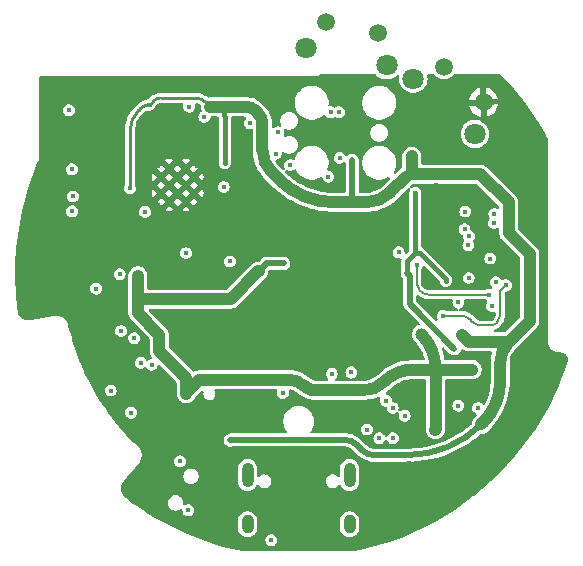
<source format=gbr>
%TF.GenerationSoftware,KiCad,Pcbnew,8.0.5*%
%TF.CreationDate,2025-01-09T20:26:42+01:00*%
%TF.ProjectId,test,74657374-2e6b-4696-9361-645f70636258,rev?*%
%TF.SameCoordinates,PX517370cPY341b1c8*%
%TF.FileFunction,Copper,L2,Inr*%
%TF.FilePolarity,Positive*%
%FSLAX46Y46*%
G04 Gerber Fmt 4.6, Leading zero omitted, Abs format (unit mm)*
G04 Created by KiCad (PCBNEW 8.0.5) date 2025-01-09 20:26:42*
%MOMM*%
%LPD*%
G01*
G04 APERTURE LIST*
%TA.AperFunction,ComponentPad*%
%ADD10C,1.803400*%
%TD*%
%TA.AperFunction,ComponentPad*%
%ADD11C,1.498600*%
%TD*%
%TA.AperFunction,ComponentPad*%
%ADD12O,1.000000X2.100000*%
%TD*%
%TA.AperFunction,ComponentPad*%
%ADD13O,1.000000X1.600000*%
%TD*%
%TA.AperFunction,HeatsinkPad*%
%ADD14C,0.600000*%
%TD*%
%TA.AperFunction,ViaPad*%
%ADD15C,0.400000*%
%TD*%
%TA.AperFunction,Conductor*%
%ADD16C,0.250000*%
%TD*%
%TA.AperFunction,Conductor*%
%ADD17C,1.000000*%
%TD*%
%TA.AperFunction,Conductor*%
%ADD18C,0.500000*%
%TD*%
%TA.AperFunction,Conductor*%
%ADD19C,0.400000*%
%TD*%
%TA.AperFunction,Conductor*%
%ADD20C,0.160000*%
%TD*%
%TA.AperFunction,Conductor*%
%ADD21C,0.200000*%
%TD*%
G04 APERTURE END LIST*
D10*
%TO.N,*%
%TO.C,SW2*%
X14927083Y11787951D03*
X9717637Y16478557D03*
D11*
%TO.N,GND*%
X15660772Y14478363D03*
%TO.N,SW_L2*%
X12316619Y17489452D03*
%TD*%
D12*
%TO.N,*%
%TO.C,P1*%
X-4320000Y-17080000D03*
D13*
X-4320000Y-21260000D03*
D12*
X4320000Y-17080000D03*
D13*
%TO.N,Net-(P1-SHIELD)*%
X4320000Y-21260000D03*
%TD*%
D10*
%TO.N,*%
%TO.C,SW1*%
X7456432Y17622643D03*
X599616Y19080103D03*
D11*
%TO.N,GND*%
X6746619Y20319452D03*
%TO.N,SW_L3*%
X2344953Y21255056D03*
%TD*%
D14*
%TO.N,GND*%
%TO.C,U2*%
X-8845000Y6760000D03*
X-8845000Y8160000D03*
X-9545000Y6060000D03*
X-9545000Y7460000D03*
X-9545000Y8860000D03*
X-10245000Y6760000D03*
X-10245000Y8160000D03*
X-10945000Y6060000D03*
X-10945000Y7460000D03*
X-10945000Y8860000D03*
X-11645000Y6760000D03*
X-11645000Y8160000D03*
%TD*%
D15*
%TO.N,GND*%
X-22920000Y60000D03*
X3400000Y4450000D03*
X11370000Y9810000D03*
X-4910000Y1460000D03*
X-1670000Y15400000D03*
X-3940000Y-13322700D03*
X-13780000Y15130000D03*
X-15740000Y14170000D03*
X14750000Y-17710000D03*
X19990000Y9870000D03*
X10710000Y-2760000D03*
X-2030000Y-19260000D03*
X-4150000Y-15260000D03*
X18600000Y-13200000D03*
X200000Y-3490000D03*
X-7550000Y10680000D03*
X-4390000Y11510000D03*
X-7420000Y15830000D03*
X5160000Y-5280000D03*
X-12890000Y-12090000D03*
X-16270000Y-5490000D03*
X1580000Y-19310000D03*
X5600000Y-22700000D03*
X6610000Y3530000D03*
X12300000Y-16140000D03*
X5690000Y-18060000D03*
X19790000Y6650000D03*
X6010000Y-8270000D03*
X-6640000Y-18180000D03*
X16170000Y2750000D03*
X-8570000Y-10900000D03*
X18321724Y-8700000D03*
X-10120000Y470000D03*
X18010000Y12340000D03*
X-4890000Y3500000D03*
X-9450000Y-14700000D03*
X5000000Y10400000D03*
X5050000Y-6780000D03*
X-3240000Y-14910000D03*
X-4060000Y-6810000D03*
X3290000Y-3970000D03*
X21320000Y-7810000D03*
X8130000Y-21850000D03*
X17450000Y1450000D03*
X16380000Y-3740000D03*
X6420002Y4790000D03*
X2740000Y-7170000D03*
X4170000Y-15230000D03*
X-7400000Y-7020000D03*
X-15560000Y-10750000D03*
X18350000Y-2760000D03*
X19560000Y4560000D03*
X11481511Y1830000D03*
X20172490Y-5397500D03*
X11280000Y-19600000D03*
X-8140000Y-12690000D03*
X-4340000Y10020000D03*
X11420001Y5609999D03*
X-19100000Y15410000D03*
X10560000Y-480000D03*
X9380000Y-16080000D03*
X10799998Y6040000D03*
X6420000Y-6620000D03*
X1730000Y-21660000D03*
X-10250000Y-6610000D03*
X-11610000Y2540000D03*
X-22810000Y2600000D03*
X-22620000Y-2500000D03*
X-8170000Y-6570000D03*
X11340000Y-17500000D03*
X-21082000Y16002000D03*
X-13710000Y1230000D03*
X11660000Y7440000D03*
X17190000Y-13860000D03*
X-9980000Y11170000D03*
X9460000Y-4940000D03*
X-11670000Y470000D03*
X13400000Y-17500000D03*
X-22300000Y5380000D03*
X10840000Y-16120000D03*
X6930000Y-18580000D03*
X12390000Y12450000D03*
X-8290000Y-17960000D03*
%TO.N,EN*%
X-4145016Y12715016D03*
%TO.N,+3V3*%
X4460000Y-8380000D03*
X4540000Y9580000D03*
X-12653917Y14257476D03*
X2810000Y-8507657D03*
X9600000Y9930000D03*
X-5780000Y-14130000D03*
X13800000Y-5200000D03*
X-10040000Y-15920000D03*
X-4045538Y13910000D03*
X-6250000Y9330000D03*
X19570000Y-2799998D03*
X-14267500Y7200000D03*
X-7470000Y14090000D03*
%TO.N,VSYS*%
X-9510000Y-10180000D03*
X14710000Y-8150000D03*
X10200000Y-5200000D03*
X11600000Y-13170000D03*
X3470000Y9780000D03*
X-13600000Y-200000D03*
X-1240000Y830000D03*
%TO.N,CAM_PCLK*%
X14050000Y3720000D03*
%TO.N,+2V8*%
X16354141Y-2759998D03*
%TO.N,VBUS*%
X6840000Y-13960000D03*
X7980000Y-13960000D03*
%TO.N,SW_L3*%
X-19450000Y13820000D03*
%TO.N,SW_L1*%
X-15150000Y-70000D03*
%TO.N,Net-(D1-K)*%
X5780000Y-13230000D03*
X7390000Y-10780000D03*
%TO.N,+3V3CAM*%
X12460000Y-650000D03*
X15200000Y-11400000D03*
X13200000Y-6400000D03*
X9200000Y0D03*
X9890000Y6820000D03*
%TO.N,LEDCNTRL*%
X-9530000Y1720000D03*
%TO.N,RXD*%
X2710000Y13630000D03*
X-7980000Y13240000D03*
%TO.N,TXD*%
X3410000Y13640000D03*
X-9264693Y14114693D03*
%TO.N,GPIO0*%
X-713589Y9164400D03*
X-6340000Y7310000D03*
%TO.N,GPIO46*%
X-5810000Y1000000D03*
X2530000Y8170000D03*
%TO.N,CAM_PWDN*%
X16690000Y-740000D03*
%TO.N,CAM_RESET*%
X10000000Y700000D03*
X16130000Y-1800000D03*
X-19200000Y8800000D03*
%TO.N,PMIC_PWRON*%
X13530000Y-11210000D03*
X-2310000Y-22590000D03*
%TO.N,I2SDAT_MIC*%
X-19170000Y5250000D03*
%TO.N,CAM_SDA*%
X8990000Y-12050000D03*
%TO.N,CAM_SCL*%
X7970000Y-11400000D03*
%TO.N,PMIC_IRQ*%
X-19110000Y6510000D03*
X-1330000Y-10120000D03*
%TO.N,BCLK_AMP*%
X-15900000Y-9930000D03*
X-13360000Y-7580000D03*
%TO.N,WS_AMP*%
X-14180000Y-11800000D03*
X-12440000Y-7760000D03*
%TO.N,CAM_Y3*%
X-1940000Y10110000D03*
%TO.N,CAM_MCLK*%
X8470000Y1770000D03*
%TO.N,BCLK_MIC*%
X-15030000Y-4880000D03*
%TO.N,CAM_Y5*%
X14120000Y5230000D03*
%TO.N,CAM_Y6*%
X16550000Y4260000D03*
%TO.N,WS_MIC*%
X-13920000Y-5490000D03*
%TO.N,CAM_Y4*%
X-1720000Y11930000D03*
%TO.N,CAM_Y8*%
X14380000Y2380000D03*
%TO.N,CAM_VSYNC*%
X12200000Y-3600000D03*
X17550000Y-1020000D03*
X-13000000Y5200000D03*
%TO.N,CAM_Y9*%
X16230000Y1250000D03*
%TO.N,CAM_Y2*%
X16579376Y5010624D03*
%TO.N,CAM_HREF*%
X14400000Y-400000D03*
%TO.N,CAM_Y7*%
X14430000Y3130000D03*
%TO.N,+1V5*%
X13534976Y-2463401D03*
%TO.N,Net-(JP2-A)*%
X-9340000Y-20070000D03*
%TO.N,Net-(JP3-A)*%
X-17140000Y-1300000D03*
%TD*%
D16*
%TO.N,+3V3*%
X-14267500Y7200000D02*
X-14267500Y12039518D01*
D17*
X9600000Y8400000D02*
X15400000Y8400000D01*
X-1660401Y7950402D02*
X-2290000Y8580000D01*
D16*
X-12617397Y14272603D02*
X-12330000Y14560000D01*
D17*
X19560000Y1640000D02*
X19560000Y-2503432D01*
X19570000Y-4040000D02*
X19570000Y-2799998D01*
X17800000Y3400000D02*
X19560000Y1640000D01*
D16*
X-7863517Y14483518D02*
X-7470000Y14090000D01*
D17*
X9104939Y8194939D02*
X7780000Y6870000D01*
X17060000Y-7610660D02*
X17060000Y-9200000D01*
D18*
X3944976Y-14102700D02*
X3750000Y-14102700D01*
X3750000Y-14102700D02*
X-5752700Y-14102700D01*
D19*
X-6250000Y9330000D02*
X-6250000Y13269168D01*
D17*
X-3060000Y10438944D02*
X-3060000Y12680000D01*
X-3406482Y13516482D02*
X-3440000Y13550000D01*
D16*
X-11678163Y14830000D02*
X-8700000Y14830000D01*
D18*
X4540000Y9580000D02*
X4540000Y6044142D01*
X5376948Y-14986948D02*
X4880000Y-14490000D01*
D17*
X4550000Y6020000D02*
X3000000Y6020000D01*
X5727919Y6020000D02*
X4550000Y6020000D01*
X14400000Y-5800000D02*
X17810000Y-5800000D01*
X-3440000Y13550000D02*
X-3626446Y13736447D01*
X17810000Y-5800000D02*
X19570000Y-4040000D01*
D18*
X-5752700Y-14102700D02*
X-5780000Y-14130000D01*
D17*
X19573086Y-2569477D02*
X19570000Y-2572563D01*
X19570000Y-2572563D02*
X19570000Y-2799998D01*
X15645786Y-12614213D02*
X15460000Y-12800000D01*
X17800000Y6000000D02*
X17800000Y3400000D01*
X-3626446Y13736447D02*
X-3712073Y13818729D01*
D16*
X-13530000Y13820000D02*
X-13402666Y13947334D01*
D17*
X13800000Y-5200000D02*
X14400000Y-5800000D01*
X9600000Y8400000D02*
X9600000Y9930000D01*
X15400000Y8400000D02*
X17800000Y6000000D01*
X-6590000Y14090000D02*
X-7470000Y14090000D01*
X-6590000Y14090000D02*
X-4366979Y14090000D01*
D18*
X9207187Y-15390000D02*
X6350000Y-15390000D01*
D17*
X9600000Y8400000D02*
G75*
G03*
X9104944Y8194934I0J-700100D01*
G01*
D18*
X4540000Y6044142D02*
G75*
G03*
X4549988Y6019988I34100J-42D01*
G01*
X5445234Y-15015233D02*
G75*
G02*
X5376939Y-14986957I-34J96533D01*
G01*
D16*
X-12330000Y14560000D02*
G75*
G02*
X-11678163Y14829984I651800J-651800D01*
G01*
X-13402666Y13947334D02*
G75*
G02*
X-12653917Y14257492I748766J-748734D01*
G01*
D17*
X7780000Y6870000D02*
G75*
G02*
X5727919Y6019992I-2052100J2052100D01*
G01*
X17810000Y-5800000D02*
G75*
G03*
X17059984Y-7610660I1810700J-1810700D01*
G01*
X-3060000Y12680000D02*
G75*
G03*
X-3406475Y13516489I-1183000J0D01*
G01*
X-2290000Y8580000D02*
G75*
G02*
X-3059982Y10438944I1858900J1858900D01*
G01*
X17060000Y-9200000D02*
G75*
G02*
X15645781Y-12614208I-4828400J0D01*
G01*
X-4366979Y14090000D02*
G75*
G02*
X-3712079Y13818723I-21J-926200D01*
G01*
D19*
X-7576066Y14346066D02*
G75*
G02*
X-7469991Y14090000I-256034J-256066D01*
G01*
D18*
X6350000Y-15390000D02*
G75*
G02*
X5445240Y-15015227I0J1279500D01*
G01*
D17*
X3000000Y6020000D02*
G75*
G02*
X-1660401Y7950402I0J6590800D01*
G01*
D18*
X15460000Y-12800000D02*
G75*
G02*
X9207187Y-15389995I-6252800J6252800D01*
G01*
D16*
X-14267500Y12039518D02*
G75*
G02*
X-13529995Y13819995I2518000J-18D01*
G01*
X-12653917Y14257476D02*
G75*
G03*
X-12617393Y14272599I17J51624D01*
G01*
D18*
X4880000Y-14490000D02*
G75*
G03*
X3944976Y-14102710I-935000J-935000D01*
G01*
D19*
X-6250000Y13269168D02*
G75*
G03*
X-6589990Y14090010I-1160800J32D01*
G01*
D17*
X19560000Y-2503432D02*
G75*
G03*
X19573095Y-2569473I157600J-3068D01*
G01*
D16*
X-8700000Y14830000D02*
G75*
G02*
X-7863510Y14483525I0J-1183000D01*
G01*
D17*
%TO.N,VSYS*%
X533168Y-9582452D02*
X701218Y-9678090D01*
X11580000Y-8150000D02*
X14710000Y-8150000D01*
X-8400000Y-9000000D02*
X-1710000Y-9000000D01*
X-13600000Y-3400000D02*
X-11800000Y-5200000D01*
X-9510000Y-10110000D02*
X-8400000Y-9000000D01*
D18*
X-3390000Y160000D02*
X-2730000Y820000D01*
D17*
X11580000Y-8150000D02*
X11580000Y-8018772D01*
D18*
X-1240000Y830000D02*
X-2730000Y830000D01*
D17*
X9734924Y-8150000D02*
X11580000Y-8150000D01*
X11600000Y-13220000D02*
X11590000Y-13230000D01*
X991349Y-9815480D02*
X1093674Y-9856598D01*
D18*
X-2730000Y820000D02*
X-2730000Y830000D01*
D17*
X856831Y-9756209D02*
X991349Y-9815480D01*
X-3400000Y160000D02*
X-3390000Y160000D01*
X1093674Y-9856598D02*
X1171252Y-9885315D01*
X701218Y-9678090D02*
X856831Y-9756209D01*
X1171252Y-9885315D02*
X1229924Y-9905509D01*
X11600000Y-13170000D02*
X11600000Y-13220000D01*
X1229924Y-9905509D02*
X5496751Y-9905509D01*
X-9510000Y-10180000D02*
X-9510000Y-10110000D01*
X11600000Y-8198284D02*
X11600000Y-13170000D01*
X-13600000Y-200000D02*
X-13600000Y-2200000D01*
X-1710000Y-9000000D02*
X-872995Y-9000000D01*
X-13600000Y-2200000D02*
X-13600000Y-3400000D01*
X-13600000Y-2200000D02*
X-5760000Y-2200000D01*
X-5760000Y-2200000D02*
X-3400000Y160000D01*
X-11800000Y-5200000D02*
X-11800000Y-6600000D01*
X-11800000Y-6600000D02*
X-9510000Y-8890000D01*
X-9510000Y-8890000D02*
X-9510000Y-10180000D01*
X11580000Y-8150000D02*
G75*
G02*
X11600007Y-8198284I-48300J-48300D01*
G01*
X5496751Y-9905509D02*
G75*
G03*
X7200014Y-9200014I49J2408709D01*
G01*
X11580000Y-8018772D02*
G75*
G03*
X10399992Y-5170008I-4028800J-28D01*
G01*
X7200000Y-9200000D02*
G75*
G02*
X9734924Y-8150010I2534900J-2534900D01*
G01*
X-872995Y-9000000D02*
G75*
G02*
X533163Y-9582457I-5J-1988600D01*
G01*
D18*
%TO.N,+3V3CAM*%
X13200000Y-6400000D02*
X9400000Y-2600000D01*
D19*
X9890000Y1690000D02*
X9890000Y6820000D01*
D18*
X9400000Y-2600000D02*
X9400000Y-200000D01*
D19*
X9800000Y1600000D02*
X9200000Y1000000D01*
X9200000Y1000000D02*
X9200000Y0D01*
X12460000Y-460000D02*
X12460000Y-650000D01*
X9800000Y1600000D02*
X9890000Y1690000D01*
D18*
X9400000Y-200000D02*
X9200000Y0D01*
D19*
X9890000Y1690000D02*
X10310000Y1690000D01*
X10310000Y1690000D02*
X12460000Y-460000D01*
D20*
%TO.N,CAM_RESET*%
X11014214Y-1800000D02*
X16130000Y-1800000D01*
X10002042Y697958D02*
X10002042Y-884077D01*
X10292893Y-1492893D02*
X10307107Y-1507107D01*
X10000000Y700000D02*
X10002042Y697958D01*
X10002042Y-884077D02*
G75*
G03*
X10292895Y-1492891I1018258J112577D01*
G01*
X10307107Y-1507107D02*
G75*
G03*
X11014214Y-1799990I707093J707107D01*
G01*
D21*
%TO.N,CAM_VSYNC*%
X16357868Y-4400000D02*
X15830000Y-4400000D01*
X13785786Y-3600000D02*
X12200000Y-3600000D01*
X15830000Y-4400000D02*
X15414214Y-4400000D01*
X14707107Y-4107107D02*
X14492893Y-3892893D01*
X16800000Y-4170000D02*
X16720000Y-4250000D01*
X17077937Y-1492063D02*
X17077937Y-3587973D01*
X17550000Y-1020000D02*
X17077937Y-1492063D01*
X15414214Y-4400000D02*
G75*
G02*
X14707100Y-4107114I-14J1000000D01*
G01*
X14492893Y-3892893D02*
G75*
G03*
X13785786Y-3600010I-707093J-707107D01*
G01*
X16720000Y-4250000D02*
G75*
G02*
X16357868Y-4399987I-362100J362100D01*
G01*
X17077937Y-3587973D02*
G75*
G02*
X16800009Y-4170009I-972437J106973D01*
G01*
%TD*%
%TA.AperFunction,Conductor*%
%TO.N,GND*%
G36*
X15084099Y7579815D02*
G01*
X15104741Y7563181D01*
X16963181Y5704741D01*
X16996666Y5643418D01*
X16999500Y5617060D01*
X16999500Y5562662D01*
X16979815Y5495623D01*
X16927011Y5449868D01*
X16857853Y5439924D01*
X16808462Y5458346D01*
X16789429Y5470578D01*
X16789426Y5470579D01*
X16651339Y5511124D01*
X16651337Y5511124D01*
X16507415Y5511124D01*
X16507412Y5511124D01*
X16369325Y5470579D01*
X16248249Y5392768D01*
X16248248Y5392768D01*
X16248248Y5392767D01*
X16243686Y5387502D01*
X16153999Y5283998D01*
X16153998Y5283996D01*
X16094210Y5153081D01*
X16073729Y5010624D01*
X16094210Y4868168D01*
X16153998Y4737253D01*
X16154001Y4737247D01*
X16157282Y4733461D01*
X16186304Y4669904D01*
X16176357Y4600746D01*
X16157279Y4571062D01*
X16124625Y4533378D01*
X16124622Y4533372D01*
X16064834Y4402457D01*
X16044353Y4260000D01*
X16064834Y4117544D01*
X16121542Y3993374D01*
X16124623Y3986627D01*
X16218872Y3877857D01*
X16339947Y3800047D01*
X16339950Y3800046D01*
X16339949Y3800046D01*
X16478036Y3759501D01*
X16478038Y3759500D01*
X16478039Y3759500D01*
X16621962Y3759500D01*
X16621962Y3759501D01*
X16760053Y3800047D01*
X16808463Y3831159D01*
X16875499Y3850842D01*
X16942538Y3831158D01*
X16988294Y3778355D01*
X16999500Y3726842D01*
X16999500Y3321154D01*
X17030261Y3166511D01*
X17030264Y3166499D01*
X17090602Y3020828D01*
X17090609Y3020815D01*
X17178210Y2889712D01*
X17178213Y2889708D01*
X18723181Y1344741D01*
X18756666Y1283418D01*
X18759500Y1257060D01*
X18759500Y-2494058D01*
X18759477Y-2496428D01*
X18758324Y-2556687D01*
X18758325Y-2556699D01*
X18758546Y-2558467D01*
X18759500Y-2573815D01*
X18759500Y-2582273D01*
X18764018Y-2604985D01*
X18765449Y-2613840D01*
X18768548Y-2638700D01*
X18769500Y-2654039D01*
X18769500Y-3657060D01*
X18749815Y-3724099D01*
X18733181Y-3744741D01*
X17514741Y-4963181D01*
X17453418Y-4996666D01*
X17427060Y-4999500D01*
X16672842Y-4999500D01*
X16605803Y-4979815D01*
X16560048Y-4927011D01*
X16550104Y-4857853D01*
X16579129Y-4794297D01*
X16634528Y-4757568D01*
X16696165Y-4737543D01*
X16708185Y-4733638D01*
X16836185Y-4668423D01*
X16849468Y-4658773D01*
X16870087Y-4643792D01*
X16952406Y-4583985D01*
X16956991Y-4579399D01*
X16957007Y-4579387D01*
X17036353Y-4500039D01*
X17039079Y-4497668D01*
X17043761Y-4492948D01*
X17043764Y-4492947D01*
X17048049Y-4488627D01*
X17048198Y-4488544D01*
X17084329Y-4452077D01*
X17085616Y-4450777D01*
X17086022Y-4450370D01*
X17124571Y-4411822D01*
X17127028Y-4409007D01*
X17149646Y-4386194D01*
X17261501Y-4238153D01*
X17352514Y-4076461D01*
X17421045Y-3904033D01*
X17465860Y-3723980D01*
X17471643Y-3671566D01*
X17475118Y-3653082D01*
X17478437Y-3640700D01*
X17478437Y-3616740D01*
X17479180Y-3603184D01*
X17479530Y-3600000D01*
X17482332Y-3574528D01*
X17480353Y-3563400D01*
X17478437Y-3541686D01*
X17478437Y-1709318D01*
X17498122Y-1642279D01*
X17514750Y-1621642D01*
X17590993Y-1545399D01*
X17643737Y-1514106D01*
X17760050Y-1479954D01*
X17760050Y-1479953D01*
X17760053Y-1479953D01*
X17881128Y-1402143D01*
X17975377Y-1293373D01*
X18035165Y-1162457D01*
X18055647Y-1020000D01*
X18035165Y-877543D01*
X17975377Y-746627D01*
X17881128Y-637857D01*
X17760053Y-560047D01*
X17760051Y-560046D01*
X17760049Y-560045D01*
X17760050Y-560045D01*
X17621963Y-519500D01*
X17621961Y-519500D01*
X17478039Y-519500D01*
X17478036Y-519500D01*
X17339949Y-560045D01*
X17339946Y-560047D01*
X17319700Y-573058D01*
X17252660Y-592742D01*
X17185621Y-573056D01*
X17139868Y-520254D01*
X17115377Y-466628D01*
X17115376Y-466626D01*
X17103594Y-453029D01*
X17021128Y-357857D01*
X16900053Y-280047D01*
X16900051Y-280046D01*
X16900049Y-280045D01*
X16900050Y-280045D01*
X16761963Y-239500D01*
X16761961Y-239500D01*
X16618039Y-239500D01*
X16618036Y-239500D01*
X16479949Y-280045D01*
X16358873Y-357856D01*
X16264623Y-466626D01*
X16264622Y-466628D01*
X16204834Y-597543D01*
X16184353Y-740000D01*
X16204834Y-882456D01*
X16264622Y-1013371D01*
X16264625Y-1013377D01*
X16341992Y-1102663D01*
X16371017Y-1166218D01*
X16361073Y-1235377D01*
X16315318Y-1288181D01*
X16248279Y-1307865D01*
X16213345Y-1302842D01*
X16201963Y-1299500D01*
X16201961Y-1299500D01*
X16058039Y-1299500D01*
X16058036Y-1299500D01*
X15919949Y-1340045D01*
X15919944Y-1340047D01*
X15826945Y-1399815D01*
X15759906Y-1419500D01*
X11078916Y-1419500D01*
X11078904Y-1419499D01*
X11020297Y-1419499D01*
X11008146Y-1418902D01*
X10905505Y-1408795D01*
X10881662Y-1404053D01*
X10875365Y-1402143D01*
X10788821Y-1375891D01*
X10766363Y-1366589D01*
X10716705Y-1340047D01*
X10680796Y-1320853D01*
X10660592Y-1307354D01*
X10580930Y-1241978D01*
X10571913Y-1233805D01*
X10566904Y-1228796D01*
X10559534Y-1220747D01*
X10506583Y-1157543D01*
X10500450Y-1150222D01*
X10488491Y-1133237D01*
X10444506Y-1058093D01*
X10435548Y-1039342D01*
X10404732Y-957913D01*
X10399031Y-937930D01*
X10384868Y-865844D01*
X10382542Y-841938D01*
X10382542Y330944D01*
X10402227Y397983D01*
X10412831Y412148D01*
X10421183Y421787D01*
X10425377Y426627D01*
X10485165Y557543D01*
X10485165Y557544D01*
X10488849Y565610D01*
X10492097Y564127D01*
X10520576Y608554D01*
X10584098Y637653D01*
X10653268Y627790D01*
X10689569Y602617D01*
X11923181Y-630995D01*
X11956666Y-692318D01*
X11958336Y-707850D01*
X11958440Y-707837D01*
X11959500Y-715894D01*
X11966923Y-743596D01*
X11969885Y-758037D01*
X11974835Y-792456D01*
X11974837Y-792464D01*
X11983069Y-810489D01*
X11990050Y-829907D01*
X11993607Y-843183D01*
X11993610Y-843190D01*
X12011681Y-874491D01*
X12017086Y-884974D01*
X12034623Y-923373D01*
X12042694Y-932687D01*
X12056368Y-951890D01*
X12059497Y-957310D01*
X12059501Y-957315D01*
X12090322Y-988136D01*
X12096354Y-994615D01*
X12128870Y-1032141D01*
X12128874Y-1032145D01*
X12132928Y-1034750D01*
X12148211Y-1047066D01*
X12152689Y-1050502D01*
X12166897Y-1058705D01*
X12196887Y-1076019D01*
X12201871Y-1079056D01*
X12249947Y-1109953D01*
X12249950Y-1109954D01*
X12249952Y-1109955D01*
X12250994Y-1110431D01*
X12260621Y-1113827D01*
X12266811Y-1116390D01*
X12266814Y-1116392D01*
X12323246Y-1131512D01*
X12323261Y-1131516D01*
X12326098Y-1132312D01*
X12388039Y-1150500D01*
X12531963Y-1150500D01*
X12531963Y-1150499D01*
X12590765Y-1133233D01*
X12593902Y-1132312D01*
X12596681Y-1131531D01*
X12653186Y-1116392D01*
X12653189Y-1116389D01*
X12659367Y-1113832D01*
X12668996Y-1110434D01*
X12670045Y-1109955D01*
X12670053Y-1109953D01*
X12718087Y-1079082D01*
X12723102Y-1076025D01*
X12767314Y-1050500D01*
X12767321Y-1050492D01*
X12771828Y-1047035D01*
X12787067Y-1034752D01*
X12791128Y-1032143D01*
X12823653Y-994605D01*
X12829673Y-988140D01*
X12829677Y-988136D01*
X12860500Y-957314D01*
X12863628Y-951894D01*
X12877306Y-932687D01*
X12885377Y-923373D01*
X12902912Y-884974D01*
X12908311Y-874502D01*
X12926392Y-843186D01*
X12929952Y-829898D01*
X12936934Y-810479D01*
X12945164Y-792459D01*
X12945163Y-792459D01*
X12945165Y-792457D01*
X12950111Y-758053D01*
X12953074Y-743606D01*
X12954263Y-739165D01*
X12960500Y-715892D01*
X12960500Y-694667D01*
X12961762Y-677020D01*
X12965647Y-649999D01*
X12961762Y-622977D01*
X12960500Y-605331D01*
X12960500Y-400000D01*
X13894353Y-400000D01*
X13914834Y-542456D01*
X13955269Y-630995D01*
X13974623Y-673373D01*
X14068872Y-782143D01*
X14189947Y-859953D01*
X14189950Y-859954D01*
X14189949Y-859954D01*
X14328036Y-900499D01*
X14328038Y-900500D01*
X14328039Y-900500D01*
X14471962Y-900500D01*
X14471962Y-900499D01*
X14610053Y-859953D01*
X14731128Y-782143D01*
X14825377Y-673373D01*
X14885165Y-542457D01*
X14905647Y-400000D01*
X14885165Y-257543D01*
X14825377Y-126627D01*
X14731128Y-17857D01*
X14610053Y59953D01*
X14610051Y59954D01*
X14610049Y59955D01*
X14610050Y59955D01*
X14471963Y100500D01*
X14471961Y100500D01*
X14328039Y100500D01*
X14328036Y100500D01*
X14189949Y59955D01*
X14068873Y-17856D01*
X13974623Y-126626D01*
X13974622Y-126628D01*
X13914834Y-257543D01*
X13894353Y-400000D01*
X12960500Y-400000D01*
X12960500Y-394108D01*
X12959532Y-390496D01*
X12959531Y-390492D01*
X12950786Y-357856D01*
X12926392Y-266814D01*
X12860500Y-152686D01*
X11457814Y1250000D01*
X15724353Y1250000D01*
X15744834Y1107544D01*
X15804622Y976629D01*
X15804623Y976627D01*
X15898872Y867857D01*
X16019947Y790047D01*
X16019950Y790046D01*
X16019949Y790046D01*
X16158036Y749501D01*
X16158038Y749500D01*
X16158039Y749500D01*
X16301962Y749500D01*
X16301962Y749501D01*
X16440053Y790047D01*
X16561128Y867857D01*
X16655377Y976627D01*
X16715165Y1107543D01*
X16735647Y1250000D01*
X16715165Y1392457D01*
X16655377Y1523373D01*
X16561128Y1632143D01*
X16440053Y1709953D01*
X16440051Y1709954D01*
X16440049Y1709955D01*
X16440050Y1709955D01*
X16301963Y1750500D01*
X16301961Y1750500D01*
X16158039Y1750500D01*
X16158036Y1750500D01*
X16019949Y1709955D01*
X15898873Y1632144D01*
X15804623Y1523374D01*
X15804622Y1523372D01*
X15744834Y1392457D01*
X15724353Y1250000D01*
X11457814Y1250000D01*
X10617314Y2090500D01*
X10551421Y2128544D01*
X10503185Y2156393D01*
X10482404Y2161961D01*
X10422744Y2198327D01*
X10392216Y2261175D01*
X10390500Y2281735D01*
X10390500Y3720000D01*
X13544353Y3720000D01*
X13564834Y3577544D01*
X13609911Y3478842D01*
X13624623Y3446627D01*
X13718872Y3337857D01*
X13839947Y3260047D01*
X13839950Y3260046D01*
X13839952Y3260045D01*
X13848019Y3256360D01*
X13846973Y3254072D01*
X13894542Y3223515D01*
X13923579Y3159965D01*
X13923583Y3138868D01*
X13924353Y3138868D01*
X13924353Y3130001D01*
X13944834Y2987544D01*
X14004622Y2856629D01*
X14008145Y2851147D01*
X14027829Y2784108D01*
X14008144Y2717068D01*
X13997543Y2702906D01*
X13954623Y2653373D01*
X13954622Y2653372D01*
X13894834Y2522457D01*
X13874353Y2380000D01*
X13894834Y2237544D01*
X13931895Y2156393D01*
X13954623Y2106627D01*
X14048872Y1997857D01*
X14169947Y1920047D01*
X14169950Y1920046D01*
X14169949Y1920046D01*
X14308036Y1879501D01*
X14308038Y1879500D01*
X14308039Y1879500D01*
X14451962Y1879500D01*
X14451962Y1879501D01*
X14590053Y1920047D01*
X14711128Y1997857D01*
X14805377Y2106627D01*
X14865165Y2237543D01*
X14885647Y2380000D01*
X14865165Y2522457D01*
X14805377Y2653373D01*
X14805375Y2653375D01*
X14801856Y2658852D01*
X14782170Y2725891D01*
X14801853Y2792931D01*
X14812449Y2807086D01*
X14855377Y2856627D01*
X14915165Y2987543D01*
X14935647Y3130000D01*
X14915165Y3272457D01*
X14855377Y3403373D01*
X14761128Y3512143D01*
X14640053Y3589953D01*
X14640051Y3589954D01*
X14640049Y3589955D01*
X14631983Y3593639D01*
X14633025Y3595921D01*
X14585428Y3626521D01*
X14556413Y3690081D01*
X14556417Y3711131D01*
X14555647Y3711131D01*
X14555647Y3719999D01*
X14535165Y3862457D01*
X14528132Y3877857D01*
X14475377Y3993373D01*
X14381128Y4102143D01*
X14260053Y4179953D01*
X14260051Y4179954D01*
X14260049Y4179955D01*
X14260050Y4179955D01*
X14121963Y4220500D01*
X14121961Y4220500D01*
X13978039Y4220500D01*
X13978036Y4220500D01*
X13839949Y4179955D01*
X13718873Y4102144D01*
X13624623Y3993374D01*
X13624622Y3993372D01*
X13564834Y3862457D01*
X13544353Y3720000D01*
X10390500Y3720000D01*
X10390500Y5230000D01*
X13614353Y5230000D01*
X13634834Y5087544D01*
X13669963Y5010624D01*
X13694623Y4956627D01*
X13788872Y4847857D01*
X13909947Y4770047D01*
X13909950Y4770046D01*
X13909949Y4770046D01*
X14048036Y4729501D01*
X14048038Y4729500D01*
X14048039Y4729500D01*
X14191962Y4729500D01*
X14191962Y4729501D01*
X14330053Y4770047D01*
X14451128Y4847857D01*
X14545377Y4956627D01*
X14605165Y5087543D01*
X14625647Y5230000D01*
X14605165Y5372457D01*
X14545377Y5503373D01*
X14451128Y5612143D01*
X14330053Y5689953D01*
X14330051Y5689954D01*
X14330049Y5689955D01*
X14330050Y5689955D01*
X14191963Y5730500D01*
X14191961Y5730500D01*
X14048039Y5730500D01*
X14048036Y5730500D01*
X13909949Y5689955D01*
X13788873Y5612144D01*
X13694623Y5503374D01*
X13694622Y5503372D01*
X13634834Y5372457D01*
X13614353Y5230000D01*
X10390500Y5230000D01*
X10390500Y6775333D01*
X10391762Y6792980D01*
X10394137Y6809501D01*
X10395647Y6820000D01*
X10393009Y6838350D01*
X10391762Y6847023D01*
X10390500Y6864669D01*
X10390500Y6885890D01*
X10390500Y6885892D01*
X10383073Y6913610D01*
X10380111Y6928054D01*
X10378236Y6941097D01*
X10375165Y6962457D01*
X10366928Y6980491D01*
X10359949Y6999909D01*
X10356392Y7013186D01*
X10338316Y7044494D01*
X10332911Y7054980D01*
X10315380Y7093367D01*
X10315379Y7093369D01*
X10315377Y7093373D01*
X10315372Y7093379D01*
X10307306Y7102688D01*
X10293628Y7121896D01*
X10290499Y7127315D01*
X10259677Y7158137D01*
X10253659Y7164599D01*
X10221128Y7202143D01*
X10221125Y7202146D01*
X10217066Y7204754D01*
X10201793Y7217063D01*
X10197318Y7220496D01*
X10197314Y7220500D01*
X10185404Y7227377D01*
X10153121Y7246016D01*
X10148085Y7249085D01*
X10147879Y7249218D01*
X10100053Y7279953D01*
X10100051Y7279954D01*
X10100049Y7279955D01*
X10099004Y7280433D01*
X10089375Y7283829D01*
X10083192Y7286390D01*
X10083187Y7286392D01*
X10083186Y7286392D01*
X10026701Y7301527D01*
X10023862Y7302325D01*
X9961963Y7320500D01*
X9961961Y7320500D01*
X9818039Y7320500D01*
X9756145Y7302327D01*
X9753307Y7301531D01*
X9696817Y7286394D01*
X9690609Y7283823D01*
X9680985Y7280428D01*
X9679949Y7279955D01*
X9648602Y7259810D01*
X9581562Y7240127D01*
X9514523Y7259813D01*
X9468769Y7312619D01*
X9458828Y7381777D01*
X9487854Y7445332D01*
X9493855Y7451779D01*
X9605260Y7563184D01*
X9666581Y7596666D01*
X9692939Y7599500D01*
X15017060Y7599500D01*
X15084099Y7579815D01*
G37*
%TD.AperFunction*%
%TA.AperFunction,Conductor*%
G36*
X10149984Y-1876946D02*
G01*
X10245602Y-1950315D01*
X10365960Y-2019801D01*
X10402319Y-2040793D01*
X10402321Y-2040794D01*
X10402325Y-2040796D01*
X10569517Y-2110047D01*
X10744318Y-2156883D01*
X10744319Y-2156883D01*
X10744322Y-2156884D01*
X10823078Y-2167250D01*
X10923736Y-2180501D01*
X11014219Y-2180500D01*
X12926900Y-2180500D01*
X12993939Y-2200185D01*
X13039694Y-2252989D01*
X13049638Y-2322147D01*
X13029329Y-2463401D01*
X13049810Y-2605857D01*
X13102466Y-2721155D01*
X13109599Y-2736774D01*
X13203848Y-2845544D01*
X13324923Y-2923354D01*
X13324926Y-2923355D01*
X13324925Y-2923355D01*
X13437886Y-2956523D01*
X13496665Y-2994297D01*
X13525690Y-3057852D01*
X13515747Y-3127011D01*
X13469992Y-3179815D01*
X13402953Y-3199500D01*
X12538974Y-3199500D01*
X12471936Y-3179816D01*
X12410050Y-3140045D01*
X12271963Y-3099500D01*
X12271961Y-3099500D01*
X12128039Y-3099500D01*
X12128036Y-3099500D01*
X11989949Y-3140045D01*
X11868873Y-3217856D01*
X11774623Y-3326626D01*
X11774622Y-3326628D01*
X11714834Y-3457543D01*
X11694353Y-3600000D01*
X11714834Y-3742457D01*
X11714835Y-3742458D01*
X11760381Y-3842190D01*
X11770325Y-3911348D01*
X11741300Y-3974904D01*
X11682522Y-4012678D01*
X11612652Y-4012678D01*
X11559906Y-3981382D01*
X11489872Y-3911348D01*
X9986819Y-2408294D01*
X9953334Y-2346971D01*
X9950500Y-2320613D01*
X9950500Y-1975323D01*
X9970185Y-1908284D01*
X10022989Y-1862529D01*
X10092147Y-1852585D01*
X10149984Y-1876946D01*
G37*
%TD.AperFunction*%
%TA.AperFunction,Conductor*%
G36*
X15826945Y-2200185D02*
G01*
X15927407Y-2264748D01*
X15926102Y-2266778D01*
X15969110Y-2304038D01*
X15988801Y-2371076D01*
X15969122Y-2438117D01*
X15958516Y-2452288D01*
X15928764Y-2486625D01*
X15928763Y-2486626D01*
X15868975Y-2617541D01*
X15848494Y-2759998D01*
X15868975Y-2902454D01*
X15913752Y-3000500D01*
X15928764Y-3033371D01*
X16023013Y-3142141D01*
X16144088Y-3219951D01*
X16144091Y-3219952D01*
X16144090Y-3219952D01*
X16282177Y-3260497D01*
X16282179Y-3260498D01*
X16282180Y-3260498D01*
X16426102Y-3260498D01*
X16518503Y-3233367D01*
X16588372Y-3233367D01*
X16647150Y-3271141D01*
X16676175Y-3334697D01*
X16677437Y-3352344D01*
X16677437Y-3544392D01*
X16675122Y-3568243D01*
X16663201Y-3629063D01*
X16657501Y-3649070D01*
X16630598Y-3720217D01*
X16621634Y-3738989D01*
X16583222Y-3804627D01*
X16571245Y-3821638D01*
X16519307Y-3883621D01*
X16511944Y-3891661D01*
X16442552Y-3961053D01*
X16430356Y-3971749D01*
X16428087Y-3973490D01*
X16368765Y-3998055D01*
X16365829Y-3998441D01*
X16349662Y-3999499D01*
X16317644Y-3999497D01*
X16300310Y-3999497D01*
X16300308Y-3999497D01*
X16291284Y-3999497D01*
X16291244Y-3999500D01*
X15420299Y-3999500D01*
X15408146Y-3998903D01*
X15396166Y-3997723D01*
X15309402Y-3989178D01*
X15285563Y-3984436D01*
X15196477Y-3957414D01*
X15174019Y-3948112D01*
X15091912Y-3904227D01*
X15071701Y-3890723D01*
X14995077Y-3827840D01*
X14986061Y-3819668D01*
X14814398Y-3648005D01*
X14814381Y-3647974D01*
X14711192Y-3544787D01*
X14711186Y-3544781D01*
X14565541Y-3433025D01*
X14565530Y-3433018D01*
X14503839Y-3397401D01*
X14406540Y-3341227D01*
X14345263Y-3315846D01*
X14236920Y-3270970D01*
X14059590Y-3223458D01*
X14059587Y-3223457D01*
X13877576Y-3199499D01*
X13877574Y-3199499D01*
X13785780Y-3199500D01*
X13667000Y-3199500D01*
X13599961Y-3179815D01*
X13554206Y-3127011D01*
X13544262Y-3057853D01*
X13573287Y-2994297D01*
X13632065Y-2956523D01*
X13632066Y-2956523D01*
X13745026Y-2923355D01*
X13745026Y-2923354D01*
X13745029Y-2923354D01*
X13866104Y-2845544D01*
X13960353Y-2736774D01*
X14020141Y-2605858D01*
X14040623Y-2463401D01*
X14020314Y-2322147D01*
X14030258Y-2252988D01*
X14076013Y-2200184D01*
X14143052Y-2180500D01*
X15759906Y-2180500D01*
X15826945Y-2200185D01*
G37*
%TD.AperFunction*%
%TA.AperFunction,Conductor*%
G36*
X17057773Y16876004D02*
G01*
X17078372Y16859434D01*
X17279125Y16659155D01*
X17297491Y16640833D01*
X17301033Y16637151D01*
X17969438Y15912883D01*
X17972802Y15909083D01*
X18610731Y15157877D01*
X18613941Y15153936D01*
X18971271Y14696134D01*
X19220322Y14377056D01*
X19223387Y14372958D01*
X19797193Y13571723D01*
X19800086Y13567502D01*
X20108129Y13097544D01*
X20334991Y12751437D01*
X20340333Y12743288D01*
X20343050Y12738951D01*
X20849014Y11892833D01*
X20851243Y11888947D01*
X21073492Y11484818D01*
X21088839Y11425074D01*
X21089999Y-5689991D01*
X21092407Y-5788252D01*
X21092408Y-5788261D01*
X21130742Y-5980979D01*
X21130744Y-5980987D01*
X21205943Y-6162533D01*
X21205948Y-6162543D01*
X21315118Y-6325927D01*
X21315121Y-6325931D01*
X21454068Y-6464878D01*
X21454072Y-6464881D01*
X21617456Y-6574051D01*
X21617460Y-6574053D01*
X21617463Y-6574055D01*
X21799013Y-6649256D01*
X21991746Y-6687593D01*
X22090000Y-6690000D01*
X22090000Y-6689999D01*
X22116136Y-6690640D01*
X22126243Y-6686620D01*
X22130600Y-6686291D01*
X22161336Y-6684526D01*
X22188514Y-6685956D01*
X22326908Y-6708659D01*
X22356700Y-6717493D01*
X22483291Y-6773095D01*
X22509952Y-6789057D01*
X22575548Y-6840508D01*
X22618750Y-6874393D01*
X22640604Y-6896483D01*
X22653262Y-6912983D01*
X22724767Y-7006188D01*
X22740443Y-7033019D01*
X22794685Y-7160199D01*
X22803199Y-7190085D01*
X22824416Y-7328709D01*
X22825556Y-7355907D01*
X22821781Y-7411252D01*
X22815789Y-7441772D01*
X22667709Y-7889232D01*
X22666244Y-7893407D01*
X22327561Y-8806265D01*
X22325707Y-8810968D01*
X21950212Y-9708989D01*
X21948167Y-9713612D01*
X21536378Y-10595589D01*
X21534146Y-10600125D01*
X21086765Y-11464556D01*
X21084351Y-11468997D01*
X20602088Y-12314509D01*
X20599494Y-12318848D01*
X20083190Y-13143966D01*
X20080422Y-13148196D01*
X19530898Y-13951611D01*
X19527959Y-13955725D01*
X18946160Y-14736054D01*
X18943057Y-14740044D01*
X18329914Y-15496036D01*
X18326650Y-15499896D01*
X17683237Y-16230230D01*
X17679819Y-16233955D01*
X17007133Y-16937499D01*
X17003565Y-16941081D01*
X16302785Y-17616597D01*
X16299075Y-17620030D01*
X15571338Y-18266428D01*
X15567491Y-18269708D01*
X14814014Y-18885904D01*
X14810036Y-18889023D01*
X14032074Y-19473992D01*
X14027973Y-19476947D01*
X13226809Y-20029726D01*
X13222590Y-20032512D01*
X12399548Y-20552182D01*
X12395219Y-20554793D01*
X11551712Y-21040466D01*
X11547281Y-21042899D01*
X10684647Y-21493806D01*
X10680120Y-21496056D01*
X9799823Y-21911427D01*
X9795208Y-21913490D01*
X8898744Y-22292621D01*
X8894049Y-22294495D01*
X7982853Y-22636781D01*
X7978085Y-22638462D01*
X7053698Y-22943323D01*
X7048866Y-22944808D01*
X6112823Y-23211736D01*
X6107935Y-23213023D01*
X5161477Y-23441654D01*
X5157156Y-23442616D01*
X4692274Y-23537495D01*
X4667478Y-23540000D01*
X-4661347Y-23540000D01*
X-4686168Y-23537490D01*
X-5147713Y-23443195D01*
X-5151864Y-23442273D01*
X-6061334Y-23223734D01*
X-6066032Y-23222507D01*
X-6965918Y-22968621D01*
X-6970564Y-22967212D01*
X-7859860Y-22678276D01*
X-7864448Y-22676685D01*
X-8099505Y-22590000D01*
X-2815647Y-22590000D01*
X-2795166Y-22732456D01*
X-2735378Y-22863371D01*
X-2735377Y-22863373D01*
X-2641128Y-22972143D01*
X-2520053Y-23049953D01*
X-2520050Y-23049954D01*
X-2520051Y-23049954D01*
X-2381964Y-23090499D01*
X-2381962Y-23090500D01*
X-2381961Y-23090500D01*
X-2238038Y-23090500D01*
X-2238038Y-23090499D01*
X-2099947Y-23049953D01*
X-1978872Y-22972143D01*
X-1884623Y-22863373D01*
X-1824835Y-22732457D01*
X-1804353Y-22590000D01*
X-1824835Y-22447543D01*
X-1884623Y-22316627D01*
X-1978872Y-22207857D01*
X-2099947Y-22130047D01*
X-2099949Y-22130046D01*
X-2099951Y-22130045D01*
X-2099950Y-22130045D01*
X-2238037Y-22089500D01*
X-2238039Y-22089500D01*
X-2381961Y-22089500D01*
X-2381964Y-22089500D01*
X-2520051Y-22130045D01*
X-2641127Y-22207856D01*
X-2735377Y-22316626D01*
X-2735378Y-22316628D01*
X-2795166Y-22447543D01*
X-2815647Y-22590000D01*
X-8099505Y-22590000D01*
X-8741722Y-22353162D01*
X-8746244Y-22351393D01*
X-9610186Y-21993770D01*
X-9614636Y-21991825D01*
X-10463903Y-21600656D01*
X-10468273Y-21598539D01*
X-11301603Y-21174403D01*
X-11305886Y-21172116D01*
X-11826116Y-20881153D01*
X-5120500Y-20881153D01*
X-5120500Y-21638846D01*
X-5089739Y-21793489D01*
X-5089736Y-21793501D01*
X-5029398Y-21939172D01*
X-5029391Y-21939185D01*
X-4941790Y-22070288D01*
X-4941787Y-22070292D01*
X-4830293Y-22181786D01*
X-4830289Y-22181789D01*
X-4699186Y-22269390D01*
X-4699173Y-22269397D01*
X-4553502Y-22329735D01*
X-4553497Y-22329737D01*
X-4435732Y-22353162D01*
X-4398847Y-22360499D01*
X-4398844Y-22360500D01*
X-4398842Y-22360500D01*
X-4241156Y-22360500D01*
X-4241155Y-22360499D01*
X-4086503Y-22329737D01*
X-3940821Y-22269394D01*
X-3809711Y-22181789D01*
X-3698211Y-22070289D01*
X-3610606Y-21939179D01*
X-3550263Y-21793497D01*
X-3519500Y-21638842D01*
X-3519500Y-20881158D01*
X-3519500Y-20881155D01*
X-3519501Y-20881153D01*
X3519500Y-20881153D01*
X3519500Y-21638846D01*
X3550261Y-21793489D01*
X3550264Y-21793501D01*
X3610602Y-21939172D01*
X3610609Y-21939185D01*
X3698210Y-22070288D01*
X3698213Y-22070292D01*
X3809707Y-22181786D01*
X3809711Y-22181789D01*
X3940814Y-22269390D01*
X3940827Y-22269397D01*
X4086498Y-22329735D01*
X4086503Y-22329737D01*
X4204268Y-22353162D01*
X4241153Y-22360499D01*
X4241156Y-22360500D01*
X4241158Y-22360500D01*
X4398844Y-22360500D01*
X4398845Y-22360499D01*
X4553497Y-22329737D01*
X4699179Y-22269394D01*
X4830289Y-22181789D01*
X4941789Y-22070289D01*
X5029394Y-21939179D01*
X5089737Y-21793497D01*
X5120500Y-21638842D01*
X5120500Y-20881158D01*
X5120500Y-20881155D01*
X5120499Y-20881153D01*
X5089738Y-20726510D01*
X5089737Y-20726503D01*
X5089735Y-20726498D01*
X5029397Y-20580827D01*
X5029390Y-20580814D01*
X4941789Y-20449711D01*
X4941786Y-20449707D01*
X4830292Y-20338213D01*
X4830288Y-20338210D01*
X4699185Y-20250609D01*
X4699172Y-20250602D01*
X4553501Y-20190264D01*
X4553489Y-20190261D01*
X4398845Y-20159500D01*
X4398842Y-20159500D01*
X4241158Y-20159500D01*
X4241155Y-20159500D01*
X4086510Y-20190261D01*
X4086498Y-20190264D01*
X3940827Y-20250602D01*
X3940814Y-20250609D01*
X3809711Y-20338210D01*
X3809707Y-20338213D01*
X3698213Y-20449707D01*
X3698210Y-20449711D01*
X3610609Y-20580814D01*
X3610602Y-20580827D01*
X3550264Y-20726498D01*
X3550261Y-20726510D01*
X3519500Y-20881153D01*
X-3519501Y-20881153D01*
X-3550262Y-20726510D01*
X-3550263Y-20726503D01*
X-3550265Y-20726498D01*
X-3610603Y-20580827D01*
X-3610610Y-20580814D01*
X-3698211Y-20449711D01*
X-3698214Y-20449707D01*
X-3809708Y-20338213D01*
X-3809712Y-20338210D01*
X-3940815Y-20250609D01*
X-3940828Y-20250602D01*
X-4086499Y-20190264D01*
X-4086511Y-20190261D01*
X-4241155Y-20159500D01*
X-4241158Y-20159500D01*
X-4398842Y-20159500D01*
X-4398845Y-20159500D01*
X-4553490Y-20190261D01*
X-4553502Y-20190264D01*
X-4699173Y-20250602D01*
X-4699186Y-20250609D01*
X-4830289Y-20338210D01*
X-4830293Y-20338213D01*
X-4941787Y-20449707D01*
X-4941790Y-20449711D01*
X-5029391Y-20580814D01*
X-5029398Y-20580827D01*
X-5089736Y-20726498D01*
X-5089739Y-20726510D01*
X-5120500Y-20881153D01*
X-11826116Y-20881153D01*
X-11850252Y-20867654D01*
X-12121962Y-20715686D01*
X-12126121Y-20713252D01*
X-12730607Y-20343373D01*
X-12923713Y-20225213D01*
X-12927804Y-20222598D01*
X-13705649Y-19703725D01*
X-13709635Y-19700952D01*
X-13986358Y-19500272D01*
X-11065501Y-19500272D01*
X-11040503Y-19625939D01*
X-11040501Y-19625945D01*
X-10991467Y-19744325D01*
X-10991462Y-19744334D01*
X-10920277Y-19850869D01*
X-10920274Y-19850873D01*
X-10829673Y-19941474D01*
X-10829669Y-19941477D01*
X-10723134Y-20012662D01*
X-10723125Y-20012667D01*
X-10696308Y-20023775D01*
X-10604744Y-20061702D01*
X-10604740Y-20061702D01*
X-10604739Y-20061703D01*
X-10479072Y-20086701D01*
X-10479069Y-20086701D01*
X-10350929Y-20086701D01*
X-10266385Y-20069883D01*
X-10225256Y-20061702D01*
X-10106873Y-20012666D01*
X-10038538Y-19967005D01*
X-9971861Y-19946128D01*
X-9904481Y-19964612D01*
X-9857790Y-20016591D01*
X-9847640Y-20061327D01*
X-9846909Y-20061222D01*
X-9825166Y-20212456D01*
X-9767734Y-20338213D01*
X-9765377Y-20343373D01*
X-9671128Y-20452143D01*
X-9550053Y-20529953D01*
X-9550050Y-20529954D01*
X-9550051Y-20529954D01*
X-9411964Y-20570499D01*
X-9411962Y-20570500D01*
X-9411961Y-20570500D01*
X-9268038Y-20570500D01*
X-9268038Y-20570499D01*
X-9129947Y-20529953D01*
X-9008872Y-20452143D01*
X-8914623Y-20343373D01*
X-8854835Y-20212457D01*
X-8834353Y-20070000D01*
X-8854835Y-19927543D01*
X-8914623Y-19796627D01*
X-9008872Y-19687857D01*
X-9129947Y-19610047D01*
X-9129949Y-19610046D01*
X-9129951Y-19610045D01*
X-9129950Y-19610045D01*
X-9268037Y-19569500D01*
X-9268039Y-19569500D01*
X-9411961Y-19569500D01*
X-9411964Y-19569500D01*
X-9550051Y-19610045D01*
X-9550053Y-19610046D01*
X-9575354Y-19626306D01*
X-9642393Y-19645989D01*
X-9709433Y-19626303D01*
X-9755186Y-19573498D01*
X-9764839Y-19506360D01*
X-9765097Y-19506335D01*
X-9764994Y-19505282D01*
X-9765129Y-19504339D01*
X-9764592Y-19501201D01*
X-9764500Y-19500272D01*
X-9764500Y-19372129D01*
X-9789498Y-19246462D01*
X-9789499Y-19246461D01*
X-9789499Y-19246457D01*
X-9838535Y-19128074D01*
X-9838536Y-19128073D01*
X-9838539Y-19128067D01*
X-9909724Y-19021532D01*
X-9909727Y-19021528D01*
X-10000328Y-18930927D01*
X-10000332Y-18930924D01*
X-10106867Y-18859739D01*
X-10106876Y-18859734D01*
X-10225256Y-18810700D01*
X-10225262Y-18810698D01*
X-10350929Y-18785701D01*
X-10350931Y-18785701D01*
X-10479069Y-18785701D01*
X-10479071Y-18785701D01*
X-10604739Y-18810698D01*
X-10604745Y-18810700D01*
X-10723125Y-18859734D01*
X-10723134Y-18859739D01*
X-10829669Y-18930924D01*
X-10829673Y-18930927D01*
X-10920274Y-19021528D01*
X-10920277Y-19021532D01*
X-10991462Y-19128067D01*
X-10991467Y-19128076D01*
X-11040501Y-19246456D01*
X-11040503Y-19246462D01*
X-11065500Y-19372129D01*
X-11065500Y-19372132D01*
X-11065500Y-19500270D01*
X-11065500Y-19500272D01*
X-11065501Y-19500272D01*
X-13986358Y-19500272D01*
X-14466824Y-19151838D01*
X-14470223Y-19149283D01*
X-14825521Y-18872545D01*
X-14849584Y-18847685D01*
X-14890999Y-18790780D01*
X-14901970Y-18772620D01*
X-14978933Y-18616425D01*
X-14987457Y-18593787D01*
X-15032226Y-18427063D01*
X-15036190Y-18403196D01*
X-15047720Y-18230961D01*
X-15046972Y-18206772D01*
X-15024829Y-18035585D01*
X-15019397Y-18012001D01*
X-14964422Y-17848371D01*
X-14954515Y-17826298D01*
X-14887327Y-17708844D01*
X-14868050Y-17675144D01*
X-14855990Y-17657712D01*
X-14800337Y-17590406D01*
X-14799575Y-17589497D01*
X-14510936Y-17248606D01*
X-9765501Y-17248606D01*
X-9740503Y-17374273D01*
X-9740501Y-17374279D01*
X-9691467Y-17492659D01*
X-9691462Y-17492668D01*
X-9620277Y-17599203D01*
X-9620274Y-17599207D01*
X-9529673Y-17689808D01*
X-9529669Y-17689811D01*
X-9423134Y-17760996D01*
X-9423128Y-17760999D01*
X-9423127Y-17761000D01*
X-9304744Y-17810036D01*
X-9304740Y-17810036D01*
X-9304739Y-17810037D01*
X-9179072Y-17835035D01*
X-9179069Y-17835035D01*
X-9050929Y-17835035D01*
X-8966385Y-17818217D01*
X-8925256Y-17810036D01*
X-8806873Y-17761000D01*
X-8700331Y-17689811D01*
X-8609724Y-17599204D01*
X-8538535Y-17492662D01*
X-8489499Y-17374279D01*
X-8481318Y-17333150D01*
X-8464500Y-17248606D01*
X-8464500Y-17120463D01*
X-8489498Y-16994796D01*
X-8489499Y-16994795D01*
X-8489499Y-16994791D01*
X-8538535Y-16876408D01*
X-8538536Y-16876407D01*
X-8538539Y-16876401D01*
X-8609724Y-16769866D01*
X-8609727Y-16769862D01*
X-8700328Y-16679261D01*
X-8700332Y-16679258D01*
X-8806867Y-16608073D01*
X-8806876Y-16608068D01*
X-8925256Y-16559034D01*
X-8925262Y-16559032D01*
X-9050929Y-16534035D01*
X-9050931Y-16534035D01*
X-9179069Y-16534035D01*
X-9179071Y-16534035D01*
X-9304739Y-16559032D01*
X-9304745Y-16559034D01*
X-9423125Y-16608068D01*
X-9423134Y-16608073D01*
X-9529669Y-16679258D01*
X-9529673Y-16679261D01*
X-9620274Y-16769862D01*
X-9620277Y-16769866D01*
X-9691462Y-16876401D01*
X-9691467Y-16876410D01*
X-9740501Y-16994790D01*
X-9740503Y-16994796D01*
X-9765500Y-17120463D01*
X-9765500Y-17120466D01*
X-9765500Y-17248604D01*
X-9765500Y-17248606D01*
X-9765501Y-17248606D01*
X-14510936Y-17248606D01*
X-13835717Y-16451153D01*
X-5120500Y-16451153D01*
X-5120500Y-17708846D01*
X-5089739Y-17863489D01*
X-5089736Y-17863501D01*
X-5029398Y-18009172D01*
X-5029391Y-18009185D01*
X-4941790Y-18140288D01*
X-4941787Y-18140292D01*
X-4830293Y-18251786D01*
X-4830289Y-18251789D01*
X-4699186Y-18339390D01*
X-4699173Y-18339397D01*
X-4553502Y-18399735D01*
X-4553497Y-18399737D01*
X-4416121Y-18427063D01*
X-4398847Y-18430499D01*
X-4398844Y-18430500D01*
X-4398842Y-18430500D01*
X-4241156Y-18430500D01*
X-4241155Y-18430499D01*
X-4086503Y-18399737D01*
X-3940821Y-18339394D01*
X-3809711Y-18251789D01*
X-3698211Y-18140289D01*
X-3610606Y-18009179D01*
X-3587131Y-17952504D01*
X-3543293Y-17898103D01*
X-3476999Y-17876037D01*
X-3409299Y-17893315D01*
X-3365185Y-17937956D01*
X-3350515Y-17963365D01*
X-3243365Y-18070515D01*
X-3129719Y-18136129D01*
X-3122514Y-18140289D01*
X-3112135Y-18146281D01*
X-2965766Y-18185500D01*
X-2965764Y-18185500D01*
X-2814236Y-18185500D01*
X-2814234Y-18185500D01*
X-2667865Y-18146281D01*
X-2536635Y-18070515D01*
X-2429485Y-17963365D01*
X-2353719Y-17832135D01*
X-2314500Y-17685766D01*
X-2314500Y-17534234D01*
X2314500Y-17534234D01*
X2314500Y-17685765D01*
X2353719Y-17832136D01*
X2371821Y-17863489D01*
X2429485Y-17963365D01*
X2536635Y-18070515D01*
X2650281Y-18136129D01*
X2657486Y-18140289D01*
X2667865Y-18146281D01*
X2814234Y-18185500D01*
X2814236Y-18185500D01*
X2965764Y-18185500D01*
X2965766Y-18185500D01*
X3112135Y-18146281D01*
X3243365Y-18070515D01*
X3350515Y-17963365D01*
X3365183Y-17937958D01*
X3415748Y-17889743D01*
X3484355Y-17876519D01*
X3549220Y-17902486D01*
X3587131Y-17952506D01*
X3610602Y-18009172D01*
X3610609Y-18009185D01*
X3698210Y-18140288D01*
X3698213Y-18140292D01*
X3809707Y-18251786D01*
X3809711Y-18251789D01*
X3940814Y-18339390D01*
X3940827Y-18339397D01*
X4086498Y-18399735D01*
X4086503Y-18399737D01*
X4223879Y-18427063D01*
X4241153Y-18430499D01*
X4241156Y-18430500D01*
X4241158Y-18430500D01*
X4398844Y-18430500D01*
X4398845Y-18430499D01*
X4553497Y-18399737D01*
X4699179Y-18339394D01*
X4830289Y-18251789D01*
X4941789Y-18140289D01*
X5029394Y-18009179D01*
X5089737Y-17863497D01*
X5120500Y-17708842D01*
X5120500Y-16451158D01*
X5120500Y-16451155D01*
X5120499Y-16451153D01*
X5114402Y-16420500D01*
X5089737Y-16296503D01*
X5062286Y-16230230D01*
X5029397Y-16150827D01*
X5029390Y-16150814D01*
X4941789Y-16019711D01*
X4941786Y-16019707D01*
X4830292Y-15908213D01*
X4830288Y-15908210D01*
X4699185Y-15820609D01*
X4699172Y-15820602D01*
X4553501Y-15760264D01*
X4553489Y-15760261D01*
X4398845Y-15729500D01*
X4398842Y-15729500D01*
X4241158Y-15729500D01*
X4241155Y-15729500D01*
X4086510Y-15760261D01*
X4086498Y-15760264D01*
X3940827Y-15820602D01*
X3940814Y-15820609D01*
X3809711Y-15908210D01*
X3809707Y-15908213D01*
X3698213Y-16019707D01*
X3698210Y-16019711D01*
X3610609Y-16150814D01*
X3610602Y-16150827D01*
X3550264Y-16296498D01*
X3550261Y-16296510D01*
X3519500Y-16451153D01*
X3519500Y-17126258D01*
X3499815Y-17193297D01*
X3447011Y-17239052D01*
X3377853Y-17248996D01*
X3314297Y-17219971D01*
X3307819Y-17213939D01*
X3243367Y-17149487D01*
X3243365Y-17149485D01*
X3177750Y-17111602D01*
X3112136Y-17073719D01*
X3038950Y-17054109D01*
X2965766Y-17034500D01*
X2814234Y-17034500D01*
X2667863Y-17073719D01*
X2536635Y-17149485D01*
X2536632Y-17149487D01*
X2429487Y-17256632D01*
X2429485Y-17256635D01*
X2353719Y-17387863D01*
X2314500Y-17534234D01*
X-2314500Y-17534234D01*
X-2353719Y-17387865D01*
X-2429485Y-17256635D01*
X-2536635Y-17149485D01*
X-2602250Y-17111602D01*
X-2667864Y-17073719D01*
X-2741050Y-17054109D01*
X-2814234Y-17034500D01*
X-2965766Y-17034500D01*
X-3112137Y-17073719D01*
X-3243365Y-17149485D01*
X-3243368Y-17149487D01*
X-3307819Y-17213939D01*
X-3369142Y-17247424D01*
X-3438834Y-17242440D01*
X-3494767Y-17200568D01*
X-3519184Y-17135104D01*
X-3519500Y-17126258D01*
X-3519500Y-16451155D01*
X-3519501Y-16451153D01*
X-3525598Y-16420500D01*
X-3550263Y-16296503D01*
X-3577714Y-16230230D01*
X-3610603Y-16150827D01*
X-3610610Y-16150814D01*
X-3698211Y-16019711D01*
X-3698214Y-16019707D01*
X-3809708Y-15908213D01*
X-3809712Y-15908210D01*
X-3940815Y-15820609D01*
X-3940828Y-15820602D01*
X-4086499Y-15760264D01*
X-4086511Y-15760261D01*
X-4241155Y-15729500D01*
X-4241158Y-15729500D01*
X-4398842Y-15729500D01*
X-4398845Y-15729500D01*
X-4553490Y-15760261D01*
X-4553502Y-15760264D01*
X-4699173Y-15820602D01*
X-4699186Y-15820609D01*
X-4830289Y-15908210D01*
X-4830293Y-15908213D01*
X-4941787Y-16019707D01*
X-4941790Y-16019711D01*
X-5029391Y-16150814D01*
X-5029398Y-16150827D01*
X-5089736Y-16296498D01*
X-5089739Y-16296510D01*
X-5120500Y-16451153D01*
X-13835717Y-16451153D01*
X-13441642Y-15985740D01*
X-13398860Y-15920000D01*
X-10545647Y-15920000D01*
X-10525166Y-16062456D01*
X-10465378Y-16193371D01*
X-10465377Y-16193373D01*
X-10371128Y-16302143D01*
X-10250053Y-16379953D01*
X-10250050Y-16379954D01*
X-10250051Y-16379954D01*
X-10111964Y-16420499D01*
X-10111962Y-16420500D01*
X-10111961Y-16420500D01*
X-9968038Y-16420500D01*
X-9968038Y-16420499D01*
X-9829947Y-16379953D01*
X-9708872Y-16302143D01*
X-9614623Y-16193373D01*
X-9554835Y-16062457D01*
X-9534353Y-15920000D01*
X-9554835Y-15777543D01*
X-9614623Y-15646627D01*
X-9708872Y-15537857D01*
X-9829947Y-15460047D01*
X-9829949Y-15460046D01*
X-9829951Y-15460045D01*
X-9829950Y-15460045D01*
X-9968037Y-15419500D01*
X-9968039Y-15419500D01*
X-10111961Y-15419500D01*
X-10111964Y-15419500D01*
X-10250051Y-15460045D01*
X-10371127Y-15537856D01*
X-10465377Y-15646626D01*
X-10465378Y-15646628D01*
X-10525166Y-15777543D01*
X-10545647Y-15920000D01*
X-13398860Y-15920000D01*
X-13384412Y-15897799D01*
X-13303549Y-15704228D01*
X-13264005Y-15498206D01*
X-13267453Y-15288453D01*
X-13313746Y-15083842D01*
X-13365720Y-14970088D01*
X-13400925Y-14893034D01*
X-13400929Y-14893028D01*
X-13525304Y-14724098D01*
X-13563530Y-14688134D01*
X-13563623Y-14687976D01*
X-13702183Y-14557865D01*
X-13937295Y-14337089D01*
X-13940863Y-14333599D01*
X-14585612Y-13676964D01*
X-14589538Y-13672776D01*
X-15202956Y-12987284D01*
X-15206684Y-12982919D01*
X-15545961Y-12566501D01*
X-15787735Y-12269755D01*
X-15791247Y-12265234D01*
X-16135738Y-11800000D01*
X-14685647Y-11800000D01*
X-14665166Y-11942456D01*
X-14616888Y-12048167D01*
X-14605377Y-12073373D01*
X-14511128Y-12182143D01*
X-14390053Y-12259953D01*
X-14390050Y-12259954D01*
X-14390051Y-12259954D01*
X-14251964Y-12300499D01*
X-14251962Y-12300500D01*
X-14251961Y-12300500D01*
X-14108038Y-12300500D01*
X-14108038Y-12300499D01*
X-14000879Y-12269035D01*
X-13969950Y-12259954D01*
X-13969950Y-12259953D01*
X-13969947Y-12259953D01*
X-13848872Y-12182143D01*
X-13754623Y-12073373D01*
X-13694835Y-11942457D01*
X-13674353Y-11800000D01*
X-13694835Y-11657543D01*
X-13754623Y-11526627D01*
X-13848872Y-11417857D01*
X-13969947Y-11340047D01*
X-13969949Y-11340046D01*
X-13969951Y-11340045D01*
X-13969950Y-11340045D01*
X-14108037Y-11299500D01*
X-14108039Y-11299500D01*
X-14251961Y-11299500D01*
X-14251964Y-11299500D01*
X-14390051Y-11340045D01*
X-14511127Y-11417856D01*
X-14605377Y-11526626D01*
X-14605378Y-11526628D01*
X-14665166Y-11657543D01*
X-14685647Y-11800000D01*
X-16135738Y-11800000D01*
X-16338683Y-11525924D01*
X-16341965Y-11521269D01*
X-16854582Y-10757439D01*
X-16857656Y-10752621D01*
X-17334388Y-9965863D01*
X-17337248Y-9960886D01*
X-17354060Y-9930000D01*
X-16405647Y-9930000D01*
X-16385166Y-10072456D01*
X-16325378Y-10203371D01*
X-16325377Y-10203373D01*
X-16231128Y-10312143D01*
X-16110053Y-10389953D01*
X-16110050Y-10389954D01*
X-16110051Y-10389954D01*
X-15971964Y-10430499D01*
X-15971962Y-10430500D01*
X-15971961Y-10430500D01*
X-15828038Y-10430500D01*
X-15828038Y-10430499D01*
X-15716862Y-10397856D01*
X-15689950Y-10389954D01*
X-15689950Y-10389953D01*
X-15689947Y-10389953D01*
X-15568872Y-10312143D01*
X-15474623Y-10203373D01*
X-15414835Y-10072457D01*
X-15394353Y-9930000D01*
X-15414835Y-9787543D01*
X-15474623Y-9656627D01*
X-15568872Y-9547857D01*
X-15689947Y-9470047D01*
X-15689949Y-9470046D01*
X-15689951Y-9470045D01*
X-15689950Y-9470045D01*
X-15828037Y-9429500D01*
X-15828039Y-9429500D01*
X-15971961Y-9429500D01*
X-15971964Y-9429500D01*
X-16110051Y-9470045D01*
X-16231127Y-9547856D01*
X-16325377Y-9656626D01*
X-16325378Y-9656628D01*
X-16385166Y-9787543D01*
X-16405647Y-9930000D01*
X-17354060Y-9930000D01*
X-17777025Y-9152966D01*
X-17779652Y-9147863D01*
X-18059364Y-8572033D01*
X-18181593Y-8320405D01*
X-18183976Y-8315195D01*
X-18184734Y-8313432D01*
X-18547174Y-7470058D01*
X-18549318Y-7464734D01*
X-18873036Y-6603632D01*
X-18874902Y-6598297D01*
X-19158429Y-5723117D01*
X-19160052Y-5717679D01*
X-19222329Y-5490000D01*
X-14425647Y-5490000D01*
X-14405166Y-5632456D01*
X-14385031Y-5676544D01*
X-14345377Y-5763373D01*
X-14251128Y-5872143D01*
X-14130053Y-5949953D01*
X-14130050Y-5949954D01*
X-14130051Y-5949954D01*
X-13991964Y-5990499D01*
X-13991962Y-5990500D01*
X-13991961Y-5990500D01*
X-13848038Y-5990500D01*
X-13848038Y-5990499D01*
X-13709947Y-5949953D01*
X-13588872Y-5872143D01*
X-13494623Y-5763373D01*
X-13434835Y-5632457D01*
X-13414353Y-5490000D01*
X-13434835Y-5347543D01*
X-13494623Y-5216627D01*
X-13588872Y-5107857D01*
X-13709947Y-5030047D01*
X-13709949Y-5030046D01*
X-13709951Y-5030045D01*
X-13709950Y-5030045D01*
X-13848037Y-4989500D01*
X-13848039Y-4989500D01*
X-13991961Y-4989500D01*
X-13991964Y-4989500D01*
X-14130051Y-5030045D01*
X-14251127Y-5107856D01*
X-14345377Y-5216626D01*
X-14345378Y-5216628D01*
X-14405166Y-5347543D01*
X-14425647Y-5490000D01*
X-19222329Y-5490000D01*
X-19389181Y-4880000D01*
X-15535647Y-4880000D01*
X-15515166Y-5022456D01*
X-15467368Y-5127117D01*
X-15455377Y-5153373D01*
X-15361128Y-5262143D01*
X-15240053Y-5339953D01*
X-15240050Y-5339954D01*
X-15240051Y-5339954D01*
X-15101964Y-5380499D01*
X-15101962Y-5380500D01*
X-15101961Y-5380500D01*
X-14958038Y-5380500D01*
X-14958038Y-5380499D01*
X-14819947Y-5339953D01*
X-14698872Y-5262143D01*
X-14604623Y-5153373D01*
X-14544835Y-5022457D01*
X-14524353Y-4880000D01*
X-14544835Y-4737543D01*
X-14604623Y-4606627D01*
X-14698872Y-4497857D01*
X-14819947Y-4420047D01*
X-14819949Y-4420046D01*
X-14819951Y-4420045D01*
X-14819950Y-4420045D01*
X-14958037Y-4379500D01*
X-14958039Y-4379500D01*
X-15101961Y-4379500D01*
X-15101964Y-4379500D01*
X-15240051Y-4420045D01*
X-15361127Y-4497856D01*
X-15455377Y-4606626D01*
X-15455378Y-4606628D01*
X-15515166Y-4737543D01*
X-15535647Y-4880000D01*
X-19389181Y-4880000D01*
X-19402858Y-4829999D01*
X-19404076Y-4825166D01*
X-19507418Y-4376581D01*
X-19514314Y-4346649D01*
X-19515456Y-4345025D01*
X-19517919Y-4336857D01*
X-19531994Y-4283610D01*
X-19536607Y-4273489D01*
X-19611731Y-4108649D01*
X-19611732Y-4108647D01*
X-19617545Y-4100499D01*
X-19723404Y-3952119D01*
X-19729548Y-3946291D01*
X-19862900Y-3819790D01*
X-19862909Y-3819782D01*
X-20025095Y-3716520D01*
X-20025096Y-3716519D01*
X-20157515Y-3664411D01*
X-20204019Y-3646112D01*
X-20204021Y-3646111D01*
X-20204025Y-3646110D01*
X-20393088Y-3611155D01*
X-20393092Y-3611155D01*
X-20470001Y-3611865D01*
X-20585369Y-3612932D01*
X-20679807Y-3629966D01*
X-20680233Y-3630042D01*
X-22658316Y-3979701D01*
X-22661707Y-3980252D01*
X-22689916Y-3984436D01*
X-22747989Y-3993049D01*
X-22769759Y-3994339D01*
X-22945987Y-3989250D01*
X-22970617Y-3986051D01*
X-23140809Y-3946291D01*
X-23164307Y-3938247D01*
X-23323159Y-3865369D01*
X-23344582Y-3852804D01*
X-23485723Y-3749731D01*
X-23504210Y-3733151D01*
X-23621990Y-3604007D01*
X-23636794Y-3584084D01*
X-23727255Y-3432750D01*
X-23736752Y-3413128D01*
X-23763258Y-3343273D01*
X-23770211Y-3315846D01*
X-23777668Y-3260497D01*
X-23835883Y-2828416D01*
X-23836405Y-2823909D01*
X-23934230Y-1816869D01*
X-23934620Y-1811721D01*
X-23962526Y-1300000D01*
X-17645647Y-1300000D01*
X-17625166Y-1442456D01*
X-17578151Y-1545402D01*
X-17565377Y-1573373D01*
X-17471128Y-1682143D01*
X-17350053Y-1759953D01*
X-17350050Y-1759954D01*
X-17350051Y-1759954D01*
X-17242893Y-1791417D01*
X-17213504Y-1800047D01*
X-17211964Y-1800499D01*
X-17211962Y-1800500D01*
X-17211961Y-1800500D01*
X-17068038Y-1800500D01*
X-17068038Y-1800499D01*
X-16929947Y-1759953D01*
X-16808872Y-1682143D01*
X-16714623Y-1573373D01*
X-16654835Y-1442457D01*
X-16634353Y-1300000D01*
X-16654835Y-1157543D01*
X-16714623Y-1026627D01*
X-16808872Y-917857D01*
X-16929947Y-840047D01*
X-16929949Y-840046D01*
X-16929951Y-840045D01*
X-16929950Y-840045D01*
X-17068037Y-799500D01*
X-17068039Y-799500D01*
X-17211961Y-799500D01*
X-17211964Y-799500D01*
X-17350051Y-840045D01*
X-17471127Y-917856D01*
X-17565377Y-1026626D01*
X-17565378Y-1026628D01*
X-17625166Y-1157543D01*
X-17645647Y-1300000D01*
X-23962526Y-1300000D01*
X-23989696Y-801780D01*
X-23989870Y-796541D01*
X-23989919Y-792459D01*
X-23998676Y-70000D01*
X-15655647Y-70000D01*
X-15635166Y-212456D01*
X-15575378Y-343371D01*
X-15575377Y-343373D01*
X-15481128Y-452143D01*
X-15360053Y-529953D01*
X-15360050Y-529954D01*
X-15360051Y-529954D01*
X-15221964Y-570499D01*
X-15221962Y-570500D01*
X-15221961Y-570500D01*
X-15078038Y-570500D01*
X-15078038Y-570499D01*
X-14939947Y-529953D01*
X-14818872Y-452143D01*
X-14724623Y-343373D01*
X-14664835Y-212457D01*
X-14644353Y-70000D01*
X-14664835Y72457D01*
X-14724623Y203373D01*
X-14818872Y312143D01*
X-14939947Y389953D01*
X-14939949Y389954D01*
X-14939951Y389955D01*
X-14939950Y389955D01*
X-15078037Y430500D01*
X-15078039Y430500D01*
X-15221961Y430500D01*
X-15221964Y430500D01*
X-15360051Y389955D01*
X-15481127Y312144D01*
X-15575377Y203374D01*
X-15575378Y203372D01*
X-15635166Y72457D01*
X-15655647Y-70000D01*
X-23998676Y-70000D01*
X-24002129Y214823D01*
X-24002082Y220007D01*
X-23978491Y1000000D01*
X-6315647Y1000000D01*
X-6295166Y857544D01*
X-6260569Y781789D01*
X-6235377Y726627D01*
X-6141128Y617857D01*
X-6020053Y540047D01*
X-6020050Y540046D01*
X-6020051Y540046D01*
X-5881964Y499501D01*
X-5881962Y499500D01*
X-5881961Y499500D01*
X-5738038Y499500D01*
X-5738038Y499501D01*
X-5599947Y540047D01*
X-5478872Y617857D01*
X-5384623Y726627D01*
X-5324835Y857543D01*
X-5304353Y1000000D01*
X-5324835Y1142457D01*
X-5384623Y1273373D01*
X-5478872Y1382143D01*
X-5599947Y1459953D01*
X-5599949Y1459954D01*
X-5599951Y1459955D01*
X-5599950Y1459955D01*
X-5738037Y1500500D01*
X-5738039Y1500500D01*
X-5881961Y1500500D01*
X-5881964Y1500500D01*
X-6020051Y1459955D01*
X-6141127Y1382144D01*
X-6235377Y1273374D01*
X-6235378Y1273372D01*
X-6295166Y1142457D01*
X-6315647Y1000000D01*
X-23978491Y1000000D01*
X-23971504Y1230993D01*
X-23971237Y1236175D01*
X-23936052Y1720000D01*
X-10035647Y1720000D01*
X-10015166Y1577544D01*
X-9961464Y1459955D01*
X-9955377Y1446627D01*
X-9861128Y1337857D01*
X-9740053Y1260047D01*
X-9740050Y1260046D01*
X-9740051Y1260046D01*
X-9601964Y1219501D01*
X-9601962Y1219500D01*
X-9601961Y1219500D01*
X-9458038Y1219500D01*
X-9458038Y1219501D01*
X-9319947Y1260047D01*
X-9198872Y1337857D01*
X-9104623Y1446627D01*
X-9044835Y1577543D01*
X-9024353Y1720000D01*
X-9044835Y1862457D01*
X-9104623Y1993373D01*
X-9198872Y2102143D01*
X-9319947Y2179953D01*
X-9319949Y2179954D01*
X-9319951Y2179955D01*
X-9319950Y2179955D01*
X-9458037Y2220500D01*
X-9458039Y2220500D01*
X-9601961Y2220500D01*
X-9601964Y2220500D01*
X-9740051Y2179955D01*
X-9861127Y2102144D01*
X-9955377Y1993374D01*
X-9955378Y1993372D01*
X-10015166Y1862457D01*
X-10035647Y1720000D01*
X-23936052Y1720000D01*
X-23897879Y2244925D01*
X-23897389Y2250142D01*
X-23865947Y2522457D01*
X-23781378Y3254908D01*
X-23780672Y3260058D01*
X-23622219Y4259004D01*
X-23621288Y4264160D01*
X-23421790Y5250000D01*
X-19675647Y5250000D01*
X-19655166Y5107544D01*
X-19632331Y5057544D01*
X-19595377Y4976627D01*
X-19501128Y4867857D01*
X-19380053Y4790047D01*
X-19380050Y4790046D01*
X-19380051Y4790046D01*
X-19241964Y4749501D01*
X-19241962Y4749500D01*
X-19241961Y4749500D01*
X-19098038Y4749500D01*
X-19098038Y4749501D01*
X-18959947Y4790047D01*
X-18838872Y4867857D01*
X-18744623Y4976627D01*
X-18684835Y5107543D01*
X-18671542Y5200000D01*
X-13505647Y5200000D01*
X-13485166Y5057544D01*
X-13439079Y4956629D01*
X-13425377Y4926627D01*
X-13331128Y4817857D01*
X-13210053Y4740047D01*
X-13210050Y4740046D01*
X-13210051Y4740046D01*
X-13071964Y4699501D01*
X-13071962Y4699500D01*
X-13071961Y4699500D01*
X-12928038Y4699500D01*
X-12928038Y4699501D01*
X-12799469Y4737251D01*
X-12789950Y4740046D01*
X-12789950Y4740047D01*
X-12789947Y4740047D01*
X-12668872Y4817857D01*
X-12574623Y4926627D01*
X-12514835Y5057543D01*
X-12494353Y5200000D01*
X-12514835Y5342457D01*
X-12515238Y5343340D01*
X-11308108Y5343340D01*
X-11308108Y5343339D01*
X-11294308Y5334667D01*
X-11294309Y5334667D01*
X-11124139Y5275122D01*
X-10945003Y5254938D01*
X-10944997Y5254938D01*
X-10765862Y5275122D01*
X-10765859Y5275123D01*
X-10595695Y5334666D01*
X-10595694Y5334666D01*
X-10581894Y5343339D01*
X-10581894Y5343340D01*
X-9908108Y5343340D01*
X-9908108Y5343339D01*
X-9894308Y5334667D01*
X-9894309Y5334667D01*
X-9724139Y5275122D01*
X-9545003Y5254938D01*
X-9544997Y5254938D01*
X-9365862Y5275122D01*
X-9365859Y5275123D01*
X-9195695Y5334666D01*
X-9195694Y5334666D01*
X-9181894Y5343339D01*
X-9181894Y5343340D01*
X-9544999Y5706447D01*
X-9545000Y5706447D01*
X-9908108Y5343340D01*
X-10581894Y5343340D01*
X-10944999Y5706447D01*
X-10945000Y5706447D01*
X-11308108Y5343340D01*
X-12515238Y5343340D01*
X-12574623Y5473373D01*
X-12668872Y5582143D01*
X-12789947Y5659953D01*
X-12789949Y5659954D01*
X-12789951Y5659955D01*
X-12789950Y5659955D01*
X-12928037Y5700500D01*
X-12928039Y5700500D01*
X-13071961Y5700500D01*
X-13071964Y5700500D01*
X-13210051Y5659955D01*
X-13331127Y5582144D01*
X-13425377Y5473374D01*
X-13425378Y5473372D01*
X-13485166Y5342457D01*
X-13505647Y5200000D01*
X-18671542Y5200000D01*
X-18664353Y5250000D01*
X-18684835Y5392457D01*
X-18744623Y5523373D01*
X-18838872Y5632143D01*
X-18959947Y5709953D01*
X-18959949Y5709954D01*
X-18959951Y5709955D01*
X-18959950Y5709955D01*
X-19098037Y5750500D01*
X-19098039Y5750500D01*
X-19241961Y5750500D01*
X-19241964Y5750500D01*
X-19380051Y5709955D01*
X-19501127Y5632144D01*
X-19595377Y5523374D01*
X-19595378Y5523372D01*
X-19655166Y5392457D01*
X-19675647Y5250000D01*
X-23421790Y5250000D01*
X-23420685Y5255460D01*
X-23419546Y5260538D01*
X-23177134Y6242498D01*
X-23175781Y6247521D01*
X-23099057Y6510000D01*
X-19615647Y6510000D01*
X-19595166Y6367544D01*
X-19593298Y6363454D01*
X-19535377Y6236627D01*
X-19441128Y6127857D01*
X-19320053Y6050047D01*
X-19320050Y6050046D01*
X-19320051Y6050046D01*
X-19181964Y6009501D01*
X-19181962Y6009500D01*
X-19181961Y6009500D01*
X-19038038Y6009500D01*
X-19038038Y6009501D01*
X-18922790Y6043340D01*
X-12008108Y6043340D01*
X-12008108Y6043339D01*
X-11994308Y6034667D01*
X-11994309Y6034667D01*
X-11824138Y5975122D01*
X-11823356Y5974943D01*
X-11822903Y5974690D01*
X-11817569Y5972823D01*
X-11817896Y5971889D01*
X-11762377Y5940834D01*
X-11733048Y5887126D01*
X-11732178Y5887430D01*
X-11730330Y5882148D01*
X-11730060Y5881654D01*
X-11729879Y5880858D01*
X-11670337Y5710700D01*
X-11670337Y5710699D01*
X-11661662Y5696893D01*
X-11298554Y6060000D01*
X-11318445Y6079891D01*
X-11045000Y6079891D01*
X-11045000Y6040109D01*
X-11029776Y6003355D01*
X-11001645Y5975224D01*
X-10964891Y5960000D01*
X-10925109Y5960000D01*
X-10888355Y5975224D01*
X-10860224Y6003355D01*
X-10845000Y6040109D01*
X-10845000Y6060001D01*
X-10591447Y6060001D01*
X-10591447Y6060000D01*
X-10245000Y5713554D01*
X-10244999Y5713554D01*
X-9898554Y6060000D01*
X-9918445Y6079891D01*
X-9645000Y6079891D01*
X-9645000Y6040109D01*
X-9629776Y6003355D01*
X-9601645Y5975224D01*
X-9564891Y5960000D01*
X-9525109Y5960000D01*
X-9488355Y5975224D01*
X-9460224Y6003355D01*
X-9445000Y6040109D01*
X-9445000Y6060001D01*
X-9191447Y6060001D01*
X-9191447Y6060000D01*
X-8828340Y5696894D01*
X-8828339Y5696894D01*
X-8819666Y5710694D01*
X-8819666Y5710695D01*
X-8760124Y5880856D01*
X-8759944Y5881642D01*
X-8759689Y5882099D01*
X-8757823Y5887430D01*
X-8756890Y5887104D01*
X-8725836Y5942621D01*
X-8672125Y5971951D01*
X-8672430Y5972823D01*
X-8667130Y5974678D01*
X-8666642Y5974944D01*
X-8665856Y5975124D01*
X-8495695Y6034666D01*
X-8495694Y6034666D01*
X-8481894Y6043339D01*
X-8481894Y6043340D01*
X-8845000Y6406447D01*
X-8845001Y6406447D01*
X-8883901Y6367545D01*
X-8883903Y6367543D01*
X-9191447Y6060001D01*
X-9445000Y6060001D01*
X-9445000Y6079891D01*
X-9460224Y6116645D01*
X-9488355Y6144776D01*
X-9525109Y6160000D01*
X-9564891Y6160000D01*
X-9601645Y6144776D01*
X-9629776Y6116645D01*
X-9645000Y6079891D01*
X-9918445Y6079891D01*
X-10206098Y6367544D01*
X-10245000Y6406447D01*
X-10283902Y6367544D01*
X-10283903Y6367543D01*
X-10591447Y6060001D01*
X-10845000Y6060001D01*
X-10845000Y6079891D01*
X-10860224Y6116645D01*
X-10888355Y6144776D01*
X-10925109Y6160000D01*
X-10964891Y6160000D01*
X-11001645Y6144776D01*
X-11029776Y6116645D01*
X-11045000Y6079891D01*
X-11318445Y6079891D01*
X-11645001Y6406447D01*
X-11645002Y6406447D01*
X-12008108Y6043340D01*
X-18922790Y6043340D01*
X-18899947Y6050047D01*
X-18778872Y6127857D01*
X-18684623Y6236627D01*
X-18624835Y6367543D01*
X-18604353Y6510000D01*
X-18624835Y6652457D01*
X-18684623Y6783373D01*
X-18778872Y6892143D01*
X-18899947Y6969953D01*
X-18899949Y6969954D01*
X-18899951Y6969955D01*
X-18899950Y6969955D01*
X-19038037Y7010500D01*
X-19038039Y7010500D01*
X-19181961Y7010500D01*
X-19181964Y7010500D01*
X-19320051Y6969955D01*
X-19441127Y6892144D01*
X-19441128Y6892144D01*
X-19441128Y6892143D01*
X-19441930Y6891217D01*
X-19535377Y6783374D01*
X-19535378Y6783372D01*
X-19595166Y6652457D01*
X-19615647Y6510000D01*
X-23099057Y6510000D01*
X-22897366Y7200000D01*
X-14773147Y7200000D01*
X-14752666Y7057544D01*
X-14698591Y6939139D01*
X-14692877Y6926627D01*
X-14598628Y6817857D01*
X-14477553Y6740047D01*
X-14477550Y6740046D01*
X-14477551Y6740046D01*
X-14339464Y6699501D01*
X-14339462Y6699500D01*
X-14339461Y6699500D01*
X-14195538Y6699500D01*
X-14195538Y6699501D01*
X-14057447Y6740047D01*
X-14026395Y6760003D01*
X-12450062Y6760003D01*
X-12450062Y6759998D01*
X-12429879Y6580862D01*
X-12370335Y6410696D01*
X-12361662Y6396893D01*
X-11998554Y6760000D01*
X-11998554Y6760001D01*
X-12018444Y6779891D01*
X-11745000Y6779891D01*
X-11745000Y6740109D01*
X-11729776Y6703355D01*
X-11701645Y6675224D01*
X-11664891Y6660000D01*
X-11625109Y6660000D01*
X-11588355Y6675224D01*
X-11560224Y6703355D01*
X-11545000Y6740109D01*
X-11545000Y6760001D01*
X-11291447Y6760001D01*
X-10945000Y6413554D01*
X-10598554Y6760000D01*
X-10618445Y6779891D01*
X-10345000Y6779891D01*
X-10345000Y6740109D01*
X-10329776Y6703355D01*
X-10301645Y6675224D01*
X-10264891Y6660000D01*
X-10225109Y6660000D01*
X-10188355Y6675224D01*
X-10160224Y6703355D01*
X-10145000Y6740109D01*
X-10145000Y6760001D01*
X-9891447Y6760001D01*
X-9545000Y6413554D01*
X-9198554Y6760000D01*
X-9218445Y6779891D01*
X-8945000Y6779891D01*
X-8945000Y6740109D01*
X-8929776Y6703355D01*
X-8901645Y6675224D01*
X-8864891Y6660000D01*
X-8825109Y6660000D01*
X-8788355Y6675224D01*
X-8760224Y6703355D01*
X-8745000Y6740109D01*
X-8745000Y6760000D01*
X-8491447Y6760000D01*
X-8128340Y6396894D01*
X-8128339Y6396894D01*
X-8119666Y6410694D01*
X-8119666Y6410695D01*
X-8060123Y6580859D01*
X-8060122Y6580862D01*
X-8039938Y6759998D01*
X-8039938Y6760003D01*
X-8060122Y6939139D01*
X-8119667Y7109308D01*
X-8128339Y7123108D01*
X-8128340Y7123108D01*
X-8491447Y6760000D01*
X-8745000Y6760000D01*
X-8745000Y6779891D01*
X-8760224Y6816645D01*
X-8788355Y6844776D01*
X-8825109Y6860000D01*
X-8864891Y6860000D01*
X-8901645Y6844776D01*
X-8929776Y6816645D01*
X-8945000Y6779891D01*
X-9218445Y6779891D01*
X-9496098Y7057544D01*
X-9545000Y7106447D01*
X-9593902Y7057544D01*
X-9593903Y7057543D01*
X-9891447Y6760001D01*
X-10145000Y6760001D01*
X-10145000Y6779891D01*
X-10160224Y6816645D01*
X-10188355Y6844776D01*
X-10225109Y6860000D01*
X-10264891Y6860000D01*
X-10301645Y6844776D01*
X-10329776Y6816645D01*
X-10345000Y6779891D01*
X-10618445Y6779891D01*
X-10896098Y7057544D01*
X-10945000Y7106447D01*
X-10993902Y7057544D01*
X-10993903Y7057543D01*
X-11291447Y6760001D01*
X-11545000Y6760001D01*
X-11545000Y6779891D01*
X-11560224Y6816645D01*
X-11588355Y6844776D01*
X-11625109Y6860000D01*
X-11664891Y6860000D01*
X-11701645Y6844776D01*
X-11729776Y6816645D01*
X-11745000Y6779891D01*
X-12018444Y6779891D01*
X-12361662Y7123109D01*
X-12361663Y7123109D01*
X-12370333Y7109309D01*
X-12370338Y7109299D01*
X-12429878Y6939142D01*
X-12429879Y6939139D01*
X-12450062Y6760003D01*
X-14026395Y6760003D01*
X-13936372Y6817857D01*
X-13842123Y6926627D01*
X-13782335Y7057543D01*
X-13761853Y7200000D01*
X-13782335Y7342457D01*
X-13810146Y7403355D01*
X-13830794Y7448568D01*
X-13833281Y7460001D01*
X-11991447Y7460001D01*
X-11991447Y7459999D01*
X-11645002Y7113554D01*
X-11645001Y7113554D01*
X-11358617Y7399937D01*
X-11298554Y7460000D01*
X-11318445Y7479891D01*
X-11045000Y7479891D01*
X-11045000Y7440109D01*
X-11029776Y7403355D01*
X-11001645Y7375224D01*
X-10964891Y7360000D01*
X-10925109Y7360000D01*
X-10888355Y7375224D01*
X-10860224Y7403355D01*
X-10845000Y7440109D01*
X-10845000Y7460001D01*
X-10591447Y7460001D01*
X-10245000Y7113554D01*
X-9898554Y7460000D01*
X-9918445Y7479891D01*
X-9645000Y7479891D01*
X-9645000Y7440109D01*
X-9629776Y7403355D01*
X-9601645Y7375224D01*
X-9564891Y7360000D01*
X-9525109Y7360000D01*
X-9488355Y7375224D01*
X-9460224Y7403355D01*
X-9445000Y7440109D01*
X-9445000Y7460001D01*
X-9191447Y7460001D01*
X-8845000Y7113554D01*
X-8648554Y7310000D01*
X-6845647Y7310000D01*
X-6825166Y7167544D01*
X-6765378Y7036629D01*
X-6765377Y7036627D01*
X-6671128Y6927857D01*
X-6550053Y6850047D01*
X-6550050Y6850046D01*
X-6550051Y6850046D01*
X-6411964Y6809501D01*
X-6411962Y6809500D01*
X-6411961Y6809500D01*
X-6268038Y6809500D01*
X-6268038Y6809501D01*
X-6160879Y6840965D01*
X-6129950Y6850046D01*
X-6129950Y6850047D01*
X-6129947Y6850047D01*
X-6008872Y6927857D01*
X-5914623Y7036627D01*
X-5854835Y7167543D01*
X-5834353Y7310000D01*
X-5854835Y7452457D01*
X-5914623Y7583373D01*
X-6008872Y7692143D01*
X-6129947Y7769953D01*
X-6129949Y7769954D01*
X-6129951Y7769955D01*
X-6129950Y7769955D01*
X-6268037Y7810500D01*
X-6268039Y7810500D01*
X-6411961Y7810500D01*
X-6411964Y7810500D01*
X-6550051Y7769955D01*
X-6550050Y7769955D01*
X-6671127Y7692144D01*
X-6765377Y7583374D01*
X-6765378Y7583372D01*
X-6825166Y7452457D01*
X-6845647Y7310000D01*
X-8648554Y7310000D01*
X-8498554Y7460000D01*
X-8498554Y7460001D01*
X-8845000Y7806447D01*
X-8845001Y7806447D01*
X-8881491Y7769955D01*
X-8881493Y7769953D01*
X-9191447Y7460001D01*
X-9445000Y7460001D01*
X-9445000Y7479891D01*
X-9460224Y7516645D01*
X-9488355Y7544776D01*
X-9525109Y7560000D01*
X-9564891Y7560000D01*
X-9601645Y7544776D01*
X-9629776Y7516645D01*
X-9645000Y7479891D01*
X-9918445Y7479891D01*
X-10208508Y7769954D01*
X-10245000Y7806447D01*
X-10281492Y7769954D01*
X-10281493Y7769953D01*
X-10591447Y7460001D01*
X-10845000Y7460001D01*
X-10845000Y7479891D01*
X-10860224Y7516645D01*
X-10888355Y7544776D01*
X-10925109Y7560000D01*
X-10964891Y7560000D01*
X-11001645Y7544776D01*
X-11029776Y7516645D01*
X-11045000Y7479891D01*
X-11318445Y7479891D01*
X-11645001Y7806447D01*
X-11645002Y7806447D01*
X-11991447Y7460001D01*
X-13833281Y7460001D01*
X-13842000Y7500079D01*
X-13842000Y8160003D01*
X-12450062Y8160003D01*
X-12450062Y8159998D01*
X-12429879Y7980862D01*
X-12370335Y7810696D01*
X-12361662Y7796893D01*
X-11998554Y8160000D01*
X-11998554Y8160001D01*
X-12018444Y8179891D01*
X-11745000Y8179891D01*
X-11745000Y8140109D01*
X-11729776Y8103355D01*
X-11701645Y8075224D01*
X-11664891Y8060000D01*
X-11625109Y8060000D01*
X-11588355Y8075224D01*
X-11560224Y8103355D01*
X-11545000Y8140109D01*
X-11545000Y8160001D01*
X-11291447Y8160001D01*
X-10945000Y7813554D01*
X-10598554Y8160000D01*
X-10618445Y8179891D01*
X-10345000Y8179891D01*
X-10345000Y8140109D01*
X-10329776Y8103355D01*
X-10301645Y8075224D01*
X-10264891Y8060000D01*
X-10225109Y8060000D01*
X-10188355Y8075224D01*
X-10160224Y8103355D01*
X-10145000Y8140109D01*
X-10145000Y8160001D01*
X-9891447Y8160001D01*
X-9545000Y7813554D01*
X-9198554Y8160000D01*
X-9218445Y8179891D01*
X-8945000Y8179891D01*
X-8945000Y8140109D01*
X-8929776Y8103355D01*
X-8901645Y8075224D01*
X-8864891Y8060000D01*
X-8825109Y8060000D01*
X-8788355Y8075224D01*
X-8760224Y8103355D01*
X-8745000Y8140109D01*
X-8745000Y8160000D01*
X-8491447Y8160000D01*
X-8128340Y7796894D01*
X-8128339Y7796894D01*
X-8119666Y7810694D01*
X-8119666Y7810695D01*
X-8060123Y7980859D01*
X-8060122Y7980862D01*
X-8039938Y8159998D01*
X-8039938Y8160003D01*
X-8060122Y8339139D01*
X-8119667Y8509308D01*
X-8128339Y8523108D01*
X-8128340Y8523108D01*
X-8491447Y8160000D01*
X-8745000Y8160000D01*
X-8745000Y8179891D01*
X-8760224Y8216645D01*
X-8788355Y8244776D01*
X-8825109Y8260000D01*
X-8864891Y8260000D01*
X-8901645Y8244776D01*
X-8929776Y8216645D01*
X-8945000Y8179891D01*
X-9218445Y8179891D01*
X-9481927Y8443373D01*
X-9545000Y8506447D01*
X-9608073Y8443373D01*
X-9608074Y8443373D01*
X-9891447Y8160001D01*
X-10145000Y8160001D01*
X-10145000Y8179891D01*
X-10160224Y8216645D01*
X-10188355Y8244776D01*
X-10225109Y8260000D01*
X-10264891Y8260000D01*
X-10301645Y8244776D01*
X-10329776Y8216645D01*
X-10345000Y8179891D01*
X-10618445Y8179891D01*
X-10881927Y8443373D01*
X-10945000Y8506447D01*
X-11008073Y8443373D01*
X-11008074Y8443373D01*
X-11291447Y8160001D01*
X-11545000Y8160001D01*
X-11545000Y8179891D01*
X-11560224Y8216645D01*
X-11588355Y8244776D01*
X-11625109Y8260000D01*
X-11664891Y8260000D01*
X-11701645Y8244776D01*
X-11729776Y8216645D01*
X-11745000Y8179891D01*
X-12018444Y8179891D01*
X-12361662Y8523109D01*
X-12361663Y8523109D01*
X-12370333Y8509309D01*
X-12370338Y8509299D01*
X-12429878Y8339142D01*
X-12429879Y8339139D01*
X-12450062Y8160003D01*
X-13842000Y8160003D01*
X-13842000Y8876663D01*
X-12008109Y8876663D01*
X-12008109Y8876662D01*
X-11645002Y8513554D01*
X-11350534Y8808020D01*
X-11298554Y8860001D01*
X-11298554Y8860002D01*
X-11318443Y8879891D01*
X-11045000Y8879891D01*
X-11045000Y8840109D01*
X-11029776Y8803355D01*
X-11001645Y8775224D01*
X-10964891Y8760000D01*
X-10925109Y8760000D01*
X-10888355Y8775224D01*
X-10860224Y8803355D01*
X-10845000Y8840109D01*
X-10845000Y8860002D01*
X-10591447Y8860002D01*
X-10591447Y8860001D01*
X-10245000Y8513554D01*
X-9950534Y8808019D01*
X-9898554Y8860001D01*
X-9898554Y8860002D01*
X-9918443Y8879891D01*
X-9645000Y8879891D01*
X-9645000Y8840109D01*
X-9629776Y8803355D01*
X-9601645Y8775224D01*
X-9564891Y8760000D01*
X-9525109Y8760000D01*
X-9488355Y8775224D01*
X-9460224Y8803355D01*
X-9445000Y8840109D01*
X-9445000Y8860002D01*
X-9191447Y8860002D01*
X-9191447Y8860001D01*
X-8845000Y8513554D01*
X-8844999Y8513554D01*
X-8481893Y8876662D01*
X-8495699Y8885337D01*
X-8665858Y8944879D01*
X-8666654Y8945060D01*
X-8667117Y8945319D01*
X-8672430Y8947178D01*
X-8672105Y8948110D01*
X-8727630Y8979173D01*
X-8756951Y9032875D01*
X-8757823Y9032569D01*
X-8759679Y9037872D01*
X-8759943Y9038356D01*
X-8760122Y9039138D01*
X-8819667Y9209308D01*
X-8828339Y9223108D01*
X-8828340Y9223108D01*
X-9191447Y8860002D01*
X-9445000Y8860002D01*
X-9445000Y8879891D01*
X-9460224Y8916645D01*
X-9488355Y8944776D01*
X-9525109Y8960000D01*
X-9564891Y8960000D01*
X-9601645Y8944776D01*
X-9629776Y8916645D01*
X-9645000Y8879891D01*
X-9918443Y8879891D01*
X-10244999Y9206447D01*
X-10245000Y9206447D01*
X-10591447Y8860002D01*
X-10845000Y8860002D01*
X-10845000Y8879891D01*
X-10860224Y8916645D01*
X-10888355Y8944776D01*
X-10925109Y8960000D01*
X-10964891Y8960000D01*
X-11001645Y8944776D01*
X-11029776Y8916645D01*
X-11045000Y8879891D01*
X-11318443Y8879891D01*
X-11661662Y9223109D01*
X-11661663Y9223109D01*
X-11670333Y9209309D01*
X-11670338Y9209299D01*
X-11729881Y9039134D01*
X-11730061Y9038344D01*
X-11730318Y9037887D01*
X-11732177Y9032571D01*
X-11733109Y9032897D01*
X-11764176Y8977369D01*
X-11817876Y8948048D01*
X-11817571Y8947177D01*
X-11822855Y8945329D01*
X-11823344Y8945061D01*
X-11824134Y8944881D01*
X-11994299Y8885338D01*
X-11994309Y8885333D01*
X-12008109Y8876663D01*
X-13842000Y8876663D01*
X-13842000Y9576663D01*
X-11308109Y9576663D01*
X-11308109Y9576662D01*
X-10945000Y9213554D01*
X-10944999Y9213554D01*
X-10581893Y9576662D01*
X-10581895Y9576663D01*
X-9908109Y9576663D01*
X-9908109Y9576662D01*
X-9545000Y9213554D01*
X-9544999Y9213554D01*
X-9181893Y9576662D01*
X-9195696Y9585335D01*
X-9365862Y9644879D01*
X-9544997Y9665062D01*
X-9545003Y9665062D01*
X-9724139Y9644879D01*
X-9724142Y9644878D01*
X-9894299Y9585338D01*
X-9894309Y9585333D01*
X-9908109Y9576663D01*
X-10581895Y9576663D01*
X-10595696Y9585335D01*
X-10765862Y9644879D01*
X-10944997Y9665062D01*
X-10945003Y9665062D01*
X-11124139Y9644879D01*
X-11124142Y9644878D01*
X-11294299Y9585338D01*
X-11294309Y9585333D01*
X-11308109Y9576663D01*
X-13842000Y9576663D01*
X-13842000Y12036039D01*
X-13841805Y12042993D01*
X-13833878Y12184125D01*
X-13829231Y12266858D01*
X-13827677Y12280654D01*
X-13790698Y12498285D01*
X-13787613Y12511806D01*
X-13726495Y12723949D01*
X-13721916Y12737034D01*
X-13637435Y12940987D01*
X-13631412Y12953494D01*
X-13524631Y13146697D01*
X-13517250Y13158445D01*
X-13389497Y13338495D01*
X-13380859Y13349327D01*
X-13231325Y13516655D01*
X-13226592Y13521661D01*
X-13201623Y13546629D01*
X-13185864Y13562387D01*
X-13171484Y13576770D01*
X-13153958Y13594296D01*
X-13153944Y13594306D01*
X-13116112Y13632139D01*
X-13106098Y13642154D01*
X-13097095Y13650316D01*
X-13015239Y13717497D01*
X-12995035Y13730996D01*
X-12912961Y13774868D01*
X-12844560Y13789110D01*
X-12819572Y13784487D01*
X-12725879Y13756976D01*
X-12725878Y13756976D01*
X-12581955Y13756976D01*
X-12581955Y13756977D01*
X-12452283Y13795051D01*
X-12443867Y13797522D01*
X-12443867Y13797523D01*
X-12443864Y13797523D01*
X-12322789Y13875333D01*
X-12228540Y13984103D01*
X-12211167Y14022143D01*
X-12184168Y14081263D01*
X-12174279Y14102918D01*
X-12149169Y14139085D01*
X-12033422Y14254831D01*
X-12024426Y14262984D01*
X-11963350Y14313107D01*
X-11943153Y14326601D01*
X-11878874Y14360958D01*
X-11856431Y14370253D01*
X-11786688Y14391408D01*
X-11762854Y14396148D01*
X-11718223Y14400542D01*
X-11684079Y14403903D01*
X-11671931Y14404500D01*
X-11617002Y14404497D01*
X-11616998Y14404499D01*
X-11607976Y14404498D01*
X-11607935Y14404500D01*
X-9871776Y14404500D01*
X-9804737Y14384815D01*
X-9758982Y14332011D01*
X-9749038Y14262853D01*
X-9749858Y14257151D01*
X-9749858Y14257150D01*
X-9762131Y14171789D01*
X-9770340Y14114693D01*
X-9749859Y13972237D01*
X-9697008Y13856511D01*
X-9690070Y13841320D01*
X-9595821Y13732550D01*
X-9474746Y13654740D01*
X-9474743Y13654739D01*
X-9474744Y13654739D01*
X-9367586Y13623276D01*
X-9363730Y13622143D01*
X-9336657Y13614194D01*
X-9336655Y13614193D01*
X-9336654Y13614193D01*
X-9192731Y13614193D01*
X-9192731Y13614194D01*
X-9054640Y13654740D01*
X-8933565Y13732550D01*
X-8839316Y13841320D01*
X-8779528Y13972236D01*
X-8759046Y14114693D01*
X-8779528Y14257150D01*
X-8779529Y14257152D01*
X-8779652Y14258010D01*
X-8769708Y14327168D01*
X-8723953Y14379972D01*
X-8656914Y14399657D01*
X-8644767Y14399061D01*
X-8564373Y14391143D01*
X-8540544Y14386404D01*
X-8421810Y14350387D01*
X-8399354Y14341085D01*
X-8333022Y14305631D01*
X-8283177Y14256669D01*
X-8267716Y14188532D01*
X-8269855Y14172091D01*
X-8270500Y14168851D01*
X-8270500Y14011154D01*
X-8239739Y13856511D01*
X-8239737Y13856503D01*
X-8217737Y13803388D01*
X-8210270Y13733918D01*
X-8241546Y13671439D01*
X-8265259Y13651622D01*
X-8311126Y13622145D01*
X-8311128Y13622144D01*
X-8311128Y13622143D01*
X-8327537Y13603206D01*
X-8405377Y13513374D01*
X-8405378Y13513372D01*
X-8465166Y13382457D01*
X-8485647Y13240000D01*
X-8465166Y13097544D01*
X-8415315Y12988388D01*
X-8405377Y12966627D01*
X-8311128Y12857857D01*
X-8190053Y12780047D01*
X-8190050Y12780046D01*
X-8190051Y12780046D01*
X-8051964Y12739501D01*
X-8051962Y12739500D01*
X-8051961Y12739500D01*
X-7908038Y12739500D01*
X-7908038Y12739501D01*
X-7769947Y12780047D01*
X-7648872Y12857857D01*
X-7554623Y12966627D01*
X-7494835Y13097543D01*
X-7482527Y13183147D01*
X-7453502Y13246703D01*
X-7394724Y13284477D01*
X-7359789Y13289500D01*
X-6874500Y13289500D01*
X-6807461Y13269815D01*
X-6761706Y13217011D01*
X-6750500Y13165500D01*
X-6750500Y9374669D01*
X-6751762Y9357023D01*
X-6755647Y9330000D01*
X-6751762Y9302980D01*
X-6750500Y9285333D01*
X-6750500Y9264106D01*
X-6743077Y9236404D01*
X-6740115Y9221963D01*
X-6735165Y9187544D01*
X-6735163Y9187536D01*
X-6726931Y9169511D01*
X-6719950Y9150093D01*
X-6716393Y9136817D01*
X-6716390Y9136810D01*
X-6698319Y9105509D01*
X-6692914Y9095026D01*
X-6675377Y9056627D01*
X-6667306Y9047313D01*
X-6653632Y9028110D01*
X-6650503Y9022690D01*
X-6650499Y9022685D01*
X-6619678Y8991864D01*
X-6613646Y8985385D01*
X-6581130Y8947859D01*
X-6581126Y8947855D01*
X-6577072Y8945250D01*
X-6561789Y8932934D01*
X-6557316Y8929502D01*
X-6557314Y8929500D01*
X-6513113Y8903981D01*
X-6508129Y8900944D01*
X-6460053Y8870047D01*
X-6460050Y8870046D01*
X-6460048Y8870045D01*
X-6459006Y8869569D01*
X-6449379Y8866173D01*
X-6443189Y8863610D01*
X-6443186Y8863608D01*
X-6386754Y8848488D01*
X-6386739Y8848484D01*
X-6383902Y8847688D01*
X-6321961Y8829500D01*
X-6178037Y8829500D01*
X-6178037Y8829501D01*
X-6139774Y8840737D01*
X-6116098Y8847688D01*
X-6113319Y8848469D01*
X-6056814Y8863608D01*
X-6056811Y8863611D01*
X-6050633Y8866168D01*
X-6041004Y8869566D01*
X-6039955Y8870045D01*
X-6039947Y8870047D01*
X-5991913Y8900918D01*
X-5986898Y8903975D01*
X-5942686Y8929500D01*
X-5942679Y8929508D01*
X-5938172Y8932965D01*
X-5922933Y8945248D01*
X-5918872Y8947857D01*
X-5886347Y8985395D01*
X-5880327Y8991860D01*
X-5880323Y8991864D01*
X-5849500Y9022686D01*
X-5846372Y9028106D01*
X-5832694Y9047313D01*
X-5824623Y9056627D01*
X-5807088Y9095026D01*
X-5801689Y9105498D01*
X-5783608Y9136814D01*
X-5780048Y9150102D01*
X-5773066Y9169521D01*
X-5764836Y9187541D01*
X-5764837Y9187541D01*
X-5764835Y9187543D01*
X-5759889Y9221947D01*
X-5756926Y9236394D01*
X-5754130Y9246831D01*
X-5749500Y9264108D01*
X-5749500Y9285333D01*
X-5748238Y9302980D01*
X-5744353Y9330000D01*
X-5748238Y9357023D01*
X-5749500Y9374669D01*
X-5749500Y13165500D01*
X-5729815Y13232539D01*
X-5677011Y13278294D01*
X-5625500Y13289500D01*
X-4581001Y13289500D01*
X-4513962Y13269815D01*
X-4468207Y13217011D01*
X-4458263Y13147853D01*
X-4487287Y13084300D01*
X-4549287Y13012747D01*
X-4570393Y12988389D01*
X-4570394Y12988388D01*
X-4630182Y12857473D01*
X-4650663Y12715016D01*
X-4630182Y12572560D01*
X-4584229Y12471939D01*
X-4570393Y12441643D01*
X-4476144Y12332873D01*
X-4355069Y12255063D01*
X-4355066Y12255062D01*
X-4355067Y12255062D01*
X-4216980Y12214517D01*
X-4216978Y12214516D01*
X-4216977Y12214516D01*
X-4073055Y12214516D01*
X-4019435Y12230260D01*
X-3949565Y12230260D01*
X-3890787Y12192486D01*
X-3861762Y12128930D01*
X-3860500Y12111283D01*
X-3860500Y10354359D01*
X-3860484Y10354006D01*
X-3860484Y10310394D01*
X-3860484Y10270479D01*
X-3850378Y10167862D01*
X-3827463Y9935161D01*
X-3827463Y9935156D01*
X-3827462Y9935147D01*
X-3827461Y9935145D01*
X-3779098Y9691993D01*
X-3761727Y9604657D01*
X-3761727Y9604655D01*
X-3677156Y9325856D01*
X-3663918Y9282213D01*
X-3588608Y9100395D01*
X-3534973Y8970904D01*
X-3478994Y8866173D01*
X-3384928Y8690185D01*
X-3376133Y8673732D01*
X-3376126Y8673720D01*
X-3188936Y8393568D01*
X-3188932Y8393563D01*
X-2975167Y8133089D01*
X-2918860Y8076783D01*
X-2918856Y8076778D01*
X-2242014Y7399937D01*
X-2055342Y7213265D01*
X-1932553Y7105582D01*
X-1728495Y6926627D01*
X-1691499Y6894183D01*
X-1307578Y6599590D01*
X-905217Y6330741D01*
X-905192Y6330725D01*
X-486104Y6088764D01*
X-186131Y5940834D01*
X-52077Y5874726D01*
X395018Y5689533D01*
X684834Y5591154D01*
X853258Y5533981D01*
X853273Y5533976D01*
X1089876Y5470579D01*
X1320711Y5408727D01*
X1795345Y5314316D01*
X2275137Y5251150D01*
X2758034Y5219500D01*
X2921158Y5219500D01*
X4471158Y5219500D01*
X5643788Y5219500D01*
X5676555Y5219500D01*
X5676578Y5219494D01*
X5727924Y5219494D01*
X5727924Y5219493D01*
X5889582Y5219494D01*
X5889584Y5219494D01*
X5957901Y5225472D01*
X6211668Y5247675D01*
X6530071Y5303820D01*
X6842370Y5387502D01*
X7146187Y5498083D01*
X7439211Y5634723D01*
X7719210Y5796382D01*
X7984055Y5981829D01*
X8231729Y6189652D01*
X8346039Y6303961D01*
X8405532Y6363454D01*
X9255327Y7213251D01*
X9316648Y7246734D01*
X9386339Y7241750D01*
X9442273Y7199879D01*
X9466690Y7134414D01*
X9455798Y7074052D01*
X9447088Y7054982D01*
X9441687Y7044505D01*
X9423607Y7013187D01*
X9423606Y7013184D01*
X9420046Y6999897D01*
X9413069Y6980489D01*
X9404835Y6962459D01*
X9399886Y6928044D01*
X9396925Y6913606D01*
X9389500Y6885895D01*
X9389500Y6864669D01*
X9388238Y6847023D01*
X9386991Y6838350D01*
X9384353Y6820000D01*
X9385863Y6809501D01*
X9388238Y6792980D01*
X9389500Y6775333D01*
X9389500Y1948676D01*
X9369815Y1881637D01*
X9353185Y1861000D01*
X9262186Y1770000D01*
X9186830Y1694644D01*
X9125507Y1661160D01*
X9055815Y1666144D01*
X8999882Y1708016D01*
X8976411Y1764680D01*
X8975646Y1769998D01*
X8975647Y1770000D01*
X8955165Y1912457D01*
X8895377Y2043373D01*
X8801128Y2152143D01*
X8680053Y2229953D01*
X8680051Y2229954D01*
X8680049Y2229955D01*
X8680050Y2229955D01*
X8541963Y2270500D01*
X8541961Y2270500D01*
X8398039Y2270500D01*
X8398036Y2270500D01*
X8259949Y2229955D01*
X8138873Y2152144D01*
X8044623Y2043374D01*
X8044622Y2043372D01*
X7984834Y1912457D01*
X7964353Y1770000D01*
X7984834Y1627544D01*
X8007669Y1577544D01*
X8044623Y1496627D01*
X8138872Y1387857D01*
X8259947Y1310047D01*
X8259950Y1310046D01*
X8259949Y1310046D01*
X8350638Y1283418D01*
X8394609Y1270507D01*
X8398036Y1269501D01*
X8398038Y1269500D01*
X8398039Y1269500D01*
X8541961Y1269500D01*
X8560311Y1274888D01*
X8630180Y1274888D01*
X8688958Y1237114D01*
X8717984Y1173559D01*
X8715021Y1123819D01*
X8699500Y1065894D01*
X8699500Y267291D01*
X8690065Y219848D01*
X8687018Y212492D01*
X8687016Y212486D01*
X8687016Y212485D01*
X8649500Y72474D01*
X8649500Y-72474D01*
X8664011Y-126628D01*
X8687016Y-212485D01*
X8759489Y-338013D01*
X8759491Y-338016D01*
X8813181Y-391706D01*
X8846666Y-453029D01*
X8849500Y-479387D01*
X8849500Y-2672476D01*
X8862543Y-2721155D01*
X8887014Y-2812480D01*
X8887016Y-2812485D01*
X8959490Y-2938015D01*
X9674546Y-3653071D01*
X10218743Y-4197267D01*
X10252228Y-4258590D01*
X10247244Y-4328282D01*
X10205372Y-4384215D01*
X10163158Y-4404722D01*
X10111548Y-4418551D01*
X9961616Y-4494945D01*
X9830842Y-4600842D01*
X9724945Y-4731616D01*
X9648552Y-4881546D01*
X9605001Y-5044083D01*
X9605000Y-5044084D01*
X9596194Y-5212126D01*
X9622516Y-5378323D01*
X9682822Y-5535423D01*
X9682824Y-5535427D01*
X9774466Y-5676544D01*
X9831805Y-5733883D01*
X9836002Y-5738291D01*
X10042621Y-5966261D01*
X10050341Y-5975667D01*
X10231813Y-6220353D01*
X10238573Y-6230471D01*
X10395177Y-6491747D01*
X10400913Y-6502479D01*
X10531163Y-6777867D01*
X10535818Y-6789106D01*
X10574240Y-6896483D01*
X10638443Y-7075917D01*
X10641976Y-7087562D01*
X10668981Y-7195370D01*
X10666176Y-7265183D01*
X10626072Y-7322397D01*
X10561402Y-7348847D01*
X10548697Y-7349500D01*
X9650511Y-7349500D01*
X9650293Y-7349510D01*
X9543454Y-7349510D01*
X9161968Y-7382883D01*
X9161965Y-7382883D01*
X8784854Y-7449377D01*
X8784837Y-7449381D01*
X8414956Y-7548487D01*
X8055102Y-7679461D01*
X8055094Y-7679464D01*
X7708050Y-7841292D01*
X7708038Y-7841298D01*
X7376402Y-8032767D01*
X7376376Y-8032783D01*
X7062703Y-8252419D01*
X6769356Y-8498568D01*
X6769332Y-8498590D01*
X6695888Y-8572033D01*
X6636827Y-8631094D01*
X6630904Y-8636642D01*
X6481913Y-8767302D01*
X6469046Y-8777175D01*
X6307644Y-8885020D01*
X6293596Y-8893131D01*
X6119500Y-8978984D01*
X6104514Y-8985191D01*
X5920705Y-9047583D01*
X5905037Y-9051781D01*
X5714656Y-9089647D01*
X5698574Y-9091764D01*
X5500490Y-9104743D01*
X5492383Y-9105008D01*
X5406518Y-9105008D01*
X5406498Y-9105009D01*
X4629794Y-9105009D01*
X4562755Y-9085324D01*
X4517000Y-9032520D01*
X4507056Y-8963362D01*
X4536081Y-8899806D01*
X4594859Y-8862032D01*
X4594860Y-8862032D01*
X4670050Y-8839954D01*
X4670050Y-8839953D01*
X4670053Y-8839953D01*
X4791128Y-8762143D01*
X4885377Y-8653373D01*
X4945165Y-8522457D01*
X4965647Y-8380000D01*
X4945165Y-8237543D01*
X4885377Y-8106627D01*
X4791128Y-7997857D01*
X4670053Y-7920047D01*
X4670051Y-7920046D01*
X4670049Y-7920045D01*
X4670050Y-7920045D01*
X4531963Y-7879500D01*
X4531961Y-7879500D01*
X4388039Y-7879500D01*
X4388036Y-7879500D01*
X4249949Y-7920045D01*
X4128873Y-7997856D01*
X4034623Y-8106626D01*
X4034622Y-8106628D01*
X3974834Y-8237543D01*
X3954353Y-8380000D01*
X3974834Y-8522456D01*
X4007250Y-8593436D01*
X4034623Y-8653373D01*
X4128872Y-8762143D01*
X4249947Y-8839953D01*
X4249950Y-8839954D01*
X4249949Y-8839954D01*
X4325140Y-8862032D01*
X4383919Y-8899806D01*
X4412944Y-8963361D01*
X4403001Y-9032520D01*
X4357246Y-9085324D01*
X4290207Y-9105009D01*
X3225220Y-9105009D01*
X3158181Y-9085324D01*
X3112426Y-9032520D01*
X3102482Y-8963362D01*
X3131507Y-8899806D01*
X3138623Y-8892689D01*
X3141124Y-8889802D01*
X3141128Y-8889800D01*
X3235377Y-8781030D01*
X3295165Y-8650114D01*
X3315647Y-8507657D01*
X3295165Y-8365200D01*
X3235377Y-8234284D01*
X3141128Y-8125514D01*
X3020053Y-8047704D01*
X3020051Y-8047703D01*
X3020049Y-8047702D01*
X3020050Y-8047702D01*
X2881963Y-8007157D01*
X2881961Y-8007157D01*
X2738039Y-8007157D01*
X2738036Y-8007157D01*
X2599949Y-8047702D01*
X2478873Y-8125513D01*
X2384623Y-8234283D01*
X2384622Y-8234285D01*
X2324834Y-8365200D01*
X2304353Y-8507657D01*
X2324834Y-8650113D01*
X2380401Y-8771786D01*
X2384623Y-8781030D01*
X2478872Y-8889800D01*
X2478873Y-8889800D01*
X2484680Y-8896502D01*
X2482893Y-8898049D01*
X2513757Y-8946074D01*
X2513757Y-9015944D01*
X2475982Y-9074722D01*
X2412427Y-9103747D01*
X2394780Y-9105009D01*
X1394195Y-9105009D01*
X1347958Y-9096066D01*
X1303940Y-9078377D01*
X1300180Y-9076794D01*
X1282309Y-9068920D01*
X1200839Y-9033023D01*
X1195242Y-9030387D01*
X1081891Y-8973484D01*
X1076206Y-8970442D01*
X1037404Y-8948359D01*
X1011057Y-8928271D01*
X1002323Y-8919537D01*
X929039Y-8859394D01*
X790483Y-8745682D01*
X562627Y-8593432D01*
X320945Y-8464249D01*
X126007Y-8383501D01*
X67766Y-8359376D01*
X-158930Y-8290608D01*
X-194476Y-8279825D01*
X-194479Y-8279824D01*
X-194480Y-8279824D01*
X-194485Y-8279823D01*
X-463235Y-8226365D01*
X-463251Y-8226362D01*
X-735972Y-8199500D01*
X-794153Y-8199500D01*
X-1631158Y-8199500D01*
X-8321158Y-8199500D01*
X-8478842Y-8199500D01*
X-8478845Y-8199500D01*
X-8633490Y-8230261D01*
X-8633502Y-8230264D01*
X-8779172Y-8290602D01*
X-8779183Y-8290608D01*
X-8813341Y-8313432D01*
X-8880019Y-8334309D01*
X-8947399Y-8315824D01*
X-8969912Y-8298010D01*
X-10963181Y-6304741D01*
X-10996666Y-6243418D01*
X-10999500Y-6217060D01*
X-10999500Y-5121159D01*
X-11002843Y-5104349D01*
X-11002843Y-5104348D01*
X-11030262Y-4966507D01*
X-11030263Y-4966503D01*
X-11030263Y-4966502D01*
X-11065453Y-4881546D01*
X-11066093Y-4880000D01*
X-11090603Y-4820827D01*
X-11090610Y-4820814D01*
X-11178210Y-4689712D01*
X-11224130Y-4643792D01*
X-11289711Y-4578211D01*
X-12655741Y-3212181D01*
X-12689226Y-3150858D01*
X-12684242Y-3081166D01*
X-12642370Y-3025233D01*
X-12576906Y-3000816D01*
X-12568060Y-3000500D01*
X-5681156Y-3000500D01*
X-5681155Y-3000499D01*
X-5526503Y-2969737D01*
X-5380821Y-2909394D01*
X-5249711Y-2821789D01*
X-2918483Y-490559D01*
X-2899695Y-475141D01*
X-2879711Y-461789D01*
X-2768211Y-350289D01*
X-2680606Y-219179D01*
X-2620263Y-73497D01*
X-2589500Y81158D01*
X-2589500Y130613D01*
X-2569815Y197652D01*
X-2553181Y218294D01*
X-2528294Y243181D01*
X-2466971Y276666D01*
X-2440613Y279500D01*
X-1167528Y279500D01*
X-1167525Y279500D01*
X-1027515Y317016D01*
X-901985Y389491D01*
X-799491Y491985D01*
X-727016Y617515D01*
X-689500Y757525D01*
X-689500Y902475D01*
X-727016Y1042485D01*
X-785833Y1144358D01*
X-799489Y1168012D01*
X-799490Y1168014D01*
X-799491Y1168015D01*
X-901985Y1270509D01*
X-901987Y1270510D01*
X-901989Y1270512D01*
X-1027512Y1342983D01*
X-1027511Y1342983D01*
X-1038994Y1346060D01*
X-1167525Y1380500D01*
X-2657525Y1380500D01*
X-2802475Y1380500D01*
X-2931007Y1346060D01*
X-2942489Y1342983D01*
X-3068012Y1270512D01*
X-3068014Y1270510D01*
X-3170511Y1168014D01*
X-3176011Y1158488D01*
X-3195712Y1132815D01*
X-3331708Y996818D01*
X-3393028Y963334D01*
X-3419387Y960500D01*
X-3478845Y960500D01*
X-3633490Y929739D01*
X-3633502Y929736D01*
X-3779173Y869398D01*
X-3779186Y869391D01*
X-3910289Y781790D01*
X-3910293Y781787D01*
X-6055259Y-1363181D01*
X-6116582Y-1396666D01*
X-6142940Y-1399500D01*
X-12675500Y-1399500D01*
X-12742539Y-1379815D01*
X-12788294Y-1327011D01*
X-12799500Y-1275500D01*
X-12799500Y-121155D01*
X-12799501Y-121153D01*
X-12808980Y-73501D01*
X-12830263Y33497D01*
X-12841222Y59955D01*
X-12890603Y179173D01*
X-12890610Y179186D01*
X-12978211Y310289D01*
X-12978214Y310293D01*
X-13089708Y421787D01*
X-13089712Y421790D01*
X-13220815Y509391D01*
X-13220828Y509398D01*
X-13366499Y569736D01*
X-13366511Y569739D01*
X-13521155Y600500D01*
X-13521158Y600500D01*
X-13678842Y600500D01*
X-13678845Y600500D01*
X-13833490Y569739D01*
X-13833502Y569736D01*
X-13979173Y509398D01*
X-13979186Y509391D01*
X-14110289Y421790D01*
X-14110293Y421787D01*
X-14221787Y310293D01*
X-14221790Y310289D01*
X-14309391Y179186D01*
X-14309398Y179173D01*
X-14369736Y33502D01*
X-14369739Y33490D01*
X-14400500Y-121153D01*
X-14400500Y-3478846D01*
X-14369739Y-3633489D01*
X-14369736Y-3633501D01*
X-14309398Y-3779172D01*
X-14309391Y-3779185D01*
X-14221790Y-3910288D01*
X-14221787Y-3910292D01*
X-12636819Y-5495259D01*
X-12603334Y-5556582D01*
X-12600500Y-5582940D01*
X-12600500Y-6678846D01*
X-12569739Y-6833489D01*
X-12569736Y-6833501D01*
X-12509398Y-6979172D01*
X-12509391Y-6979185D01*
X-12446993Y-7072570D01*
X-12426115Y-7139248D01*
X-12444600Y-7206628D01*
X-12496579Y-7253318D01*
X-12515160Y-7260438D01*
X-12650053Y-7300046D01*
X-12650054Y-7300046D01*
X-12751993Y-7365558D01*
X-12819032Y-7385242D01*
X-12886071Y-7365557D01*
X-12931826Y-7312752D01*
X-12934623Y-7306627D01*
X-12934624Y-7306626D01*
X-12940325Y-7300047D01*
X-13028872Y-7197857D01*
X-13149947Y-7120047D01*
X-13149949Y-7120046D01*
X-13149951Y-7120045D01*
X-13149950Y-7120045D01*
X-13288037Y-7079500D01*
X-13288039Y-7079500D01*
X-13431961Y-7079500D01*
X-13431964Y-7079500D01*
X-13570051Y-7120045D01*
X-13691127Y-7197856D01*
X-13785377Y-7306626D01*
X-13785378Y-7306628D01*
X-13845166Y-7437543D01*
X-13865647Y-7580000D01*
X-13845166Y-7722456D01*
X-13809858Y-7799768D01*
X-13785377Y-7853373D01*
X-13691128Y-7962143D01*
X-13570053Y-8039953D01*
X-13570050Y-8039954D01*
X-13570051Y-8039954D01*
X-13431964Y-8080499D01*
X-13431962Y-8080500D01*
X-13431961Y-8080500D01*
X-13288038Y-8080500D01*
X-13288038Y-8080499D01*
X-13149950Y-8039954D01*
X-13149949Y-8039954D01*
X-13139708Y-8033373D01*
X-13048010Y-7974441D01*
X-12980970Y-7954757D01*
X-12913931Y-7974441D01*
X-12868177Y-8027243D01*
X-12865379Y-8033370D01*
X-12865378Y-8033371D01*
X-12865377Y-8033373D01*
X-12771128Y-8142143D01*
X-12650053Y-8219953D01*
X-12650050Y-8219954D01*
X-12650051Y-8219954D01*
X-12511964Y-8260499D01*
X-12511962Y-8260500D01*
X-12511961Y-8260500D01*
X-12368038Y-8260500D01*
X-12368038Y-8260499D01*
X-12260227Y-8228844D01*
X-12229950Y-8219954D01*
X-12229950Y-8219953D01*
X-12229947Y-8219953D01*
X-12108872Y-8142143D01*
X-12014623Y-8033373D01*
X-11954835Y-7902457D01*
X-11949209Y-7863322D01*
X-11920185Y-7799768D01*
X-11861408Y-7761992D01*
X-11791538Y-7761991D01*
X-11738790Y-7793288D01*
X-10346819Y-9185259D01*
X-10313334Y-9246582D01*
X-10310500Y-9272940D01*
X-10310500Y-10258846D01*
X-10279739Y-10413489D01*
X-10279736Y-10413501D01*
X-10219398Y-10559172D01*
X-10219391Y-10559185D01*
X-10131790Y-10690288D01*
X-10131787Y-10690292D01*
X-10020293Y-10801786D01*
X-10020289Y-10801789D01*
X-9889186Y-10889390D01*
X-9889173Y-10889397D01*
X-9766896Y-10940045D01*
X-9743497Y-10949737D01*
X-9588847Y-10980499D01*
X-9588844Y-10980500D01*
X-9588842Y-10980500D01*
X-9431156Y-10980500D01*
X-9431155Y-10980499D01*
X-9276503Y-10949737D01*
X-9130821Y-10889394D01*
X-8999711Y-10801789D01*
X-8888211Y-10690289D01*
X-8800606Y-10559179D01*
X-8791311Y-10536736D01*
X-8764433Y-10496509D01*
X-8240812Y-9972889D01*
X-8179490Y-9939405D01*
X-8109798Y-9944389D01*
X-8053865Y-9986261D01*
X-8029448Y-10051725D01*
X-8033357Y-10092663D01*
X-8052500Y-10164106D01*
X-8052500Y-10164108D01*
X-8052500Y-10295892D01*
X-8047987Y-10312736D01*
X-8018392Y-10423187D01*
X-7998890Y-10456964D01*
X-7952500Y-10537314D01*
X-7859314Y-10630500D01*
X-7776316Y-10678419D01*
X-7745604Y-10696151D01*
X-7745186Y-10696392D01*
X-7617892Y-10730500D01*
X-7617890Y-10730500D01*
X-7486110Y-10730500D01*
X-7486108Y-10730500D01*
X-7358814Y-10696392D01*
X-7244686Y-10630500D01*
X-7151500Y-10537314D01*
X-7085608Y-10423186D01*
X-7051500Y-10295892D01*
X-7051500Y-10164108D01*
X-7085608Y-10036814D01*
X-7091037Y-10027411D01*
X-7114656Y-9986501D01*
X-7131130Y-9918601D01*
X-7108278Y-9852574D01*
X-7053357Y-9809383D01*
X-7007270Y-9800500D01*
X-1927260Y-9800500D01*
X-1860221Y-9820185D01*
X-1814466Y-9872989D01*
X-1804522Y-9942147D01*
X-1814464Y-9976009D01*
X-1815166Y-9977544D01*
X-1835647Y-10120000D01*
X-1815166Y-10262456D01*
X-1755378Y-10393371D01*
X-1755377Y-10393373D01*
X-1661128Y-10502143D01*
X-1540053Y-10579953D01*
X-1540050Y-10579954D01*
X-1540051Y-10579954D01*
X-1461262Y-10603088D01*
X-1403821Y-10619954D01*
X-1401964Y-10620499D01*
X-1401962Y-10620500D01*
X-1401961Y-10620500D01*
X-1258038Y-10620500D01*
X-1258038Y-10620499D01*
X-1119947Y-10579953D01*
X-998872Y-10502143D01*
X-904623Y-10393373D01*
X-844835Y-10262457D01*
X-824353Y-10120000D01*
X-844835Y-9977543D01*
X-844836Y-9977540D01*
X-846681Y-9971255D01*
X-846683Y-9901386D01*
X-808910Y-9842607D01*
X-745355Y-9813581D01*
X-717973Y-9812701D01*
X-696863Y-9814363D01*
X-677649Y-9817405D01*
X-531164Y-9852574D01*
X-515340Y-9856373D01*
X-496836Y-9862385D01*
X-342615Y-9926267D01*
X-325294Y-9935093D01*
X-182964Y-10022313D01*
X-167230Y-10033745D01*
X-121906Y-10072456D01*
X-65876Y-10120311D01*
X-54934Y-10131769D01*
X-54681Y-10131530D01*
X-50489Y-10135950D01*
X-15939Y-10165873D01*
X-9437Y-10171925D01*
X26618Y-10207980D01*
X26620Y-10207981D01*
X26621Y-10207982D01*
X43680Y-10219061D01*
X57320Y-10229320D01*
X68702Y-10239177D01*
X68703Y-10239177D01*
X68706Y-10239180D01*
X113712Y-10264793D01*
X119880Y-10268547D01*
X167742Y-10299629D01*
X167746Y-10299630D01*
X167747Y-10299631D01*
X181059Y-10304741D01*
X197956Y-10312736D01*
X247239Y-10340783D01*
X262088Y-10350714D01*
X271613Y-10358131D01*
X271615Y-10358132D01*
X271618Y-10358134D01*
X320527Y-10382686D01*
X326222Y-10385732D01*
X373801Y-10412810D01*
X385252Y-10416618D01*
X401741Y-10423456D01*
X437219Y-10441266D01*
X452759Y-10450546D01*
X461911Y-10456962D01*
X512819Y-10479392D01*
X518416Y-10482028D01*
X568150Y-10506995D01*
X568152Y-10506995D01*
X568153Y-10506996D01*
X570778Y-10507719D01*
X578921Y-10509963D01*
X595991Y-10516040D01*
X599139Y-10517427D01*
X599320Y-10517507D01*
X617094Y-10527144D01*
X619718Y-10528857D01*
X678761Y-10552582D01*
X682484Y-10554150D01*
X740726Y-10579813D01*
X740728Y-10579813D01*
X740732Y-10579815D01*
X745152Y-10581264D01*
X749562Y-10582802D01*
X803868Y-10602904D01*
X806999Y-10604113D01*
X823714Y-10610830D01*
X830572Y-10614185D01*
X830640Y-10614038D01*
X836178Y-10616574D01*
X836182Y-10616577D01*
X842412Y-10618721D01*
X845993Y-10619954D01*
X851872Y-10622145D01*
X868356Y-10628769D01*
X873243Y-10630195D01*
X884057Y-10633054D01*
X900732Y-10638793D01*
X903302Y-10639711D01*
X967299Y-10663402D01*
X967300Y-10663402D01*
X970096Y-10664437D01*
X974500Y-10666164D01*
X996048Y-10675089D01*
X996427Y-10675246D01*
X1012390Y-10678420D01*
X1028554Y-10682788D01*
X1043953Y-10688089D01*
X1094055Y-10694900D01*
X1101493Y-10696144D01*
X1151082Y-10706009D01*
X1167359Y-10706009D01*
X1184062Y-10707139D01*
X1189383Y-10707862D01*
X1200201Y-10709333D01*
X1250652Y-10706241D01*
X1258236Y-10706009D01*
X5581645Y-10706009D01*
X5582034Y-10705989D01*
X5654396Y-10705991D01*
X5968201Y-10675089D01*
X6277466Y-10613578D01*
X6286526Y-10610830D01*
X6383995Y-10581264D01*
X6579212Y-10522048D01*
X6754684Y-10449366D01*
X6824151Y-10441898D01*
X6886630Y-10473174D01*
X6922282Y-10533263D01*
X6919788Y-10603088D01*
X6914930Y-10615436D01*
X6904834Y-10637542D01*
X6884353Y-10780000D01*
X6904834Y-10922456D01*
X6948403Y-11017856D01*
X6964623Y-11053373D01*
X7058872Y-11162143D01*
X7179947Y-11239953D01*
X7179950Y-11239954D01*
X7179949Y-11239954D01*
X7318036Y-11280499D01*
X7318038Y-11280500D01*
X7340353Y-11280500D01*
X7407392Y-11300185D01*
X7453147Y-11352989D01*
X7461513Y-11391448D01*
X7463091Y-11391222D01*
X7484834Y-11542456D01*
X7543471Y-11670850D01*
X7544623Y-11673373D01*
X7638872Y-11782143D01*
X7759947Y-11859953D01*
X7759950Y-11859954D01*
X7759949Y-11859954D01*
X7898036Y-11900499D01*
X7898038Y-11900500D01*
X7898039Y-11900500D01*
X8041962Y-11900500D01*
X8041962Y-11900499D01*
X8180053Y-11859953D01*
X8301128Y-11782143D01*
X8301136Y-11782133D01*
X8304571Y-11779158D01*
X8368125Y-11750128D01*
X8437284Y-11760065D01*
X8490092Y-11805816D01*
X8509782Y-11872853D01*
X8506058Y-11898759D01*
X8506097Y-11898765D01*
X8484353Y-12050000D01*
X8504834Y-12192456D01*
X8540136Y-12269755D01*
X8564623Y-12323373D01*
X8658872Y-12432143D01*
X8779947Y-12509953D01*
X8779950Y-12509954D01*
X8779949Y-12509954D01*
X8918036Y-12550499D01*
X8918038Y-12550500D01*
X8918039Y-12550500D01*
X9061962Y-12550500D01*
X9061962Y-12550499D01*
X9200053Y-12509953D01*
X9321128Y-12432143D01*
X9415377Y-12323373D01*
X9475165Y-12192457D01*
X9495647Y-12050000D01*
X9475165Y-11907543D01*
X9415377Y-11776627D01*
X9321128Y-11667857D01*
X9200053Y-11590047D01*
X9200051Y-11590046D01*
X9200049Y-11590045D01*
X9200050Y-11590045D01*
X9061963Y-11549500D01*
X9061961Y-11549500D01*
X8918039Y-11549500D01*
X8918036Y-11549500D01*
X8779949Y-11590045D01*
X8658872Y-11667856D01*
X8655418Y-11670850D01*
X8591862Y-11699873D01*
X8522703Y-11689928D01*
X8469900Y-11644172D01*
X8450217Y-11577133D01*
X8453941Y-11551240D01*
X8453903Y-11551235D01*
X8458211Y-11521269D01*
X8475647Y-11400000D01*
X8455165Y-11257543D01*
X8395377Y-11126627D01*
X8301128Y-11017857D01*
X8180053Y-10940047D01*
X8180051Y-10940046D01*
X8180049Y-10940045D01*
X8180050Y-10940045D01*
X8041963Y-10899500D01*
X8041961Y-10899500D01*
X8019647Y-10899500D01*
X7952608Y-10879815D01*
X7906853Y-10827011D01*
X7898486Y-10788552D01*
X7896909Y-10788779D01*
X7891710Y-10752621D01*
X7875165Y-10637543D01*
X7815377Y-10506627D01*
X7721128Y-10397857D01*
X7600053Y-10320047D01*
X7600050Y-10320045D01*
X7468061Y-10281290D01*
X7409283Y-10243516D01*
X7380258Y-10179960D01*
X7390202Y-10110801D01*
X7424329Y-10066462D01*
X7654555Y-9877522D01*
X7706544Y-9825532D01*
X7706546Y-9825532D01*
X7763895Y-9768182D01*
X7768238Y-9764047D01*
X7964005Y-9586613D01*
X7973381Y-9578919D01*
X8183103Y-9423379D01*
X8193196Y-9416636D01*
X8417143Y-9282408D01*
X8427835Y-9276692D01*
X8663879Y-9165052D01*
X8675086Y-9160410D01*
X8920936Y-9072444D01*
X8932541Y-9068925D01*
X9185798Y-9005489D01*
X9197725Y-9003117D01*
X9455976Y-8964810D01*
X9468072Y-8963618D01*
X9732110Y-8950648D01*
X9738192Y-8950500D01*
X9819055Y-8950500D01*
X10675500Y-8950500D01*
X10742539Y-8970185D01*
X10788294Y-9022989D01*
X10799500Y-9074500D01*
X10799500Y-13088672D01*
X10797117Y-13112864D01*
X10789500Y-13151156D01*
X10789500Y-13308846D01*
X10820261Y-13463489D01*
X10820264Y-13463501D01*
X10880602Y-13609172D01*
X10880609Y-13609185D01*
X10968210Y-13740288D01*
X10968213Y-13740292D01*
X11079707Y-13851786D01*
X11079711Y-13851789D01*
X11210814Y-13939390D01*
X11210827Y-13939397D01*
X11314693Y-13982419D01*
X11356503Y-13999737D01*
X11511153Y-14030499D01*
X11511156Y-14030500D01*
X11511158Y-14030500D01*
X11668844Y-14030500D01*
X11668845Y-14030499D01*
X11823497Y-13999737D01*
X11969179Y-13939394D01*
X12100289Y-13851789D01*
X12221789Y-13730289D01*
X12227556Y-13721658D01*
X12307534Y-13601963D01*
X12309389Y-13599187D01*
X12309390Y-13599184D01*
X12309394Y-13599179D01*
X12369737Y-13453497D01*
X12400500Y-13298842D01*
X12400500Y-13091158D01*
X12400500Y-11210000D01*
X13024353Y-11210000D01*
X13044834Y-11352456D01*
X13104622Y-11483371D01*
X13104623Y-11483373D01*
X13198872Y-11592143D01*
X13319947Y-11669953D01*
X13319950Y-11669954D01*
X13319949Y-11669954D01*
X13458036Y-11710499D01*
X13458038Y-11710500D01*
X13458039Y-11710500D01*
X13601962Y-11710500D01*
X13601962Y-11710499D01*
X13709121Y-11679035D01*
X13740050Y-11669954D01*
X13740050Y-11669953D01*
X13740053Y-11669953D01*
X13861128Y-11592143D01*
X13955377Y-11483373D01*
X14015165Y-11352457D01*
X14035647Y-11210000D01*
X14015165Y-11067543D01*
X13955377Y-10936627D01*
X13861128Y-10827857D01*
X13740053Y-10750047D01*
X13740051Y-10750046D01*
X13740049Y-10750045D01*
X13740050Y-10750045D01*
X13601963Y-10709500D01*
X13601961Y-10709500D01*
X13458039Y-10709500D01*
X13458036Y-10709500D01*
X13319949Y-10750045D01*
X13198873Y-10827856D01*
X13104623Y-10936626D01*
X13104622Y-10936628D01*
X13044834Y-11067543D01*
X13024353Y-11210000D01*
X12400500Y-11210000D01*
X12400500Y-9074500D01*
X12420185Y-9007461D01*
X12472989Y-8961706D01*
X12524500Y-8950500D01*
X14788844Y-8950500D01*
X14788845Y-8950499D01*
X14943497Y-8919737D01*
X15089179Y-8859394D01*
X15220289Y-8771789D01*
X15331789Y-8660289D01*
X15419394Y-8529179D01*
X15479737Y-8383497D01*
X15510500Y-8228842D01*
X15510500Y-8071158D01*
X15510500Y-8071155D01*
X15510499Y-8071153D01*
X15502864Y-8032772D01*
X15479737Y-7916503D01*
X15473918Y-7902455D01*
X15419397Y-7770827D01*
X15419390Y-7770814D01*
X15331789Y-7639711D01*
X15331786Y-7639707D01*
X15220292Y-7528213D01*
X15220288Y-7528210D01*
X15089185Y-7440609D01*
X15089172Y-7440602D01*
X14943501Y-7380264D01*
X14943489Y-7380261D01*
X14788845Y-7349500D01*
X14788842Y-7349500D01*
X12440608Y-7349500D01*
X12373569Y-7329815D01*
X12327814Y-7277011D01*
X12318135Y-7244898D01*
X12291368Y-7075904D01*
X12291367Y-7075897D01*
X12202776Y-6706897D01*
X12109406Y-6419541D01*
X12107412Y-6349701D01*
X12143492Y-6289868D01*
X12206193Y-6259040D01*
X12275607Y-6267004D01*
X12315019Y-6293543D01*
X12861986Y-6840510D01*
X12987515Y-6912984D01*
X13127526Y-6950500D01*
X13127529Y-6950500D01*
X13272472Y-6950500D01*
X13272475Y-6950500D01*
X13412485Y-6912984D01*
X13538015Y-6840510D01*
X13640510Y-6738015D01*
X13712984Y-6612485D01*
X13738372Y-6517734D01*
X13774736Y-6458077D01*
X13837583Y-6427548D01*
X13906959Y-6435843D01*
X13927029Y-6446724D01*
X14020821Y-6509394D01*
X14020823Y-6509395D01*
X14020827Y-6509397D01*
X14166498Y-6569735D01*
X14166503Y-6569737D01*
X14166507Y-6569737D01*
X14166508Y-6569738D01*
X14321154Y-6600500D01*
X14321157Y-6600500D01*
X14321158Y-6600500D01*
X16247499Y-6600500D01*
X16314538Y-6620185D01*
X16360293Y-6672989D01*
X16370237Y-6742147D01*
X16366159Y-6760496D01*
X16356311Y-6792958D01*
X16356307Y-6792975D01*
X16291877Y-7116862D01*
X16291876Y-7116868D01*
X16259501Y-7445530D01*
X16259500Y-7531815D01*
X16259500Y-7610647D01*
X16259499Y-7702377D01*
X16259500Y-7702394D01*
X16259500Y-9197293D01*
X16259382Y-9202702D01*
X16244408Y-9545649D01*
X16243465Y-9556425D01*
X16199014Y-9894066D01*
X16197136Y-9904720D01*
X16123422Y-10237218D01*
X16120622Y-10247667D01*
X16018212Y-10572468D01*
X16014512Y-10582633D01*
X15884183Y-10897272D01*
X15879611Y-10907076D01*
X15797036Y-11065701D01*
X15748621Y-11116076D01*
X15680656Y-11132279D01*
X15614720Y-11109165D01*
X15593334Y-11089647D01*
X15574181Y-11067543D01*
X15531128Y-11017857D01*
X15410053Y-10940047D01*
X15410051Y-10940046D01*
X15410049Y-10940045D01*
X15410050Y-10940045D01*
X15271963Y-10899500D01*
X15271961Y-10899500D01*
X15128039Y-10899500D01*
X15128036Y-10899500D01*
X14989949Y-10940045D01*
X14868873Y-11017856D01*
X14774623Y-11126626D01*
X14774622Y-11126628D01*
X14714834Y-11257543D01*
X14694353Y-11400000D01*
X14714834Y-11542456D01*
X14773471Y-11670850D01*
X14774623Y-11673373D01*
X14868872Y-11782143D01*
X14989947Y-11859953D01*
X15004336Y-11864177D01*
X15063113Y-11901948D01*
X15092140Y-11965503D01*
X15082200Y-12034662D01*
X15057084Y-12070836D01*
X14838211Y-12289709D01*
X14750607Y-12420819D01*
X14750601Y-12420830D01*
X14690263Y-12566501D01*
X14690260Y-12566513D01*
X14659500Y-12721155D01*
X14659500Y-12735494D01*
X14639815Y-12802533D01*
X14614165Y-12831347D01*
X14258364Y-13123344D01*
X14251926Y-13128284D01*
X13817446Y-13439628D01*
X13810699Y-13444136D01*
X13356789Y-13726395D01*
X13349762Y-13730452D01*
X12878367Y-13982419D01*
X12871089Y-13986008D01*
X12384210Y-14206609D01*
X12376714Y-14209714D01*
X11876472Y-14397991D01*
X11868788Y-14400600D01*
X11357278Y-14555765D01*
X11349440Y-14557865D01*
X10828891Y-14679240D01*
X10820933Y-14680823D01*
X10293554Y-14767893D01*
X10285509Y-14768952D01*
X9753575Y-14821341D01*
X9745478Y-14821872D01*
X9346572Y-14834931D01*
X9209013Y-14839434D01*
X9204971Y-14839500D01*
X6356093Y-14839500D01*
X6343939Y-14838903D01*
X6334882Y-14838011D01*
X6219927Y-14826688D01*
X6196087Y-14821946D01*
X6183200Y-14818036D01*
X6082700Y-14787550D01*
X6060248Y-14778249D01*
X5955749Y-14722391D01*
X5935537Y-14708885D01*
X5857135Y-14644539D01*
X5853608Y-14641532D01*
X5825484Y-14616634D01*
X5820012Y-14611486D01*
X5787239Y-14578712D01*
X5787238Y-14578711D01*
X5782378Y-14575773D01*
X5764342Y-14562506D01*
X5760090Y-14558742D01*
X5754413Y-14555765D01*
X5719048Y-14537220D01*
X5712490Y-14533523D01*
X5698960Y-14525343D01*
X5675434Y-14506910D01*
X5307309Y-14138784D01*
X5307289Y-14138748D01*
X5182474Y-14013936D01*
X5182470Y-14013932D01*
X5112184Y-13960000D01*
X6334353Y-13960000D01*
X6354834Y-14102456D01*
X6403818Y-14209714D01*
X6414623Y-14233373D01*
X6508872Y-14342143D01*
X6629947Y-14419953D01*
X6629950Y-14419954D01*
X6629949Y-14419954D01*
X6768036Y-14460499D01*
X6768038Y-14460500D01*
X6768039Y-14460500D01*
X6911962Y-14460500D01*
X6911962Y-14460499D01*
X7050053Y-14419953D01*
X7171128Y-14342143D01*
X7265377Y-14233373D01*
X7297206Y-14163678D01*
X7342960Y-14110874D01*
X7410000Y-14091189D01*
X7477039Y-14110873D01*
X7522794Y-14163677D01*
X7522794Y-14163678D01*
X7554620Y-14233369D01*
X7554623Y-14233373D01*
X7648872Y-14342143D01*
X7769947Y-14419953D01*
X7769950Y-14419954D01*
X7769949Y-14419954D01*
X7908036Y-14460499D01*
X7908038Y-14460500D01*
X7908039Y-14460500D01*
X8051962Y-14460500D01*
X8051962Y-14460499D01*
X8190053Y-14419953D01*
X8311128Y-14342143D01*
X8405377Y-14233373D01*
X8465165Y-14102457D01*
X8485647Y-13960000D01*
X8465165Y-13817543D01*
X8405377Y-13686627D01*
X8311128Y-13577857D01*
X8190053Y-13500047D01*
X8190051Y-13500046D01*
X8190049Y-13500045D01*
X8190050Y-13500045D01*
X8051963Y-13459500D01*
X8051961Y-13459500D01*
X7908039Y-13459500D01*
X7908036Y-13459500D01*
X7769949Y-13500045D01*
X7648873Y-13577856D01*
X7554623Y-13686626D01*
X7554622Y-13686628D01*
X7522794Y-13756322D01*
X7477039Y-13809126D01*
X7410000Y-13828810D01*
X7342960Y-13809125D01*
X7297206Y-13756322D01*
X7284518Y-13728539D01*
X7265377Y-13686627D01*
X7171128Y-13577857D01*
X7050053Y-13500047D01*
X7050051Y-13500046D01*
X7050049Y-13500045D01*
X7050050Y-13500045D01*
X6911963Y-13459500D01*
X6911961Y-13459500D01*
X6768039Y-13459500D01*
X6768036Y-13459500D01*
X6629949Y-13500045D01*
X6508873Y-13577856D01*
X6414623Y-13686626D01*
X6414622Y-13686628D01*
X6354834Y-13817543D01*
X6334353Y-13960000D01*
X5112184Y-13960000D01*
X5106613Y-13955725D01*
X4987698Y-13864478D01*
X4817818Y-13766400D01*
X4775083Y-13741727D01*
X4775079Y-13741725D01*
X4775073Y-13741722D01*
X4548265Y-13647777D01*
X4548261Y-13647776D01*
X4311123Y-13584239D01*
X4311120Y-13584238D01*
X4067729Y-13552199D01*
X4067724Y-13552198D01*
X4067719Y-13552198D01*
X4067711Y-13552198D01*
X3944966Y-13552200D01*
X1115464Y-13552200D01*
X1048425Y-13532515D01*
X1002670Y-13479711D01*
X992726Y-13410553D01*
X1015146Y-13355315D01*
X1106191Y-13230000D01*
X5274353Y-13230000D01*
X5294834Y-13372456D01*
X5336408Y-13463489D01*
X5354623Y-13503373D01*
X5448872Y-13612143D01*
X5569947Y-13689953D01*
X5569950Y-13689954D01*
X5569949Y-13689954D01*
X5677107Y-13721417D01*
X5707320Y-13730289D01*
X5708036Y-13730499D01*
X5708038Y-13730500D01*
X5708039Y-13730500D01*
X5851962Y-13730500D01*
X5851962Y-13730499D01*
X5990053Y-13689953D01*
X6111128Y-13612143D01*
X6205377Y-13503373D01*
X6265165Y-13372457D01*
X6285647Y-13230000D01*
X6265165Y-13087543D01*
X6205377Y-12956627D01*
X6111128Y-12847857D01*
X5990053Y-12770047D01*
X5990051Y-12770046D01*
X5990049Y-12770045D01*
X5990050Y-12770045D01*
X5851963Y-12729500D01*
X5851961Y-12729500D01*
X5708039Y-12729500D01*
X5708036Y-12729500D01*
X5569949Y-12770045D01*
X5448873Y-12847856D01*
X5354623Y-12956626D01*
X5354622Y-12956628D01*
X5294834Y-13087543D01*
X5274353Y-13230000D01*
X1106191Y-13230000D01*
X1112287Y-13221610D01*
X1205220Y-13039219D01*
X1268477Y-12844534D01*
X1300500Y-12642352D01*
X1300500Y-12437648D01*
X1277069Y-12289712D01*
X1268477Y-12235465D01*
X1205218Y-12040776D01*
X1166864Y-11965503D01*
X1112287Y-11858390D01*
X1069865Y-11800000D01*
X991971Y-11692786D01*
X847213Y-11548028D01*
X681613Y-11427715D01*
X681612Y-11427714D01*
X681610Y-11427713D01*
X610436Y-11391448D01*
X499223Y-11334781D01*
X304534Y-11271522D01*
X105218Y-11239954D01*
X102352Y-11239500D01*
X-102352Y-11239500D01*
X-105218Y-11239954D01*
X-304535Y-11271522D01*
X-499224Y-11334781D01*
X-681614Y-11427715D01*
X-847214Y-11548028D01*
X-991972Y-11692786D01*
X-1112285Y-11858386D01*
X-1205219Y-12040776D01*
X-1268478Y-12235465D01*
X-1300500Y-12437648D01*
X-1300500Y-12642351D01*
X-1268478Y-12844534D01*
X-1205219Y-13039223D01*
X-1151859Y-13143946D01*
X-1119830Y-13206807D01*
X-1112285Y-13221613D01*
X-1015146Y-13355315D01*
X-991666Y-13421121D01*
X-1007492Y-13489175D01*
X-1057598Y-13537870D01*
X-1115464Y-13552200D01*
X-5825175Y-13552200D01*
X-5920923Y-13577856D01*
X-5965186Y-13589716D01*
X-6090714Y-13662189D01*
X-6090717Y-13662191D01*
X-6220509Y-13791983D01*
X-6220511Y-13791986D01*
X-6292984Y-13917514D01*
X-6298847Y-13939397D01*
X-6330500Y-14057526D01*
X-6330500Y-14202474D01*
X-6292984Y-14342485D01*
X-6220510Y-14468015D01*
X-6118015Y-14570510D01*
X-5992485Y-14642984D01*
X-5852474Y-14680500D01*
X-5852471Y-14680500D01*
X-5707528Y-14680500D01*
X-5707526Y-14680500D01*
X-5635384Y-14661169D01*
X-5621408Y-14657425D01*
X-5589315Y-14653200D01*
X3677525Y-14653200D01*
X3878139Y-14653200D01*
X3878143Y-14653201D01*
X3938896Y-14653200D01*
X3951047Y-14653796D01*
X3987890Y-14657425D01*
X4083404Y-14666831D01*
X4107245Y-14671573D01*
X4228662Y-14708402D01*
X4251119Y-14717704D01*
X4292915Y-14740044D01*
X4363013Y-14777512D01*
X4383224Y-14791016D01*
X4485954Y-14875323D01*
X4494971Y-14883496D01*
X4951346Y-15339871D01*
X4951370Y-15339915D01*
X5037003Y-15425544D01*
X5037180Y-15425704D01*
X5038934Y-15427458D01*
X5057858Y-15438385D01*
X5064735Y-15442660D01*
X5138780Y-15492128D01*
X5138782Y-15492129D01*
X5138787Y-15492132D01*
X5144163Y-15495005D01*
X5143886Y-15495522D01*
X5164099Y-15507189D01*
X5331104Y-15635341D01*
X5331111Y-15635345D01*
X5331117Y-15635349D01*
X5538844Y-15755284D01*
X5538850Y-15755287D01*
X5538857Y-15755291D01*
X5760490Y-15847096D01*
X5992210Y-15909187D01*
X6201797Y-15936780D01*
X6229999Y-15940493D01*
X6230053Y-15940500D01*
X6230060Y-15940500D01*
X9287883Y-15940500D01*
X9287973Y-15940494D01*
X9491009Y-15940494D01*
X9491022Y-15940494D01*
X10057658Y-15906220D01*
X10621191Y-15837795D01*
X11179565Y-15735470D01*
X11730741Y-15599618D01*
X12272710Y-15430734D01*
X12803492Y-15229435D01*
X13321152Y-14996456D01*
X13823801Y-14732646D01*
X14309604Y-14438968D01*
X14776789Y-14116494D01*
X15158372Y-13817543D01*
X15223644Y-13766406D01*
X15223645Y-13766405D01*
X15223651Y-13766400D01*
X15375713Y-13631684D01*
X15438945Y-13601963D01*
X15457939Y-13600500D01*
X15538847Y-13600500D01*
X15642890Y-13579803D01*
X15693499Y-13569737D01*
X15839181Y-13509393D01*
X15970291Y-13421787D01*
X16093235Y-13298842D01*
X16185270Y-13206807D01*
X16185271Y-13206805D01*
X16211823Y-13180254D01*
X16211822Y-13180253D01*
X16248131Y-13143946D01*
X16248139Y-13143935D01*
X16267576Y-13124500D01*
X16267577Y-13124497D01*
X16272427Y-13119648D01*
X16272501Y-13119564D01*
X16368203Y-13023865D01*
X16655469Y-12687522D01*
X16915461Y-12329676D01*
X17146575Y-11952535D01*
X17347386Y-11558423D01*
X17516656Y-11149771D01*
X17653342Y-10729098D01*
X17756601Y-10298997D01*
X17825796Y-9862120D01*
X17860500Y-9421161D01*
X17860500Y-9200000D01*
X17860500Y-9115864D01*
X17860500Y-7614727D01*
X17860766Y-7606615D01*
X17868632Y-7486627D01*
X17875030Y-7389030D01*
X17877147Y-7372955D01*
X17918898Y-7163071D01*
X17923089Y-7147427D01*
X17991883Y-6944774D01*
X17998084Y-6929804D01*
X18092740Y-6737864D01*
X18100831Y-6723851D01*
X18219734Y-6545899D01*
X18229585Y-6533061D01*
X18373576Y-6368872D01*
X18379081Y-6362996D01*
X18435532Y-6306546D01*
X20191789Y-4550289D01*
X20279394Y-4419179D01*
X20291354Y-4390306D01*
X20310109Y-4345025D01*
X20339737Y-4273497D01*
X20370500Y-4118842D01*
X20370500Y-3961158D01*
X20370500Y-2721156D01*
X20370500Y-2684315D01*
X20372451Y-2666430D01*
X20372165Y-2666398D01*
X20372945Y-2659495D01*
X20373484Y-2649345D01*
X20373584Y-2648329D01*
X20373586Y-2648320D01*
X20373586Y-2573059D01*
X20373590Y-2572077D01*
X20374226Y-2491681D01*
X20374225Y-2491680D01*
X20374226Y-2491675D01*
X20363010Y-2436776D01*
X20360500Y-2411955D01*
X20360500Y1718845D01*
X20360499Y1718847D01*
X20329738Y1873490D01*
X20329737Y1873497D01*
X20329735Y1873502D01*
X20269397Y2019173D01*
X20269390Y2019186D01*
X20181790Y2150288D01*
X20133751Y2198327D01*
X20070289Y2261789D01*
X18636819Y3695259D01*
X18603334Y3756582D01*
X18600500Y3782940D01*
X18600500Y6078841D01*
X18598526Y6088764D01*
X18594241Y6110307D01*
X18592980Y6116645D01*
X18569739Y6233490D01*
X18569738Y6233497D01*
X18509394Y6379179D01*
X18509392Y6379182D01*
X18509390Y6379186D01*
X18421789Y6510289D01*
X18421786Y6510293D01*
X15910292Y9021787D01*
X15910288Y9021790D01*
X15779185Y9109391D01*
X15779172Y9109398D01*
X15633501Y9169736D01*
X15633489Y9169739D01*
X15478845Y9200500D01*
X15478842Y9200500D01*
X10524500Y9200500D01*
X10457461Y9220185D01*
X10411706Y9272989D01*
X10400500Y9324500D01*
X10400500Y10008845D01*
X10400499Y10008847D01*
X10379652Y10113651D01*
X10369737Y10163497D01*
X10367563Y10168746D01*
X10309397Y10309173D01*
X10309390Y10309186D01*
X10221789Y10440289D01*
X10221786Y10440293D01*
X10110292Y10551787D01*
X10110288Y10551790D01*
X9979185Y10639391D01*
X9979172Y10639398D01*
X9833501Y10699736D01*
X9833489Y10699739D01*
X9678845Y10730500D01*
X9678842Y10730500D01*
X9521158Y10730500D01*
X9521155Y10730500D01*
X9366510Y10699739D01*
X9366498Y10699736D01*
X9220827Y10639398D01*
X9220814Y10639391D01*
X9089711Y10551790D01*
X9089707Y10551787D01*
X8978213Y10440293D01*
X8978210Y10440289D01*
X8890609Y10309186D01*
X8890602Y10309173D01*
X8830264Y10163502D01*
X8830261Y10163490D01*
X8799500Y10008847D01*
X8799500Y9038280D01*
X8779815Y8971241D01*
X8750989Y8939906D01*
X8608434Y8830515D01*
X8608430Y8830512D01*
X8566251Y8788329D01*
X8566248Y8788326D01*
X8256025Y8478104D01*
X8194702Y8444619D01*
X8125010Y8449603D01*
X8069077Y8491475D01*
X8044660Y8556939D01*
X8057858Y8622078D01*
X8135890Y8775224D01*
X8152601Y8808020D01*
X8152601Y8808022D01*
X8222541Y9023275D01*
X8222541Y9023276D01*
X8222542Y9023279D01*
X8257950Y9246831D01*
X8257950Y9473169D01*
X8222542Y9696721D01*
X8222541Y9696725D01*
X8222541Y9696726D01*
X8152601Y9911979D01*
X8152599Y9911982D01*
X8149526Y9918015D01*
X8049845Y10113650D01*
X7916807Y10296761D01*
X7756761Y10456807D01*
X7573650Y10589845D01*
X7371981Y10692600D01*
X7371978Y10692602D01*
X7156723Y10762542D01*
X7007686Y10786148D01*
X6933169Y10797950D01*
X6706831Y10797950D01*
X6632313Y10786148D01*
X6483277Y10762542D01*
X6483274Y10762542D01*
X6268021Y10692602D01*
X6268018Y10692600D01*
X6066349Y10589845D01*
X5974445Y10523072D01*
X5883239Y10456807D01*
X5883237Y10456805D01*
X5883236Y10456805D01*
X5723195Y10296764D01*
X5723195Y10296763D01*
X5723193Y10296761D01*
X5704098Y10270479D01*
X5590155Y10113651D01*
X5487400Y9911982D01*
X5487398Y9911979D01*
X5417458Y9696726D01*
X5417458Y9696723D01*
X5390215Y9524718D01*
X5382050Y9473169D01*
X5382050Y9246831D01*
X5394261Y9169737D01*
X5417458Y9023278D01*
X5417458Y9023275D01*
X5487398Y8808022D01*
X5487399Y8808020D01*
X5540172Y8704447D01*
X5590155Y8606350D01*
X5723193Y8423239D01*
X5883239Y8263193D01*
X6066350Y8130155D01*
X6268019Y8027400D01*
X6268021Y8027399D01*
X6411258Y7980859D01*
X6483279Y7957458D01*
X6706831Y7922050D01*
X6706832Y7922050D01*
X6933168Y7922050D01*
X6933169Y7922050D01*
X7156721Y7957458D01*
X7156724Y7957459D01*
X7156725Y7957459D01*
X7371978Y8027399D01*
X7371981Y8027400D01*
X7372271Y8027548D01*
X7557922Y8122142D01*
X7626589Y8135037D01*
X7691330Y8108761D01*
X7731587Y8051654D01*
X7734579Y7981849D01*
X7701896Y7923975D01*
X7273454Y7495532D01*
X7273453Y7495531D01*
X7216428Y7438507D01*
X7211375Y7433729D01*
X7043418Y7283634D01*
X7032552Y7274969D01*
X6867894Y7158137D01*
X6851710Y7146654D01*
X6839937Y7139257D01*
X6645852Y7031989D01*
X6633323Y7025955D01*
X6428460Y6941097D01*
X6415335Y6936504D01*
X6202249Y6875114D01*
X6188692Y6872020D01*
X5970082Y6834876D01*
X5956265Y6833319D01*
X5731511Y6820695D01*
X5724557Y6820500D01*
X5214500Y6820500D01*
X5147461Y6840185D01*
X5101706Y6892989D01*
X5090500Y6944500D01*
X5090500Y9652473D01*
X5090500Y9652475D01*
X5052984Y9792485D01*
X5027497Y9836629D01*
X4980511Y9918012D01*
X4980506Y9918018D01*
X4878017Y10020507D01*
X4878011Y10020512D01*
X4752488Y10092983D01*
X4752489Y10092983D01*
X4741006Y10096060D01*
X4612475Y10130500D01*
X4467525Y10130500D01*
X4338993Y10096060D01*
X4327511Y10092983D01*
X4201988Y10020512D01*
X4128089Y9946613D01*
X4066765Y9913129D01*
X3997074Y9918114D01*
X3941140Y9959985D01*
X3927618Y9982775D01*
X3895377Y10053373D01*
X3801128Y10162143D01*
X3680053Y10239953D01*
X3680051Y10239954D01*
X3680049Y10239955D01*
X3680050Y10239955D01*
X3541963Y10280500D01*
X3541961Y10280500D01*
X3398039Y10280500D01*
X3398036Y10280500D01*
X3259949Y10239955D01*
X3138873Y10162144D01*
X3044623Y10053374D01*
X3044622Y10053372D01*
X2984834Y9922457D01*
X2964353Y9780000D01*
X2984834Y9637544D01*
X3023275Y9553372D01*
X3044623Y9506627D01*
X3138872Y9397857D01*
X3259947Y9320047D01*
X3259950Y9320046D01*
X3259949Y9320046D01*
X3347968Y9294202D01*
X3388799Y9282213D01*
X3398036Y9279501D01*
X3398038Y9279500D01*
X3398039Y9279500D01*
X3541962Y9279500D01*
X3541962Y9279501D01*
X3680050Y9320046D01*
X3680051Y9320046D01*
X3695540Y9330000D01*
X3798461Y9396144D01*
X3865500Y9415828D01*
X3932539Y9396144D01*
X3978294Y9343340D01*
X3989500Y9291828D01*
X3989500Y6944500D01*
X3969815Y6877461D01*
X3917011Y6831706D01*
X3865500Y6820500D01*
X3002425Y6820500D01*
X2997557Y6820596D01*
X2979838Y6821293D01*
X2550576Y6838159D01*
X2540871Y6838922D01*
X2099025Y6891217D01*
X2089408Y6892741D01*
X1653060Y6979537D01*
X1643592Y6981810D01*
X1215395Y7102574D01*
X1206135Y7105582D01*
X788716Y7259576D01*
X779721Y7263302D01*
X375683Y7449565D01*
X367008Y7453986D01*
X-21179Y7671382D01*
X-29481Y7676469D01*
X-399404Y7923644D01*
X-407281Y7929367D01*
X-531634Y8027399D01*
X-756680Y8204811D01*
X-764080Y8211131D01*
X-820404Y8263196D01*
X-1092577Y8514791D01*
X-1096087Y8518166D01*
X-1111970Y8534049D01*
X-1145455Y8595372D01*
X-1140471Y8665064D01*
X-1098599Y8720997D01*
X-1033135Y8745414D01*
X-964862Y8730562D01*
X-957249Y8726045D01*
X-923641Y8704446D01*
X-785553Y8663901D01*
X-785551Y8663900D01*
X-785550Y8663900D01*
X-641627Y8663900D01*
X-641627Y8663901D01*
X-503536Y8704447D01*
X-382461Y8782257D01*
X-382461Y8782258D01*
X-375000Y8787052D01*
X-373655Y8784959D01*
X-322131Y8808494D01*
X-252972Y8798557D01*
X-200164Y8752806D01*
X-193989Y8742053D01*
X-183260Y8720997D01*
X-124845Y8606350D01*
X8193Y8423239D01*
X168239Y8263193D01*
X351350Y8130155D01*
X553019Y8027400D01*
X553021Y8027399D01*
X696258Y7980859D01*
X768279Y7957458D01*
X991831Y7922050D01*
X991832Y7922050D01*
X1218168Y7922050D01*
X1218169Y7922050D01*
X1441721Y7957458D01*
X1441724Y7957459D01*
X1441725Y7957459D01*
X1656978Y8027399D01*
X1656978Y8027400D01*
X1656981Y8027400D01*
X1858650Y8130155D01*
X1858650Y8130156D01*
X1862991Y8132367D01*
X1863946Y8130493D01*
X1922868Y8146468D01*
X1989483Y8125392D01*
X2034128Y8071646D01*
X2043022Y8040145D01*
X2044833Y8027548D01*
X2044834Y8027545D01*
X2093013Y7922050D01*
X2104623Y7896627D01*
X2198872Y7787857D01*
X2319947Y7710047D01*
X2319950Y7710046D01*
X2319949Y7710046D01*
X2380923Y7692143D01*
X2451629Y7671382D01*
X2458036Y7669501D01*
X2458038Y7669500D01*
X2458039Y7669500D01*
X2601962Y7669500D01*
X2601962Y7669501D01*
X2740053Y7710047D01*
X2861128Y7787857D01*
X2955377Y7896627D01*
X3015165Y8027543D01*
X3035647Y8170000D01*
X3015165Y8312457D01*
X2955377Y8443373D01*
X2861128Y8552143D01*
X2740053Y8629953D01*
X2740051Y8629954D01*
X2740049Y8629955D01*
X2740050Y8629955D01*
X2601963Y8670500D01*
X2601961Y8670500D01*
X2563589Y8670500D01*
X2496550Y8690185D01*
X2450795Y8742989D01*
X2440851Y8812147D01*
X2445658Y8832818D01*
X2507541Y9023275D01*
X2507541Y9023276D01*
X2507542Y9023279D01*
X2542950Y9246831D01*
X2542950Y9473169D01*
X2507542Y9696721D01*
X2507541Y9696725D01*
X2507541Y9696726D01*
X2437601Y9911979D01*
X2437599Y9911982D01*
X2434526Y9918015D01*
X2334845Y10113650D01*
X2201807Y10296761D01*
X2041761Y10456807D01*
X1858650Y10589845D01*
X1656981Y10692600D01*
X1656978Y10692602D01*
X1441723Y10762542D01*
X1292686Y10786148D01*
X1218169Y10797950D01*
X991831Y10797950D01*
X917313Y10786148D01*
X768277Y10762542D01*
X768274Y10762542D01*
X553021Y10692602D01*
X553018Y10692600D01*
X351349Y10589845D01*
X259445Y10523072D01*
X168239Y10456807D01*
X168237Y10456805D01*
X168236Y10456805D01*
X8195Y10296764D01*
X8195Y10296763D01*
X8193Y10296761D01*
X-10902Y10270479D01*
X-124845Y10113651D01*
X-227600Y9911982D01*
X-227602Y9911979D01*
X-297542Y9696726D01*
X-298677Y9691993D01*
X-300172Y9692352D01*
X-327198Y9635354D01*
X-386513Y9598429D01*
X-456376Y9599433D01*
X-486773Y9613580D01*
X-503539Y9624355D01*
X-641626Y9664900D01*
X-641628Y9664900D01*
X-785550Y9664900D01*
X-785553Y9664900D01*
X-923640Y9624355D01*
X-1044716Y9546544D01*
X-1138966Y9437774D01*
X-1138967Y9437772D01*
X-1198755Y9306857D01*
X-1219236Y9164400D01*
X-1198755Y9021944D01*
X-1147108Y8908855D01*
X-1137164Y8839696D01*
X-1166189Y8776141D01*
X-1224967Y8738366D01*
X-1294837Y8738366D01*
X-1347583Y8769662D01*
X-1721096Y9143174D01*
X-1726627Y9149079D01*
X-1876298Y9319748D01*
X-1886166Y9332608D01*
X-1944101Y9419314D01*
X-1964979Y9485992D01*
X-1946494Y9553372D01*
X-1894515Y9600062D01*
X-1875933Y9607182D01*
X-1729950Y9650046D01*
X-1729950Y9650047D01*
X-1729947Y9650047D01*
X-1608872Y9727857D01*
X-1514623Y9836627D01*
X-1454835Y9967543D01*
X-1434353Y10110000D01*
X-1442800Y10168749D01*
X-1432857Y10237905D01*
X-1387102Y10290709D01*
X-1320063Y10310394D01*
X-1253023Y10290710D01*
X-1251171Y10289496D01*
X-1153276Y10224084D01*
X-1153270Y10224081D01*
X-1153269Y10224080D01*
X-1017542Y10167860D01*
X-873460Y10139201D01*
X-873456Y10139200D01*
X-873455Y10139200D01*
X-726544Y10139200D01*
X-726543Y10139201D01*
X-582458Y10167860D01*
X-446731Y10224080D01*
X-324580Y10305699D01*
X-220699Y10409580D01*
X-139080Y10531731D01*
X-82860Y10667458D01*
X-54200Y10811545D01*
X-54200Y10958455D01*
X-82860Y11102542D01*
X-139080Y11238269D01*
X-139082Y11238272D01*
X-139084Y11238276D01*
X-220699Y11360420D01*
X-220702Y11360424D01*
X-324577Y11464299D01*
X-324581Y11464302D01*
X-446725Y11545917D01*
X-446734Y11545922D01*
X-557389Y11591756D01*
X-582458Y11602140D01*
X-582462Y11602141D01*
X-582466Y11602142D01*
X-726541Y11630800D01*
X-726545Y11630800D01*
X-873455Y11630800D01*
X-873460Y11630800D01*
X-1017535Y11602142D01*
X-1017540Y11602141D01*
X-1017542Y11602140D01*
X-1017544Y11602139D01*
X-1098787Y11568488D01*
X-1168256Y11561020D01*
X-1230735Y11592296D01*
X-1266387Y11652385D01*
X-1263892Y11722210D01*
X-1259035Y11734554D01*
X-1234835Y11787543D01*
X-1214353Y11930000D01*
X-1220602Y11973460D01*
X6074200Y11973460D01*
X6074200Y11826541D01*
X6102858Y11682466D01*
X6102861Y11682456D01*
X6159078Y11546734D01*
X6159083Y11546725D01*
X6240698Y11424581D01*
X6240701Y11424577D01*
X6344576Y11320702D01*
X6344580Y11320699D01*
X6466724Y11239084D01*
X6466733Y11239079D01*
X6491800Y11228696D01*
X6602458Y11182860D01*
X6746540Y11154201D01*
X6746544Y11154200D01*
X6746545Y11154200D01*
X6893456Y11154200D01*
X6893457Y11154201D01*
X7037542Y11182860D01*
X7173269Y11239080D01*
X7295420Y11320699D01*
X7399301Y11424580D01*
X7480920Y11546731D01*
X7537140Y11682458D01*
X7558124Y11787952D01*
X13719733Y11787952D01*
X13719733Y11787951D01*
X13740289Y11566102D01*
X13801262Y11351809D01*
X13801269Y11351791D01*
X13900571Y11152365D01*
X14034842Y10974563D01*
X14199491Y10824466D01*
X14199493Y10824464D01*
X14388917Y10707178D01*
X14388918Y10707178D01*
X14388921Y10707176D01*
X14596676Y10626691D01*
X14815683Y10585751D01*
X14815685Y10585751D01*
X15038481Y10585751D01*
X15038483Y10585751D01*
X15257490Y10626691D01*
X15465245Y10707176D01*
X15654674Y10824465D01*
X15819325Y10974565D01*
X15953593Y11152363D01*
X16037414Y11320699D01*
X16052896Y11351791D01*
X16052897Y11351796D01*
X16052903Y11351806D01*
X16113876Y11566101D01*
X16134433Y11787951D01*
X16124714Y11892833D01*
X16113876Y12009801D01*
X16052903Y12224096D01*
X16052899Y12224104D01*
X16052896Y12224112D01*
X15953594Y12423538D01*
X15819323Y12601340D01*
X15654674Y12751437D01*
X15654672Y12751439D01*
X15465248Y12868725D01*
X15465242Y12868727D01*
X15257490Y12949211D01*
X15038483Y12990151D01*
X14815683Y12990151D01*
X14596676Y12949211D01*
X14465294Y12898314D01*
X14388923Y12868727D01*
X14388917Y12868725D01*
X14199493Y12751439D01*
X14199491Y12751437D01*
X14034842Y12601340D01*
X13900571Y12423538D01*
X13801269Y12224112D01*
X13801262Y12224094D01*
X13740289Y12009801D01*
X13719733Y11787952D01*
X7558124Y11787952D01*
X7565800Y11826545D01*
X7565800Y11973455D01*
X7537140Y12117542D01*
X7480920Y12253269D01*
X7480919Y12253270D01*
X7480916Y12253276D01*
X7399301Y12375420D01*
X7399298Y12375424D01*
X7295423Y12479299D01*
X7295419Y12479302D01*
X7173275Y12560917D01*
X7173266Y12560922D01*
X7037544Y12617139D01*
X7037545Y12617139D01*
X7037542Y12617140D01*
X7037538Y12617141D01*
X7037534Y12617142D01*
X6893459Y12645800D01*
X6893455Y12645800D01*
X6746545Y12645800D01*
X6746540Y12645800D01*
X6602465Y12617142D01*
X6602455Y12617139D01*
X6466733Y12560922D01*
X6466724Y12560917D01*
X6344580Y12479302D01*
X6344576Y12479299D01*
X6240701Y12375424D01*
X6240698Y12375420D01*
X6159083Y12253276D01*
X6159078Y12253267D01*
X6102861Y12117545D01*
X6102858Y12117535D01*
X6074200Y11973460D01*
X-1220602Y11973460D01*
X-1234835Y12072457D01*
X-1236097Y12081235D01*
X-1233824Y12081562D01*
X-1233825Y12138880D01*
X-1196053Y12197659D01*
X-1132498Y12226686D01*
X-1067397Y12218511D01*
X-1017542Y12197860D01*
X-873460Y12169201D01*
X-873456Y12169200D01*
X-873455Y12169200D01*
X-726544Y12169200D01*
X-726543Y12169201D01*
X-582458Y12197860D01*
X-446731Y12254080D01*
X-324580Y12335699D01*
X-220699Y12439580D01*
X-139080Y12561731D01*
X-82860Y12697458D01*
X-54200Y12841545D01*
X-54200Y12988455D01*
X-82860Y13132542D01*
X-139080Y13268269D01*
X-139081Y13268270D01*
X-139084Y13268276D01*
X-220699Y13390420D01*
X-220702Y13390424D01*
X-324577Y13494299D01*
X-324581Y13494302D01*
X-446725Y13575917D01*
X-446734Y13575922D01*
X-582456Y13632139D01*
X-582455Y13632139D01*
X-582458Y13632140D01*
X-582462Y13632141D01*
X-582466Y13632142D01*
X-726541Y13660800D01*
X-726545Y13660800D01*
X-873455Y13660800D01*
X-873460Y13660800D01*
X-1017535Y13632142D01*
X-1017545Y13632139D01*
X-1153267Y13575922D01*
X-1153276Y13575917D01*
X-1275420Y13494302D01*
X-1275424Y13494299D01*
X-1379299Y13390424D01*
X-1379302Y13390420D01*
X-1460917Y13268276D01*
X-1460922Y13268267D01*
X-1517139Y13132545D01*
X-1517142Y13132535D01*
X-1545800Y12988460D01*
X-1545800Y12841541D01*
X-1517142Y12697466D01*
X-1517138Y12697452D01*
X-1472310Y12589227D01*
X-1464841Y12519758D01*
X-1496116Y12457279D01*
X-1556205Y12421627D01*
X-1621804Y12422797D01*
X-1648039Y12430500D01*
X-1791961Y12430500D01*
X-1791964Y12430500D01*
X-1930051Y12389955D01*
X-2051128Y12312144D01*
X-2054298Y12309396D01*
X-2058114Y12307654D01*
X-2058589Y12307348D01*
X-2058633Y12307417D01*
X-2117854Y12280372D01*
X-2187012Y12290316D01*
X-2239816Y12336071D01*
X-2259500Y12403110D01*
X-2259500Y12764745D01*
X-2259511Y12764973D01*
X-2259511Y12791390D01*
X-2259512Y12791394D01*
X-2284451Y13012747D01*
X-2284454Y13012765D01*
X-2334024Y13229951D01*
X-2407600Y13440225D01*
X-2504256Y13640939D01*
X-2622776Y13829569D01*
X-2644261Y13856511D01*
X-2761670Y14003744D01*
X-2770069Y14012143D01*
X-2780351Y14022426D01*
X-2780375Y14022453D01*
X-2807375Y14049453D01*
X-2851295Y14093373D01*
X-2899923Y14142003D01*
X-2899927Y14142006D01*
X-2946454Y14188532D01*
X-3002587Y14244665D01*
X-3010840Y14254521D01*
X-3010990Y14254392D01*
X-3014952Y14259029D01*
X-3065195Y14307309D01*
X-3066959Y14309038D01*
X-3116155Y14358234D01*
X-3120871Y14362105D01*
X-3120747Y14362258D01*
X-3130748Y14370300D01*
X-3151095Y14389852D01*
X-3152859Y14391582D01*
X-3226059Y14464782D01*
X-3226060Y14464783D01*
X-3226064Y14464787D01*
X-3314645Y14532758D01*
X-3341245Y14553169D01*
X-332950Y14553169D01*
X-332950Y14326831D01*
X-321164Y14252420D01*
X-297542Y14103278D01*
X-297542Y14103275D01*
X-227602Y13888022D01*
X-227600Y13888019D01*
X-124845Y13686350D01*
X8193Y13503239D01*
X168239Y13343193D01*
X351350Y13210155D01*
X553019Y13107400D01*
X553021Y13107399D01*
X753801Y13042163D01*
X768279Y13037458D01*
X991831Y13002050D01*
X991832Y13002050D01*
X1218168Y13002050D01*
X1218169Y13002050D01*
X1441721Y13037458D01*
X1441724Y13037459D01*
X1441725Y13037459D01*
X1656978Y13107399D01*
X1656978Y13107400D01*
X1656981Y13107400D01*
X1858650Y13210155D01*
X2041761Y13343193D01*
X2086411Y13387844D01*
X2147732Y13421328D01*
X2217423Y13416344D01*
X2273357Y13374473D01*
X2279604Y13363943D01*
X2279829Y13364087D01*
X2284623Y13356627D01*
X2378872Y13247857D01*
X2499947Y13170047D01*
X2499950Y13170046D01*
X2499949Y13170046D01*
X2638036Y13129501D01*
X2638038Y13129500D01*
X2638039Y13129500D01*
X2781962Y13129500D01*
X2781962Y13129501D01*
X2920050Y13170046D01*
X2920051Y13170046D01*
X2920053Y13170047D01*
X3000742Y13221903D01*
X3067779Y13241587D01*
X3134816Y13221904D01*
X3153098Y13210155D01*
X3199948Y13180046D01*
X3338036Y13139501D01*
X3338038Y13139500D01*
X3338039Y13139500D01*
X3481962Y13139500D01*
X3481962Y13139501D01*
X3620053Y13180047D01*
X3741128Y13257857D01*
X3835377Y13366627D01*
X3895165Y13497543D01*
X3915647Y13640000D01*
X3895165Y13782457D01*
X3835377Y13913373D01*
X3741128Y14022143D01*
X3620053Y14099953D01*
X3620051Y14099954D01*
X3620049Y14099955D01*
X3620050Y14099955D01*
X3481963Y14140500D01*
X3481961Y14140500D01*
X3338039Y14140500D01*
X3338036Y14140500D01*
X3199949Y14099955D01*
X3119258Y14048098D01*
X3052218Y14028414D01*
X2985179Y14048099D01*
X2920051Y14089955D01*
X2781963Y14130500D01*
X2781961Y14130500D01*
X2657039Y14130500D01*
X2590000Y14150185D01*
X2544245Y14202989D01*
X2534301Y14272147D01*
X2534566Y14273898D01*
X2540775Y14313102D01*
X2542950Y14326831D01*
X2542950Y14553169D01*
X5382050Y14553169D01*
X5382050Y14326831D01*
X5393836Y14252420D01*
X5417458Y14103278D01*
X5417458Y14103275D01*
X5487398Y13888022D01*
X5487400Y13888019D01*
X5590155Y13686350D01*
X5723193Y13503239D01*
X5883239Y13343193D01*
X6066350Y13210155D01*
X6268019Y13107400D01*
X6268021Y13107399D01*
X6468801Y13042163D01*
X6483279Y13037458D01*
X6706831Y13002050D01*
X6706832Y13002050D01*
X6933168Y13002050D01*
X6933169Y13002050D01*
X7156721Y13037458D01*
X7156724Y13037459D01*
X7156725Y13037459D01*
X7371978Y13107399D01*
X7371978Y13107400D01*
X7371981Y13107400D01*
X7573650Y13210155D01*
X7756761Y13343193D01*
X7916807Y13503239D01*
X8049845Y13686350D01*
X8152600Y13888019D01*
X8183482Y13983063D01*
X8222541Y14103275D01*
X8222541Y14103276D01*
X8222542Y14103279D01*
X8257950Y14326831D01*
X8257950Y14553169D01*
X8240422Y14663835D01*
X14422926Y14663835D01*
X14422926Y14663834D01*
X15220049Y14705610D01*
X15199226Y14669542D01*
X15165472Y14543570D01*
X15165472Y14413156D01*
X15199226Y14287184D01*
X15245935Y14206280D01*
X14451462Y14164644D01*
X14451462Y14164643D01*
X14482331Y14049442D01*
X14574714Y13851327D01*
X14574716Y13851323D01*
X14700097Y13672260D01*
X14854668Y13517689D01*
X15033731Y13392308D01*
X15033735Y13392306D01*
X15231852Y13299923D01*
X15231861Y13299919D01*
X15443010Y13243342D01*
X15475299Y13240518D01*
X15475300Y13240519D01*
X15433526Y14037641D01*
X15469593Y14016817D01*
X15595565Y13983063D01*
X15725979Y13983063D01*
X15851951Y14016817D01*
X15932855Y14063528D01*
X15974491Y13269054D01*
X16089682Y13299919D01*
X16089691Y13299923D01*
X16287808Y13392306D01*
X16287812Y13392308D01*
X16466875Y13517689D01*
X16621446Y13672260D01*
X16746827Y13851323D01*
X16746829Y13851327D01*
X16839212Y14049444D01*
X16839216Y14049453D01*
X16895793Y14260601D01*
X16895793Y14260602D01*
X16898617Y14292892D01*
X16898616Y14292894D01*
X16101495Y14251119D01*
X16122318Y14287184D01*
X16156072Y14413156D01*
X16156072Y14543570D01*
X16122318Y14669542D01*
X16075606Y14750449D01*
X16870081Y14792084D01*
X16839215Y14907277D01*
X16839212Y14907283D01*
X16746829Y15105400D01*
X16746827Y15105404D01*
X16621446Y15284467D01*
X16466875Y15439038D01*
X16287812Y15564419D01*
X16287808Y15564421D01*
X16089691Y15656804D01*
X16089685Y15656807D01*
X15878542Y15713383D01*
X15878535Y15713384D01*
X15846241Y15716210D01*
X15888016Y14919087D01*
X15851951Y14939909D01*
X15725979Y14973663D01*
X15595565Y14973663D01*
X15469593Y14939909D01*
X15388686Y14893198D01*
X15347051Y15687673D01*
X15347050Y15687674D01*
X15231857Y15656807D01*
X15231854Y15656806D01*
X15033735Y15564421D01*
X15033731Y15564419D01*
X14854668Y15439038D01*
X14700097Y15284467D01*
X14574716Y15105404D01*
X14574714Y15105400D01*
X14482331Y14907283D01*
X14482328Y14907277D01*
X14425752Y14696134D01*
X14425751Y14696127D01*
X14422926Y14663835D01*
X8240422Y14663835D01*
X8222542Y14776721D01*
X8222541Y14776725D01*
X8222541Y14776726D01*
X8152601Y14991979D01*
X8152599Y14991982D01*
X8132802Y15030837D01*
X8049845Y15193650D01*
X7916807Y15376761D01*
X7756761Y15536807D01*
X7573650Y15669845D01*
X7371981Y15772600D01*
X7371978Y15772602D01*
X7156723Y15842542D01*
X7007686Y15866148D01*
X6933169Y15877950D01*
X6706831Y15877950D01*
X6632313Y15866148D01*
X6483277Y15842542D01*
X6483274Y15842542D01*
X6268021Y15772602D01*
X6268018Y15772600D01*
X6066349Y15669845D01*
X5961878Y15593942D01*
X5883239Y15536807D01*
X5883237Y15536805D01*
X5883236Y15536805D01*
X5723195Y15376764D01*
X5723195Y15376763D01*
X5723193Y15376761D01*
X5679991Y15317298D01*
X5590155Y15193651D01*
X5487400Y14991982D01*
X5487398Y14991979D01*
X5417458Y14776726D01*
X5417458Y14776723D01*
X5390611Y14607218D01*
X5382050Y14553169D01*
X2542950Y14553169D01*
X2507542Y14776721D01*
X2507541Y14776725D01*
X2507541Y14776726D01*
X2437601Y14991979D01*
X2437599Y14991982D01*
X2417802Y15030837D01*
X2334845Y15193650D01*
X2201807Y15376761D01*
X2041761Y15536807D01*
X1858650Y15669845D01*
X1656981Y15772600D01*
X1656978Y15772602D01*
X1441723Y15842542D01*
X1292686Y15866148D01*
X1218169Y15877950D01*
X991831Y15877950D01*
X917313Y15866148D01*
X768277Y15842542D01*
X768274Y15842542D01*
X553021Y15772602D01*
X553018Y15772600D01*
X351349Y15669845D01*
X246878Y15593942D01*
X168239Y15536807D01*
X168237Y15536805D01*
X168236Y15536805D01*
X8195Y15376764D01*
X8195Y15376763D01*
X8193Y15376761D01*
X-35009Y15317298D01*
X-124845Y15193651D01*
X-227600Y14991982D01*
X-227602Y14991979D01*
X-297542Y14776726D01*
X-297542Y14776723D01*
X-324389Y14607218D01*
X-332950Y14553169D01*
X-3341245Y14553169D01*
X-3405622Y14602568D01*
X-3405628Y14602572D01*
X-3405632Y14602575D01*
X-3601648Y14715747D01*
X-3810759Y14802366D01*
X-3810766Y14802369D01*
X-4029377Y14860948D01*
X-4029391Y14860951D01*
X-4253791Y14890499D01*
X-4283725Y14890499D01*
X-4283755Y14890500D01*
X-4288137Y14890500D01*
X-4366961Y14890500D01*
X-4451097Y14890502D01*
X-4451098Y14890502D01*
X-4457862Y14890502D01*
X-4457898Y14890500D01*
X-7548847Y14890500D01*
X-7596555Y14881010D01*
X-7666147Y14887237D01*
X-7696228Y14904248D01*
X-7804469Y14987302D01*
X-7895770Y15040013D01*
X-7987066Y15092722D01*
X-7987070Y15092724D01*
X-8181869Y15173409D01*
X-8385522Y15227977D01*
X-8385536Y15227980D01*
X-8594566Y15255499D01*
X-8594571Y15255500D01*
X-8594576Y15255500D01*
X-8643982Y15255500D01*
X-11734181Y15255500D01*
X-11742090Y15255500D01*
X-11742305Y15255487D01*
X-11766451Y15255487D01*
X-11766452Y15255487D01*
X-11766456Y15255487D01*
X-11849068Y15244615D01*
X-11941564Y15232441D01*
X-12112168Y15186733D01*
X-12275353Y15119143D01*
X-12387318Y15054501D01*
X-12428306Y15030837D01*
X-12428309Y15030835D01*
X-12428312Y15030833D01*
X-12568426Y14923321D01*
X-12568429Y14923318D01*
X-12591262Y14900486D01*
X-12591263Y14900485D01*
X-12591265Y14900484D01*
X-12591266Y14900483D01*
X-12714676Y14777074D01*
X-12767422Y14745779D01*
X-12863969Y14717431D01*
X-12950078Y14662092D01*
X-12985020Y14646634D01*
X-13132090Y14607224D01*
X-13132106Y14607218D01*
X-13311859Y14532758D01*
X-13311871Y14532752D01*
X-13480372Y14435463D01*
X-13480385Y14435455D01*
X-13634743Y14317007D01*
X-13634753Y14316998D01*
X-13671607Y14280142D01*
X-13671608Y14280141D01*
X-13875682Y14076068D01*
X-13875754Y14075987D01*
X-13933119Y14018620D01*
X-14116586Y13795065D01*
X-14116596Y13795051D01*
X-14277262Y13554599D01*
X-14277268Y13554589D01*
X-14413598Y13299536D01*
X-14524275Y13032339D01*
X-14608223Y12755605D01*
X-14608228Y12755584D01*
X-14664648Y12471952D01*
X-14664650Y12471940D01*
X-14693000Y12184122D01*
X-14693000Y12039521D01*
X-14693001Y11968356D01*
X-14693000Y11968343D01*
X-14693000Y7500079D01*
X-14704206Y7448568D01*
X-14752664Y7342461D01*
X-14752666Y7342453D01*
X-14773147Y7200000D01*
X-22897366Y7200000D01*
X-22892001Y7218355D01*
X-22890443Y7223295D01*
X-22565806Y8181246D01*
X-22564032Y8186134D01*
X-22326573Y8800000D01*
X-19705647Y8800000D01*
X-19685166Y8657544D01*
X-19637030Y8552143D01*
X-19625377Y8526627D01*
X-19531128Y8417857D01*
X-19410053Y8340047D01*
X-19410050Y8340046D01*
X-19410051Y8340046D01*
X-19271964Y8299501D01*
X-19271962Y8299500D01*
X-19271961Y8299500D01*
X-19128038Y8299500D01*
X-19128038Y8299501D01*
X-18989947Y8340047D01*
X-18868872Y8417857D01*
X-18774623Y8526627D01*
X-18714835Y8657543D01*
X-18694353Y8800000D01*
X-18714835Y8942457D01*
X-18774623Y9073373D01*
X-18868872Y9182143D01*
X-18989947Y9259953D01*
X-18989949Y9259954D01*
X-18989951Y9259955D01*
X-18989950Y9259955D01*
X-19128037Y9300500D01*
X-19128039Y9300500D01*
X-19271961Y9300500D01*
X-19271964Y9300500D01*
X-19410051Y9259955D01*
X-19531127Y9182144D01*
X-19625377Y9073374D01*
X-19625378Y9073372D01*
X-19685166Y8942457D01*
X-19705647Y8800000D01*
X-22326573Y8800000D01*
X-22199017Y9129750D01*
X-22197306Y9133942D01*
X-21997350Y9598842D01*
X-21997511Y10354006D01*
X-21998252Y13820000D01*
X-19955647Y13820000D01*
X-19935166Y13677544D01*
X-19882574Y13562385D01*
X-19875377Y13546627D01*
X-19781128Y13437857D01*
X-19660053Y13360047D01*
X-19660050Y13360046D01*
X-19660051Y13360046D01*
X-19521964Y13319501D01*
X-19521962Y13319500D01*
X-19521961Y13319500D01*
X-19378038Y13319500D01*
X-19378038Y13319501D01*
X-19270879Y13350965D01*
X-19239950Y13360046D01*
X-19239950Y13360047D01*
X-19239947Y13360047D01*
X-19118872Y13437857D01*
X-19024623Y13546627D01*
X-18964835Y13677543D01*
X-18944353Y13820000D01*
X-18964835Y13962457D01*
X-19024623Y14093373D01*
X-19118872Y14202143D01*
X-19239947Y14279953D01*
X-19239949Y14279954D01*
X-19239951Y14279955D01*
X-19239950Y14279955D01*
X-19378037Y14320500D01*
X-19378039Y14320500D01*
X-19521961Y14320500D01*
X-19521964Y14320500D01*
X-19660051Y14279955D01*
X-19781127Y14202144D01*
X-19875377Y14093374D01*
X-19875378Y14093372D01*
X-19935166Y13962457D01*
X-19955647Y13820000D01*
X-21998252Y13820000D01*
X-21998835Y16545973D01*
X-21979165Y16613017D01*
X-21926371Y16658783D01*
X-21874835Y16670000D01*
X1755000Y16670000D01*
X1755000Y16762561D01*
X1774685Y16829600D01*
X1827489Y16875355D01*
X1878921Y16886561D01*
X6441923Y16889304D01*
X6508972Y16869661D01*
X6540948Y16840033D01*
X6564190Y16809257D01*
X6564190Y16809256D01*
X6728840Y16659158D01*
X6728842Y16659156D01*
X6918266Y16541870D01*
X6918267Y16541870D01*
X6918270Y16541868D01*
X7126025Y16461383D01*
X7345032Y16420443D01*
X7345034Y16420443D01*
X7567830Y16420443D01*
X7567832Y16420443D01*
X7786839Y16461383D01*
X7994594Y16541868D01*
X8184023Y16659157D01*
X8322127Y16785057D01*
X8384930Y16815673D01*
X8454318Y16807476D01*
X8508258Y16763066D01*
X8529626Y16696544D01*
X8529136Y16681978D01*
X8510287Y16478559D01*
X8510287Y16478557D01*
X8530843Y16256708D01*
X8591816Y16042415D01*
X8591823Y16042397D01*
X8691125Y15842971D01*
X8825396Y15665169D01*
X8990045Y15515072D01*
X8990047Y15515070D01*
X9179471Y15397784D01*
X9179472Y15397784D01*
X9179475Y15397782D01*
X9387230Y15317297D01*
X9606237Y15276357D01*
X9606239Y15276357D01*
X9829035Y15276357D01*
X9829037Y15276357D01*
X10048044Y15317297D01*
X10255799Y15397782D01*
X10445228Y15515071D01*
X10609879Y15665171D01*
X10744147Y15842969D01*
X10843457Y16042412D01*
X10904430Y16256707D01*
X10924987Y16478557D01*
X10904430Y16700407D01*
X10894838Y16734119D01*
X10895424Y16803986D01*
X10933691Y16862445D01*
X10997488Y16890936D01*
X11014017Y16892054D01*
X11389917Y16892280D01*
X11456967Y16872636D01*
X11485842Y16846946D01*
X11536634Y16785056D01*
X11570706Y16743539D01*
X11730557Y16612352D01*
X11730560Y16612350D01*
X11912927Y16514873D01*
X11912930Y16514873D01*
X11912934Y16514870D01*
X12110822Y16454841D01*
X12316619Y16434572D01*
X12522416Y16454841D01*
X12720304Y16514870D01*
X12902679Y16612351D01*
X13062532Y16743539D01*
X13148311Y16848062D01*
X13206053Y16887394D01*
X13244082Y16893395D01*
X16990723Y16895648D01*
X17057773Y16876004D01*
G37*
%TD.AperFunction*%
%TD*%
M02*

</source>
